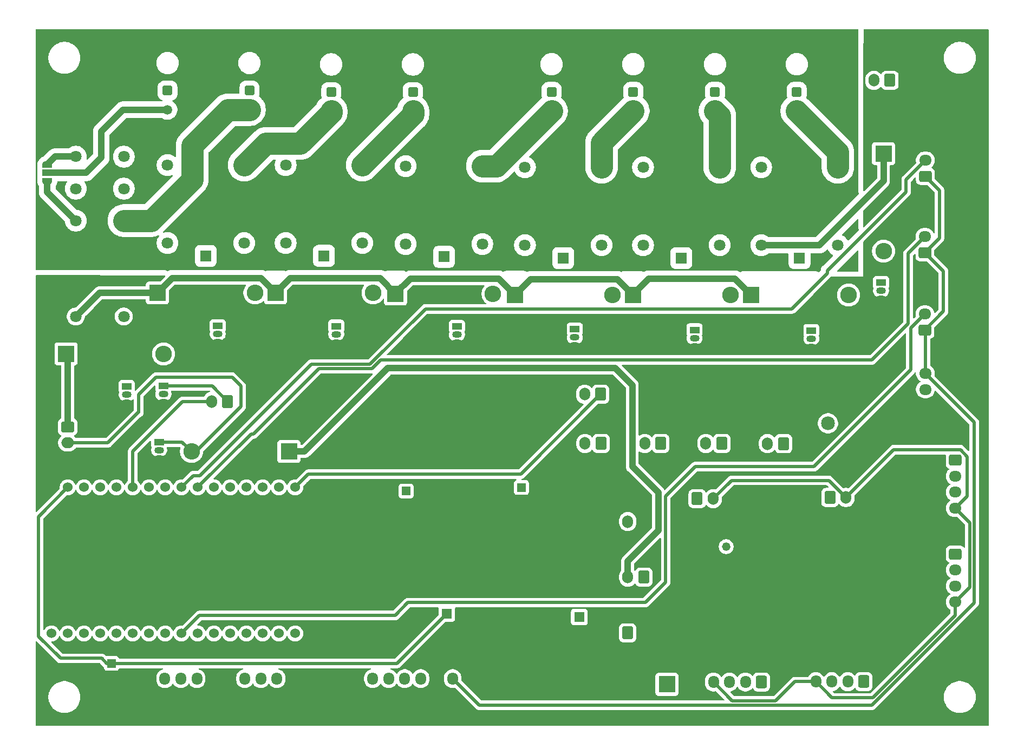
<source format=gbl>
G04 #@! TF.GenerationSoftware,KiCad,Pcbnew,9.0.0*
G04 #@! TF.CreationDate,2025-04-08T11:49:15-04:00*
G04 #@! TF.ProjectId,PCB_control,5043425f-636f-46e7-9472-6f6c2e6b6963,rev?*
G04 #@! TF.SameCoordinates,Original*
G04 #@! TF.FileFunction,Copper,L2,Bot*
G04 #@! TF.FilePolarity,Positive*
%FSLAX46Y46*%
G04 Gerber Fmt 4.6, Leading zero omitted, Abs format (unit mm)*
G04 Created by KiCad (PCBNEW 9.0.0) date 2025-04-08 11:49:15*
%MOMM*%
%LPD*%
G01*
G04 APERTURE LIST*
G04 Aperture macros list*
%AMRoundRect*
0 Rectangle with rounded corners*
0 $1 Rounding radius*
0 $2 $3 $4 $5 $6 $7 $8 $9 X,Y pos of 4 corners*
0 Add a 4 corners polygon primitive as box body*
4,1,4,$2,$3,$4,$5,$6,$7,$8,$9,$2,$3,0*
0 Add four circle primitives for the rounded corners*
1,1,$1+$1,$2,$3*
1,1,$1+$1,$4,$5*
1,1,$1+$1,$6,$7*
1,1,$1+$1,$8,$9*
0 Add four rect primitives between the rounded corners*
20,1,$1+$1,$2,$3,$4,$5,0*
20,1,$1+$1,$4,$5,$6,$7,0*
20,1,$1+$1,$6,$7,$8,$9,0*
20,1,$1+$1,$8,$9,$2,$3,0*%
%AMFreePoly0*
4,1,23,0.550000,-0.750000,0.000000,-0.750000,0.000000,-0.745722,-0.065263,-0.745722,-0.191342,-0.711940,-0.304381,-0.646677,-0.396677,-0.554381,-0.461940,-0.441342,-0.495722,-0.315263,-0.495722,-0.250000,-0.500000,-0.250000,-0.500000,0.250000,-0.495722,0.250000,-0.495722,0.315263,-0.461940,0.441342,-0.396677,0.554381,-0.304381,0.646677,-0.191342,0.711940,-0.065263,0.745722,0.000000,0.745722,
0.000000,0.750000,0.550000,0.750000,0.550000,-0.750000,0.550000,-0.750000,$1*%
%AMFreePoly1*
4,1,23,0.000000,0.745722,0.065263,0.745722,0.191342,0.711940,0.304381,0.646677,0.396677,0.554381,0.461940,0.441342,0.495722,0.315263,0.495722,0.250000,0.500000,0.250000,0.500000,-0.250000,0.495722,-0.250000,0.495722,-0.315263,0.461940,-0.441342,0.396677,-0.554381,0.304381,-0.646677,0.191342,-0.711940,0.065263,-0.745722,0.000000,-0.745722,0.000000,-0.750000,-0.550000,-0.750000,
-0.550000,0.750000,0.000000,0.750000,0.000000,0.745722,0.000000,0.745722,$1*%
G04 Aperture macros list end*
G04 #@! TA.AperFunction,ComponentPad*
%ADD10C,1.500000*%
G04 #@! TD*
G04 #@! TA.AperFunction,ComponentPad*
%ADD11RoundRect,0.250001X-0.499999X-0.499999X0.499999X-0.499999X0.499999X0.499999X-0.499999X0.499999X0*%
G04 #@! TD*
G04 #@! TA.AperFunction,SMDPad,CuDef*
%ADD12FreePoly0,270.000000*%
G04 #@! TD*
G04 #@! TA.AperFunction,SMDPad,CuDef*
%ADD13R,1.500000X1.000000*%
G04 #@! TD*
G04 #@! TA.AperFunction,SMDPad,CuDef*
%ADD14FreePoly1,270.000000*%
G04 #@! TD*
G04 #@! TA.AperFunction,ComponentPad*
%ADD15RoundRect,0.250000X0.600000X0.750000X-0.600000X0.750000X-0.600000X-0.750000X0.600000X-0.750000X0*%
G04 #@! TD*
G04 #@! TA.AperFunction,ComponentPad*
%ADD16O,1.700000X2.000000*%
G04 #@! TD*
G04 #@! TA.AperFunction,ComponentPad*
%ADD17RoundRect,0.250000X0.600000X0.725000X-0.600000X0.725000X-0.600000X-0.725000X0.600000X-0.725000X0*%
G04 #@! TD*
G04 #@! TA.AperFunction,ComponentPad*
%ADD18O,1.700000X1.950000*%
G04 #@! TD*
G04 #@! TA.AperFunction,ComponentPad*
%ADD19RoundRect,0.250000X-0.600000X-0.750000X0.600000X-0.750000X0.600000X0.750000X-0.600000X0.750000X0*%
G04 #@! TD*
G04 #@! TA.AperFunction,ComponentPad*
%ADD20R,1.500000X1.050000*%
G04 #@! TD*
G04 #@! TA.AperFunction,ComponentPad*
%ADD21O,1.500000X1.050000*%
G04 #@! TD*
G04 #@! TA.AperFunction,ComponentPad*
%ADD22R,1.803400X1.803400*%
G04 #@! TD*
G04 #@! TA.AperFunction,ComponentPad*
%ADD23C,1.803400*%
G04 #@! TD*
G04 #@! TA.AperFunction,ComponentPad*
%ADD24RoundRect,0.250000X0.725000X-0.600000X0.725000X0.600000X-0.725000X0.600000X-0.725000X-0.600000X0*%
G04 #@! TD*
G04 #@! TA.AperFunction,ComponentPad*
%ADD25O,1.950000X1.700000*%
G04 #@! TD*
G04 #@! TA.AperFunction,ComponentPad*
%ADD26R,1.320800X1.320800*%
G04 #@! TD*
G04 #@! TA.AperFunction,ComponentPad*
%ADD27C,1.320800*%
G04 #@! TD*
G04 #@! TA.AperFunction,ComponentPad*
%ADD28R,2.600000X2.600000*%
G04 #@! TD*
G04 #@! TA.AperFunction,ComponentPad*
%ADD29O,2.600000X2.600000*%
G04 #@! TD*
G04 #@! TA.AperFunction,ComponentPad*
%ADD30R,1.600000X1.600000*%
G04 #@! TD*
G04 #@! TA.AperFunction,ComponentPad*
%ADD31C,1.600000*%
G04 #@! TD*
G04 #@! TA.AperFunction,ComponentPad*
%ADD32C,2.159000*%
G04 #@! TD*
G04 #@! TA.AperFunction,ComponentPad*
%ADD33RoundRect,0.250000X-0.600000X-0.725000X0.600000X-0.725000X0.600000X0.725000X-0.600000X0.725000X0*%
G04 #@! TD*
G04 #@! TA.AperFunction,ComponentPad*
%ADD34RoundRect,0.250000X-0.725000X0.600000X-0.725000X-0.600000X0.725000X-0.600000X0.725000X0.600000X0*%
G04 #@! TD*
G04 #@! TA.AperFunction,ComponentPad*
%ADD35R,1.524000X1.524000*%
G04 #@! TD*
G04 #@! TA.AperFunction,ComponentPad*
%ADD36C,1.524000*%
G04 #@! TD*
G04 #@! TA.AperFunction,ComponentPad*
%ADD37RoundRect,0.250000X-0.750000X0.600000X-0.750000X-0.600000X0.750000X-0.600000X0.750000X0.600000X0*%
G04 #@! TD*
G04 #@! TA.AperFunction,ComponentPad*
%ADD38O,2.000000X1.700000*%
G04 #@! TD*
G04 #@! TA.AperFunction,Conductor*
%ADD39C,1.000000*%
G04 #@! TD*
G04 #@! TA.AperFunction,Conductor*
%ADD40C,0.500000*%
G04 #@! TD*
G04 #@! TA.AperFunction,Conductor*
%ADD41C,0.200000*%
G04 #@! TD*
G04 #@! TA.AperFunction,Conductor*
%ADD42C,3.500000*%
G04 #@! TD*
G04 APERTURE END LIST*
D10*
X41130000Y-33120000D03*
D11*
X41130000Y-30120000D03*
D12*
X22340000Y-41700000D03*
D13*
X22340000Y-43000000D03*
D14*
X22340000Y-44300000D03*
D15*
X115590000Y-97540000D03*
D16*
X113090000Y-97540000D03*
D17*
X133990000Y-122640000D03*
D18*
X131490000Y-122640000D03*
X128990000Y-122640000D03*
X126490000Y-122640000D03*
D19*
X113065000Y-114965000D03*
D16*
X115565000Y-114965000D03*
D11*
X101175000Y-30320000D03*
D10*
X101175000Y-33320000D03*
D20*
X67499900Y-66971100D03*
D21*
X67499900Y-68241100D03*
X67499900Y-69511100D03*
D15*
X154075000Y-28525000D03*
D16*
X151575000Y-28525000D03*
D22*
X103009500Y-56307750D03*
D23*
X109003900Y-54301150D03*
X109003900Y-42109150D03*
X97015100Y-42109150D03*
X97015100Y-54301150D03*
D24*
X159550000Y-67575000D03*
D25*
X159550000Y-65075000D03*
X159550000Y-62575000D03*
D15*
X118250000Y-85325000D03*
D16*
X115750000Y-85325000D03*
D11*
X126733214Y-30320000D03*
D10*
X126733214Y-33320000D03*
D20*
X152682750Y-60157750D03*
D21*
X152682750Y-61427750D03*
X152682750Y-62697750D03*
D26*
X96459400Y-92200000D03*
D27*
X91379400Y-92200000D03*
D28*
X25262750Y-71307750D03*
D29*
X40502750Y-71307750D03*
D30*
X105515000Y-112482621D03*
D31*
X105515000Y-114982621D03*
D11*
X79504107Y-30345000D03*
D10*
X79504107Y-33345000D03*
D20*
X123522750Y-67562750D03*
D21*
X123522750Y-68832750D03*
X123522750Y-70102750D03*
D28*
X39555000Y-61775600D03*
D29*
X54795000Y-61775600D03*
D28*
X132374000Y-62107750D03*
D29*
X147614000Y-62107750D03*
D32*
X144400000Y-82175000D03*
X152000000Y-82175000D03*
D22*
X121476750Y-56307750D03*
D23*
X127471150Y-54301150D03*
X127471150Y-42109150D03*
X115482350Y-42109150D03*
X115482350Y-54301150D03*
D33*
X38215000Y-122115000D03*
D18*
X40715000Y-122115000D03*
X43215000Y-122115000D03*
X45715000Y-122115000D03*
X48215000Y-122115000D03*
X50715000Y-122115000D03*
X53215000Y-122115000D03*
X55715000Y-122115000D03*
X58215000Y-122115000D03*
X60715000Y-122115000D03*
X63215000Y-122115000D03*
X65715000Y-122115000D03*
X68215000Y-122115000D03*
X70715000Y-122115000D03*
X73215000Y-122115000D03*
X75715000Y-122115000D03*
X78215000Y-122115000D03*
X80715000Y-122115000D03*
X83215000Y-122115000D03*
X85715000Y-122115000D03*
D34*
X164300000Y-102625000D03*
D25*
X164300000Y-105125000D03*
X164300000Y-107625000D03*
X164300000Y-110125000D03*
D22*
X65594400Y-55966100D03*
D23*
X71588800Y-53959500D03*
X71588800Y-41767500D03*
X59600000Y-41767500D03*
X59600000Y-53959500D03*
D15*
X115590000Y-106240000D03*
D16*
X113090000Y-106240000D03*
D35*
X63630000Y-92190000D03*
D36*
X61090000Y-92190000D03*
X58550000Y-92190000D03*
X56010000Y-92190000D03*
X53470000Y-92190000D03*
X50930000Y-92190000D03*
X48390000Y-92190000D03*
X45850000Y-92190000D03*
X43310000Y-92190000D03*
X40770000Y-92190000D03*
X38230000Y-92190000D03*
X35690000Y-92190000D03*
X33150000Y-92190000D03*
X30610000Y-92190000D03*
X28070000Y-92190000D03*
X25530000Y-92190000D03*
X22990000Y-92190000D03*
X63630000Y-115050000D03*
X61090000Y-115050000D03*
X58550000Y-115050000D03*
X56010000Y-115050000D03*
X53470000Y-115050000D03*
X50930000Y-115050000D03*
X48390000Y-115050000D03*
X45850000Y-115050000D03*
X43310000Y-115050000D03*
X40770000Y-115050000D03*
X38230000Y-115050000D03*
X35690000Y-115050000D03*
X33150000Y-115050000D03*
X30610000Y-115050000D03*
X28070000Y-115050000D03*
X25530000Y-115050000D03*
X22990000Y-115050000D03*
D20*
X48982750Y-66925600D03*
D21*
X48982750Y-68195600D03*
X48982750Y-69465600D03*
D19*
X144700000Y-93775000D03*
D16*
X147200000Y-93775000D03*
D26*
X123390000Y-101465000D03*
D27*
X128470000Y-101465000D03*
D15*
X127800000Y-85325000D03*
D16*
X125300000Y-85325000D03*
D28*
X58024400Y-61766100D03*
D29*
X73264400Y-61766100D03*
D20*
X104807750Y-67442750D03*
D21*
X104807750Y-68712750D03*
X104807750Y-69982750D03*
D20*
X141797750Y-67657750D03*
D21*
X141797750Y-68927750D03*
X141797750Y-70197750D03*
D22*
X47125000Y-55975600D03*
D23*
X53119400Y-53969000D03*
X53119400Y-41777000D03*
X41130600Y-41777000D03*
X41130600Y-53969000D03*
D20*
X40490000Y-76330000D03*
D21*
X40490000Y-77600000D03*
X40490000Y-78870000D03*
D11*
X53945893Y-30110000D03*
D10*
X53945893Y-33110000D03*
D19*
X123940000Y-93965000D03*
D16*
X126440000Y-93965000D03*
D26*
X32390000Y-119730600D03*
D27*
X32390000Y-124810600D03*
D28*
X119225000Y-123000000D03*
D29*
X103985000Y-123000000D03*
D22*
X84350000Y-56125600D03*
D23*
X90344400Y-54119000D03*
X90344400Y-41927000D03*
X78355600Y-41927000D03*
X78355600Y-54119000D03*
D24*
X159625000Y-79375000D03*
D25*
X159625000Y-76875000D03*
X159625000Y-74375000D03*
D22*
X139944000Y-56307750D03*
D23*
X145938400Y-54301150D03*
X145938400Y-42109150D03*
X133949600Y-42109150D03*
X133949600Y-54301150D03*
D28*
X153082750Y-39987750D03*
D29*
X153082750Y-55227750D03*
D20*
X34747750Y-76437750D03*
D21*
X34747750Y-77707750D03*
X34747750Y-78977750D03*
D24*
X159550000Y-55475000D03*
D25*
X159550000Y-52975000D03*
X159550000Y-50475000D03*
D20*
X39815000Y-85105000D03*
D21*
X39815000Y-86375000D03*
X39815000Y-87645000D03*
D11*
X139512321Y-30320000D03*
D10*
X139512321Y-33320000D03*
D28*
X95439500Y-62107750D03*
D29*
X110679500Y-62107750D03*
D15*
X137425000Y-85350000D03*
D16*
X134925000Y-85350000D03*
D30*
X84790000Y-111940000D03*
D31*
X84790000Y-115440000D03*
D34*
X164300000Y-87950000D03*
D25*
X164300000Y-90450000D03*
X164300000Y-92950000D03*
X164300000Y-95450000D03*
D28*
X113906750Y-62107750D03*
D29*
X129146750Y-62107750D03*
D15*
X108900000Y-85325000D03*
D16*
X106400000Y-85325000D03*
D23*
X26795250Y-40462948D03*
X34295250Y-65462950D03*
X34295250Y-50462948D03*
X34295250Y-45462948D03*
X34295250Y-40462948D03*
X26795250Y-45462948D03*
X26795250Y-50462948D03*
X26795250Y-65462950D03*
D37*
X25525000Y-82725000D03*
D38*
X25525000Y-85225000D03*
D15*
X50525000Y-78750000D03*
D16*
X48025000Y-78750000D03*
D20*
X86375000Y-67025600D03*
D21*
X86375000Y-68295600D03*
X86375000Y-69565600D03*
D28*
X60120000Y-86575000D03*
D29*
X44880000Y-86575000D03*
D26*
X78440000Y-92774400D03*
D27*
X78440000Y-87694400D03*
D11*
X66725000Y-30345000D03*
D10*
X66725000Y-33345000D03*
D28*
X76780000Y-61925600D03*
D29*
X92020000Y-61925600D03*
D17*
X149990000Y-122590000D03*
D18*
X147490000Y-122590000D03*
X144990000Y-122590000D03*
X142490000Y-122590000D03*
D11*
X113954107Y-30320000D03*
D10*
X113954107Y-33320000D03*
D24*
X159625000Y-43525000D03*
D25*
X159625000Y-41025000D03*
X159625000Y-38525000D03*
D15*
X108850000Y-77625000D03*
D16*
X106350000Y-77625000D03*
D39*
X26795250Y-50462948D02*
X22340000Y-46007698D01*
X22340000Y-46007698D02*
X22340000Y-44300000D01*
X22340000Y-41700000D02*
X23577052Y-40462948D01*
X30770000Y-36490000D02*
X34140000Y-33120000D01*
X22340000Y-43000000D02*
X28400000Y-43000000D01*
X28400000Y-43000000D02*
X30770000Y-40630000D01*
X30770000Y-40630000D02*
X30770000Y-36490000D01*
X34140000Y-33120000D02*
X41130000Y-33120000D01*
X23577052Y-40462948D02*
X26795250Y-40462948D01*
D40*
X164300000Y-112225000D02*
X151400000Y-125125000D01*
X166575000Y-97725000D02*
X166575000Y-107850000D01*
X166575000Y-107850000D02*
X164300000Y-110125000D01*
X25530000Y-92190000D02*
X20941000Y-96779000D01*
X20941000Y-115491000D02*
X24390000Y-118940000D01*
X20941000Y-96779000D02*
X20941000Y-115491000D01*
X166175000Y-87375000D02*
X166175000Y-93575000D01*
X145025000Y-125125000D02*
X142490000Y-122590000D01*
X144525000Y-91100000D02*
X145124000Y-91699000D01*
X145124000Y-91699000D02*
X147200000Y-93775000D01*
X151400000Y-125125000D02*
X145025000Y-125125000D01*
X154675000Y-86300000D02*
X165100000Y-86300000D01*
X165100000Y-86300000D02*
X166175000Y-87375000D01*
X136190000Y-125590000D02*
X129440000Y-125590000D01*
X164300000Y-95450000D02*
X166575000Y-97725000D01*
X129440000Y-125590000D02*
X126490000Y-122640000D01*
X166175000Y-93575000D02*
X164300000Y-95450000D01*
X31655600Y-119730600D02*
X32390000Y-119730600D01*
X129305000Y-91100000D02*
X144525000Y-91100000D01*
X30865000Y-118940000D02*
X31655600Y-119730600D01*
X32390000Y-119730600D02*
X76999400Y-119730600D01*
X139190000Y-122590000D02*
X142490000Y-122590000D01*
X136190000Y-125590000D02*
X139190000Y-122590000D01*
X164300000Y-110125000D02*
X164300000Y-112225000D01*
X126440000Y-93965000D02*
X129305000Y-91100000D01*
X24390000Y-118940000D02*
X30865000Y-118940000D01*
X76999400Y-119730600D02*
X84790000Y-111940000D01*
X147200000Y-93775000D02*
X154675000Y-86300000D01*
X167276000Y-110240364D02*
X151225364Y-126291000D01*
X162450000Y-58375000D02*
X162450000Y-64675000D01*
X161825000Y-53200000D02*
X159550000Y-55475000D01*
X159625000Y-74375000D02*
X167276000Y-82026000D01*
X159625000Y-67650000D02*
X159550000Y-67575000D01*
X48105000Y-76330000D02*
X40490000Y-76330000D01*
X50525000Y-78750000D02*
X48105000Y-76330000D01*
X63155000Y-90125000D02*
X61090000Y-92190000D01*
X159550000Y-55475000D02*
X162450000Y-58375000D01*
X159625000Y-74375000D02*
X159625000Y-67650000D01*
X151225364Y-126291000D02*
X89891000Y-126291000D01*
X162450000Y-64675000D02*
X159550000Y-67575000D01*
X159625000Y-43525000D02*
X161825000Y-45725000D01*
X167276000Y-82026000D02*
X167276000Y-110240364D01*
X161825000Y-45725000D02*
X161825000Y-53200000D01*
X96350000Y-90125000D02*
X63155000Y-90125000D01*
X89891000Y-126291000D02*
X85715000Y-122115000D01*
X108850000Y-77625000D02*
X96350000Y-90125000D01*
X157350000Y-73800000D02*
X142200000Y-88950000D01*
X115825000Y-110225000D02*
X78725000Y-110225000D01*
X46135000Y-112225000D02*
X43310000Y-115050000D01*
X78725000Y-110225000D02*
X76725000Y-112225000D01*
X119025000Y-93575000D02*
X119025000Y-107025000D01*
X142200000Y-88950000D02*
X123650000Y-88950000D01*
X157350000Y-67275000D02*
X157350000Y-73800000D01*
X159550000Y-65075000D02*
X157350000Y-67275000D01*
X119025000Y-107025000D02*
X115825000Y-110225000D01*
X123650000Y-88950000D02*
X119025000Y-93575000D01*
X76725000Y-112225000D02*
X46135000Y-112225000D01*
X39325000Y-74950000D02*
X36625000Y-77650000D01*
X36625000Y-77650000D02*
X36625000Y-80500000D01*
X51225000Y-74950000D02*
X39325000Y-74950000D01*
X36625000Y-80500000D02*
X36500000Y-80500000D01*
X52625000Y-76350000D02*
X51225000Y-74950000D01*
X43410000Y-85105000D02*
X39815000Y-85105000D01*
X31775000Y-85225000D02*
X25525000Y-85225000D01*
X44880000Y-86575000D02*
X45600000Y-86575000D01*
X44880000Y-86575000D02*
X43410000Y-85105000D01*
X52625000Y-79550000D02*
X52625000Y-76350000D01*
X45600000Y-86575000D02*
X52625000Y-79550000D01*
X36500000Y-80500000D02*
X31775000Y-85225000D01*
D39*
X113090000Y-106240000D02*
X113090000Y-103735000D01*
X55733300Y-59475000D02*
X58024400Y-61766100D01*
X113800000Y-76200000D02*
X111160000Y-73560000D01*
X117875000Y-98950000D02*
X117875000Y-92975000D01*
D41*
X113906750Y-62107750D02*
X113906750Y-61993250D01*
D39*
X30482600Y-61775600D02*
X39555000Y-61775600D01*
X60290500Y-59500000D02*
X74354400Y-59500000D01*
X26795250Y-65462950D02*
X30482600Y-61775600D01*
X111449000Y-59650000D02*
X113906750Y-62107750D01*
X129816250Y-59550000D02*
X132374000Y-62107750D01*
X74354400Y-59500000D02*
X76780000Y-61925600D01*
X113800000Y-88900000D02*
X113800000Y-76200000D01*
X25525000Y-82725000D02*
X25525000Y-71570000D01*
X113090000Y-103735000D02*
X117875000Y-98950000D01*
X58024400Y-61766100D02*
X60290500Y-59500000D01*
X76780000Y-61870000D02*
X79075000Y-59575000D01*
X75570000Y-73560000D02*
X62555000Y-86575000D01*
X117875000Y-92975000D02*
X113800000Y-88900000D01*
D41*
X76780000Y-61925600D02*
X76780000Y-61870000D01*
D39*
X95467250Y-62107750D02*
X97925000Y-59650000D01*
X97925000Y-59650000D02*
X111449000Y-59650000D01*
X116350000Y-59550000D02*
X129816250Y-59550000D01*
X62555000Y-86575000D02*
X60120000Y-86575000D01*
X111160000Y-73560000D02*
X75570000Y-73560000D01*
X113906750Y-61993250D02*
X116350000Y-59550000D01*
D40*
X25525000Y-71570000D02*
X25262750Y-71307750D01*
D39*
X143048850Y-54301150D02*
X153082750Y-44267250D01*
X41855600Y-59475000D02*
X55733300Y-59475000D01*
X133949600Y-54301150D02*
X143048850Y-54301150D01*
X39555000Y-61775600D02*
X41855600Y-59475000D01*
X79075000Y-59575000D02*
X92906750Y-59575000D01*
D41*
X95439500Y-62107750D02*
X95467250Y-62107750D01*
D39*
X92906750Y-59575000D02*
X95439500Y-62107750D01*
X153082750Y-44267250D02*
X153082750Y-39987750D01*
D40*
X48025000Y-78750000D02*
X43500000Y-78750000D01*
X35690000Y-86560000D02*
X35690000Y-92190000D01*
X43500000Y-78750000D02*
X35690000Y-86560000D01*
X156925000Y-55600000D02*
X159550000Y-52975000D01*
X151240000Y-72260000D02*
X156925000Y-66575000D01*
X54545000Y-83845000D02*
X64764000Y-73626000D01*
X73501000Y-73215364D02*
X74456364Y-72260000D01*
X45850000Y-92190000D02*
X46200000Y-92190000D01*
X64764000Y-73626000D02*
X65265364Y-73626000D01*
X54195000Y-83845000D02*
X54545000Y-83845000D01*
X65265364Y-73626000D02*
X72509636Y-73626000D01*
X74456364Y-72260000D02*
X151240000Y-72260000D01*
X73090364Y-73626000D02*
X73501000Y-73215364D01*
X156925000Y-66575000D02*
X156925000Y-55600000D01*
X72509636Y-73626000D02*
X73090364Y-73626000D01*
X45850000Y-92190000D02*
X54195000Y-83845000D01*
X138750000Y-64275000D02*
X144310646Y-58714354D01*
X43310000Y-92190000D02*
X45150000Y-90350000D01*
X156625000Y-45996292D02*
X156625000Y-44025000D01*
X156625000Y-44025000D02*
X159625000Y-41025000D01*
X43310000Y-92190000D02*
X43660000Y-92190000D01*
X144310646Y-58310646D02*
X156625000Y-45996292D01*
X144310646Y-58714354D02*
X144310646Y-58310646D01*
X46200000Y-90350000D02*
X63625000Y-72925000D01*
X45150000Y-90350000D02*
X46200000Y-90350000D01*
X63625000Y-72925000D02*
X64975000Y-72925000D01*
X72800000Y-72925000D02*
X81450000Y-64275000D01*
X64975000Y-72925000D02*
X72800000Y-72925000D01*
X81450000Y-64275000D02*
X138750000Y-64275000D01*
D42*
X90344400Y-41927000D02*
X92568000Y-41927000D01*
X92568000Y-41927000D02*
X101175000Y-33320000D01*
X145938400Y-39746079D02*
X139512321Y-33320000D01*
X145938400Y-42109150D02*
X145938400Y-39746079D01*
X127471150Y-34057936D02*
X126733214Y-33320000D01*
X127471150Y-42109150D02*
X127471150Y-34057936D01*
X109003900Y-38270207D02*
X113954107Y-33320000D01*
X109003900Y-42109150D02*
X109003900Y-38270207D01*
X66725000Y-33550000D02*
X61875000Y-38400000D01*
X66725000Y-33345000D02*
X66725000Y-33550000D01*
X61875000Y-38400000D02*
X56496400Y-38400000D01*
X56496400Y-38400000D02*
X53119400Y-41777000D01*
X71588800Y-41767500D02*
X79504107Y-33852193D01*
X79504107Y-33852193D02*
X79504107Y-33345000D01*
D41*
X53945893Y-33110000D02*
X53945893Y-33829107D01*
D42*
X45000000Y-38725000D02*
X50615000Y-33110000D01*
X38562052Y-50462948D02*
X45000000Y-44025000D01*
X34295250Y-50462948D02*
X38562052Y-50462948D01*
X45000000Y-44025000D02*
X45000000Y-38725000D01*
X50615000Y-33110000D02*
X53945893Y-33110000D01*
G04 #@! TA.AperFunction,Conductor*
G36*
X169458691Y-20519407D02*
G01*
X169494655Y-20568907D01*
X169499500Y-20599500D01*
X169499500Y-129400500D01*
X169480593Y-129458691D01*
X169431093Y-129494655D01*
X169400500Y-129499500D01*
X20599500Y-129499500D01*
X20541309Y-129480593D01*
X20505345Y-129431093D01*
X20500500Y-129400500D01*
X20500500Y-124859573D01*
X22499500Y-124859573D01*
X22499500Y-125140426D01*
X22530944Y-125419507D01*
X22593440Y-125693319D01*
X22686198Y-125958406D01*
X22686199Y-125958409D01*
X22808047Y-126211430D01*
X22808051Y-126211437D01*
X22808055Y-126211445D01*
X22957477Y-126449248D01*
X23132584Y-126668825D01*
X23331175Y-126867416D01*
X23550752Y-127042523D01*
X23788555Y-127191945D01*
X23788566Y-127191950D01*
X23788569Y-127191952D01*
X24009962Y-127298569D01*
X24041592Y-127313801D01*
X24306682Y-127406560D01*
X24580491Y-127469055D01*
X24859575Y-127500500D01*
X24859576Y-127500500D01*
X25140424Y-127500500D01*
X25140425Y-127500500D01*
X25419509Y-127469055D01*
X25693318Y-127406560D01*
X25958408Y-127313801D01*
X26211445Y-127191945D01*
X26449248Y-127042523D01*
X26668825Y-126867416D01*
X26867416Y-126668825D01*
X27042523Y-126449248D01*
X27191945Y-126211445D01*
X27313801Y-125958408D01*
X27406560Y-125693318D01*
X27469055Y-125419509D01*
X27500500Y-125140425D01*
X27500500Y-124859575D01*
X27469055Y-124580491D01*
X27406560Y-124306682D01*
X27313801Y-124041592D01*
X27249328Y-123907712D01*
X27191952Y-123788569D01*
X27191950Y-123788566D01*
X27191945Y-123788555D01*
X27042523Y-123550752D01*
X26867416Y-123331175D01*
X26668825Y-123132584D01*
X26449248Y-122957477D01*
X26211445Y-122808055D01*
X26211437Y-122808051D01*
X26211430Y-122808047D01*
X25958409Y-122686199D01*
X25958406Y-122686198D01*
X25693319Y-122593440D01*
X25419507Y-122530944D01*
X25140426Y-122499500D01*
X25140425Y-122499500D01*
X24859575Y-122499500D01*
X24859573Y-122499500D01*
X24580492Y-122530944D01*
X24306680Y-122593440D01*
X24041593Y-122686198D01*
X24041590Y-122686199D01*
X23788569Y-122808047D01*
X23788557Y-122808054D01*
X23550751Y-122957477D01*
X23331176Y-123132583D01*
X23132583Y-123331176D01*
X22957477Y-123550751D01*
X22808054Y-123788557D01*
X22808047Y-123788569D01*
X22686199Y-124041590D01*
X22686198Y-124041593D01*
X22593440Y-124306680D01*
X22530944Y-124580492D01*
X22499500Y-124859573D01*
X20500500Y-124859573D01*
X20500500Y-116350875D01*
X20519407Y-116292684D01*
X20568907Y-116256720D01*
X20630093Y-116256720D01*
X20669504Y-116280871D01*
X23807049Y-119418416D01*
X23807048Y-119418416D01*
X23911582Y-119522949D01*
X23911584Y-119522951D01*
X23993158Y-119577456D01*
X24034503Y-119605083D01*
X24034504Y-119605083D01*
X24034505Y-119605084D01*
X24091080Y-119628518D01*
X24171088Y-119661659D01*
X24287241Y-119684763D01*
X24316082Y-119690500D01*
X24316083Y-119690500D01*
X24463918Y-119690500D01*
X30513124Y-119690500D01*
X30571315Y-119709407D01*
X30583127Y-119719496D01*
X31177184Y-120313551D01*
X31185101Y-120318841D01*
X31222981Y-120366891D01*
X31229100Y-120401155D01*
X31229100Y-120438866D01*
X31229101Y-120438871D01*
X31235508Y-120498480D01*
X31235509Y-120498485D01*
X31285802Y-120633329D01*
X31364491Y-120738443D01*
X31372054Y-120748546D01*
X31372057Y-120748548D01*
X31372058Y-120748549D01*
X31487270Y-120834797D01*
X31622111Y-120885089D01*
X31622112Y-120885089D01*
X31622117Y-120885091D01*
X31681727Y-120891500D01*
X33098272Y-120891499D01*
X33157883Y-120885091D01*
X33225307Y-120859943D01*
X33292729Y-120834797D01*
X33292729Y-120834796D01*
X33292731Y-120834796D01*
X33407946Y-120748546D01*
X33494196Y-120633331D01*
X33514050Y-120580100D01*
X33526954Y-120545503D01*
X33565004Y-120497589D01*
X33619712Y-120481100D01*
X40363545Y-120481100D01*
X40421736Y-120500007D01*
X40457700Y-120549507D01*
X40457700Y-120610693D01*
X40421736Y-120660193D01*
X40394139Y-120674254D01*
X40321524Y-120697848D01*
X40196587Y-120738443D01*
X40007184Y-120834948D01*
X40007180Y-120834950D01*
X39835213Y-120959891D01*
X39684891Y-121110213D01*
X39559950Y-121282180D01*
X39559948Y-121282184D01*
X39463443Y-121471587D01*
X39397752Y-121673761D01*
X39364500Y-121883709D01*
X39364500Y-122346290D01*
X39397752Y-122556238D01*
X39463443Y-122758412D01*
X39559948Y-122947815D01*
X39559950Y-122947819D01*
X39684891Y-123119786D01*
X39684893Y-123119788D01*
X39684896Y-123119792D01*
X39835208Y-123270104D01*
X39835211Y-123270106D01*
X39835213Y-123270108D01*
X40007180Y-123395049D01*
X40007184Y-123395051D01*
X40196588Y-123491557D01*
X40398757Y-123557246D01*
X40398758Y-123557246D01*
X40398761Y-123557247D01*
X40608710Y-123590500D01*
X40608713Y-123590500D01*
X40821290Y-123590500D01*
X41031238Y-123557247D01*
X41031239Y-123557246D01*
X41031243Y-123557246D01*
X41233412Y-123491557D01*
X41422816Y-123395051D01*
X41437299Y-123384529D01*
X41496222Y-123341719D01*
X41594792Y-123270104D01*
X41745104Y-123119792D01*
X41870051Y-122947816D01*
X41876789Y-122934590D01*
X41920053Y-122891325D01*
X41980485Y-122881752D01*
X42035002Y-122909529D01*
X42053211Y-122934591D01*
X42059949Y-122947816D01*
X42059950Y-122947819D01*
X42184891Y-123119786D01*
X42184893Y-123119788D01*
X42184896Y-123119792D01*
X42335208Y-123270104D01*
X42335211Y-123270106D01*
X42335213Y-123270108D01*
X42507180Y-123395049D01*
X42507184Y-123395051D01*
X42696588Y-123491557D01*
X42898757Y-123557246D01*
X42898758Y-123557246D01*
X42898761Y-123557247D01*
X43108710Y-123590500D01*
X43108713Y-123590500D01*
X43321290Y-123590500D01*
X43531238Y-123557247D01*
X43531239Y-123557246D01*
X43531243Y-123557246D01*
X43733412Y-123491557D01*
X43922816Y-123395051D01*
X43937299Y-123384529D01*
X43996222Y-123341719D01*
X44094792Y-123270104D01*
X44245104Y-123119792D01*
X44370051Y-122947816D01*
X44376789Y-122934590D01*
X44420053Y-122891325D01*
X44480485Y-122881752D01*
X44535002Y-122909529D01*
X44553211Y-122934591D01*
X44559949Y-122947816D01*
X44559950Y-122947819D01*
X44684891Y-123119786D01*
X44684893Y-123119788D01*
X44684896Y-123119792D01*
X44835208Y-123270104D01*
X44835211Y-123270106D01*
X44835213Y-123270108D01*
X45007180Y-123395049D01*
X45007184Y-123395051D01*
X45196588Y-123491557D01*
X45398757Y-123557246D01*
X45398758Y-123557246D01*
X45398761Y-123557247D01*
X45608710Y-123590500D01*
X45608713Y-123590500D01*
X45821290Y-123590500D01*
X46031238Y-123557247D01*
X46031239Y-123557246D01*
X46031243Y-123557246D01*
X46233412Y-123491557D01*
X46422816Y-123395051D01*
X46437299Y-123384529D01*
X46496222Y-123341719D01*
X46594792Y-123270104D01*
X46745104Y-123119792D01*
X46870051Y-122947816D01*
X46966557Y-122758412D01*
X47032246Y-122556243D01*
X47036253Y-122530944D01*
X47065500Y-122346290D01*
X47065500Y-121883709D01*
X47032247Y-121673761D01*
X47029059Y-121663948D01*
X46966557Y-121471588D01*
X46870051Y-121282184D01*
X46870049Y-121282180D01*
X46745108Y-121110213D01*
X46745106Y-121110211D01*
X46745104Y-121110208D01*
X46594792Y-120959896D01*
X46594788Y-120959893D01*
X46594786Y-120959891D01*
X46422819Y-120834950D01*
X46422815Y-120834948D01*
X46233412Y-120738443D01*
X46035861Y-120674254D01*
X45986362Y-120638291D01*
X45967455Y-120580100D01*
X45986362Y-120521909D01*
X46035862Y-120485945D01*
X46066455Y-120481100D01*
X52863545Y-120481100D01*
X52921736Y-120500007D01*
X52957700Y-120549507D01*
X52957700Y-120610693D01*
X52921736Y-120660193D01*
X52894139Y-120674254D01*
X52821524Y-120697848D01*
X52696587Y-120738443D01*
X52507184Y-120834948D01*
X52507180Y-120834950D01*
X52335213Y-120959891D01*
X52184891Y-121110213D01*
X52059950Y-121282180D01*
X52059948Y-121282184D01*
X51963443Y-121471587D01*
X51897752Y-121673761D01*
X51864500Y-121883709D01*
X51864500Y-122346290D01*
X51897752Y-122556238D01*
X51963443Y-122758412D01*
X52059948Y-122947815D01*
X52059950Y-122947819D01*
X52184891Y-123119786D01*
X52184893Y-123119788D01*
X52184896Y-123119792D01*
X52335208Y-123270104D01*
X52335211Y-123270106D01*
X52335213Y-123270108D01*
X52507180Y-123395049D01*
X52507184Y-123395051D01*
X52696588Y-123491557D01*
X52898757Y-123557246D01*
X52898758Y-123557246D01*
X52898761Y-123557247D01*
X53108710Y-123590500D01*
X53108713Y-123590500D01*
X53321290Y-123590500D01*
X53531238Y-123557247D01*
X53531239Y-123557246D01*
X53531243Y-123557246D01*
X53733412Y-123491557D01*
X53922816Y-123395051D01*
X53937299Y-123384529D01*
X53996222Y-123341719D01*
X54094792Y-123270104D01*
X54245104Y-123119792D01*
X54370051Y-122947816D01*
X54376789Y-122934590D01*
X54420053Y-122891325D01*
X54480485Y-122881752D01*
X54535002Y-122909529D01*
X54553211Y-122934591D01*
X54559949Y-122947816D01*
X54559950Y-122947819D01*
X54684891Y-123119786D01*
X54684893Y-123119788D01*
X54684896Y-123119792D01*
X54835208Y-123270104D01*
X54835211Y-123270106D01*
X54835213Y-123270108D01*
X55007180Y-123395049D01*
X55007184Y-123395051D01*
X55196588Y-123491557D01*
X55398757Y-123557246D01*
X55398758Y-123557246D01*
X55398761Y-123557247D01*
X55608710Y-123590500D01*
X55608713Y-123590500D01*
X55821290Y-123590500D01*
X56031238Y-123557247D01*
X56031239Y-123557246D01*
X56031243Y-123557246D01*
X56233412Y-123491557D01*
X56422816Y-123395051D01*
X56437299Y-123384529D01*
X56496222Y-123341719D01*
X56594792Y-123270104D01*
X56745104Y-123119792D01*
X56870051Y-122947816D01*
X56876789Y-122934590D01*
X56920053Y-122891325D01*
X56980485Y-122881752D01*
X57035002Y-122909529D01*
X57053211Y-122934591D01*
X57059949Y-122947816D01*
X57059950Y-122947819D01*
X57184891Y-123119786D01*
X57184893Y-123119788D01*
X57184896Y-123119792D01*
X57335208Y-123270104D01*
X57335211Y-123270106D01*
X57335213Y-123270108D01*
X57507180Y-123395049D01*
X57507184Y-123395051D01*
X57696588Y-123491557D01*
X57898757Y-123557246D01*
X57898758Y-123557246D01*
X57898761Y-123557247D01*
X58108710Y-123590500D01*
X58108713Y-123590500D01*
X58321290Y-123590500D01*
X58531238Y-123557247D01*
X58531239Y-123557246D01*
X58531243Y-123557246D01*
X58733412Y-123491557D01*
X58922816Y-123395051D01*
X58937299Y-123384529D01*
X58996222Y-123341719D01*
X59094792Y-123270104D01*
X59245104Y-123119792D01*
X59370051Y-122947816D01*
X59466557Y-122758412D01*
X59532246Y-122556243D01*
X59536253Y-122530944D01*
X59565500Y-122346290D01*
X59565500Y-121883709D01*
X59532247Y-121673761D01*
X59529059Y-121663948D01*
X59466557Y-121471588D01*
X59370051Y-121282184D01*
X59370049Y-121282180D01*
X59245108Y-121110213D01*
X59245106Y-121110211D01*
X59245104Y-121110208D01*
X59094792Y-120959896D01*
X59094788Y-120959893D01*
X59094786Y-120959891D01*
X58922819Y-120834950D01*
X58922815Y-120834948D01*
X58733412Y-120738443D01*
X58535861Y-120674254D01*
X58486362Y-120638291D01*
X58467455Y-120580100D01*
X58486362Y-120521909D01*
X58535862Y-120485945D01*
X58566455Y-120481100D01*
X72863545Y-120481100D01*
X72921736Y-120500007D01*
X72957700Y-120549507D01*
X72957700Y-120610693D01*
X72921736Y-120660193D01*
X72894139Y-120674254D01*
X72821524Y-120697848D01*
X72696587Y-120738443D01*
X72507184Y-120834948D01*
X72507180Y-120834950D01*
X72335213Y-120959891D01*
X72184891Y-121110213D01*
X72059950Y-121282180D01*
X72059948Y-121282184D01*
X71963443Y-121471587D01*
X71897752Y-121673761D01*
X71864500Y-121883709D01*
X71864500Y-122346290D01*
X71897752Y-122556238D01*
X71963443Y-122758412D01*
X72059948Y-122947815D01*
X72059950Y-122947819D01*
X72184891Y-123119786D01*
X72184893Y-123119788D01*
X72184896Y-123119792D01*
X72335208Y-123270104D01*
X72335211Y-123270106D01*
X72335213Y-123270108D01*
X72507180Y-123395049D01*
X72507184Y-123395051D01*
X72696588Y-123491557D01*
X72898757Y-123557246D01*
X72898758Y-123557246D01*
X72898761Y-123557247D01*
X73108710Y-123590500D01*
X73108713Y-123590500D01*
X73321290Y-123590500D01*
X73531238Y-123557247D01*
X73531239Y-123557246D01*
X73531243Y-123557246D01*
X73733412Y-123491557D01*
X73922816Y-123395051D01*
X73937299Y-123384529D01*
X73996222Y-123341719D01*
X74094792Y-123270104D01*
X74245104Y-123119792D01*
X74370051Y-122947816D01*
X74376789Y-122934590D01*
X74420053Y-122891325D01*
X74480485Y-122881752D01*
X74535002Y-122909529D01*
X74553211Y-122934591D01*
X74559949Y-122947816D01*
X74559950Y-122947819D01*
X74684891Y-123119786D01*
X74684893Y-123119788D01*
X74684896Y-123119792D01*
X74835208Y-123270104D01*
X74835211Y-123270106D01*
X74835213Y-123270108D01*
X75007180Y-123395049D01*
X75007184Y-123395051D01*
X75196588Y-123491557D01*
X75398757Y-123557246D01*
X75398758Y-123557246D01*
X75398761Y-123557247D01*
X75608710Y-123590500D01*
X75608713Y-123590500D01*
X75821290Y-123590500D01*
X76031238Y-123557247D01*
X76031239Y-123557246D01*
X76031243Y-123557246D01*
X76233412Y-123491557D01*
X76422816Y-123395051D01*
X76437299Y-123384529D01*
X76496222Y-123341719D01*
X76594792Y-123270104D01*
X76745104Y-123119792D01*
X76870051Y-122947816D01*
X76876789Y-122934590D01*
X76920053Y-122891325D01*
X76980485Y-122881752D01*
X77035002Y-122909529D01*
X77053211Y-122934591D01*
X77059949Y-122947816D01*
X77059950Y-122947819D01*
X77184891Y-123119786D01*
X77184893Y-123119788D01*
X77184896Y-123119792D01*
X77335208Y-123270104D01*
X77335211Y-123270106D01*
X77335213Y-123270108D01*
X77507180Y-123395049D01*
X77507184Y-123395051D01*
X77696588Y-123491557D01*
X77898757Y-123557246D01*
X77898758Y-123557246D01*
X77898761Y-123557247D01*
X78108710Y-123590500D01*
X78108713Y-123590500D01*
X78321290Y-123590500D01*
X78531238Y-123557247D01*
X78531239Y-123557246D01*
X78531243Y-123557246D01*
X78733412Y-123491557D01*
X78922816Y-123395051D01*
X78937299Y-123384529D01*
X78996222Y-123341719D01*
X79094792Y-123270104D01*
X79245104Y-123119792D01*
X79370051Y-122947816D01*
X79376789Y-122934590D01*
X79420053Y-122891325D01*
X79480485Y-122881752D01*
X79535002Y-122909529D01*
X79553211Y-122934591D01*
X79559949Y-122947816D01*
X79559950Y-122947819D01*
X79684891Y-123119786D01*
X79684893Y-123119788D01*
X79684896Y-123119792D01*
X79835208Y-123270104D01*
X79835211Y-123270106D01*
X79835213Y-123270108D01*
X80007180Y-123395049D01*
X80007184Y-123395051D01*
X80196588Y-123491557D01*
X80398757Y-123557246D01*
X80398758Y-123557246D01*
X80398761Y-123557247D01*
X80608710Y-123590500D01*
X80608713Y-123590500D01*
X80821290Y-123590500D01*
X81031238Y-123557247D01*
X81031239Y-123557246D01*
X81031243Y-123557246D01*
X81233412Y-123491557D01*
X81422816Y-123395051D01*
X81437299Y-123384529D01*
X81496222Y-123341719D01*
X81594792Y-123270104D01*
X81745104Y-123119792D01*
X81870051Y-122947816D01*
X81966557Y-122758412D01*
X82032246Y-122556243D01*
X82036253Y-122530944D01*
X82065500Y-122346290D01*
X82065500Y-121883709D01*
X82032247Y-121673761D01*
X82029059Y-121663948D01*
X81966557Y-121471588D01*
X81870051Y-121282184D01*
X81870049Y-121282180D01*
X81745108Y-121110213D01*
X81745106Y-121110211D01*
X81745104Y-121110208D01*
X81594792Y-120959896D01*
X81594788Y-120959893D01*
X81594786Y-120959891D01*
X81422819Y-120834950D01*
X81422815Y-120834948D01*
X81233412Y-120738443D01*
X81031238Y-120672752D01*
X80821290Y-120639500D01*
X80821287Y-120639500D01*
X80608713Y-120639500D01*
X80608710Y-120639500D01*
X80398761Y-120672752D01*
X80196587Y-120738443D01*
X80007184Y-120834948D01*
X80007180Y-120834950D01*
X79835213Y-120959891D01*
X79684891Y-121110213D01*
X79559950Y-121282180D01*
X79559948Y-121282184D01*
X79553210Y-121295410D01*
X79509945Y-121338675D01*
X79449513Y-121348246D01*
X79394996Y-121320469D01*
X79376790Y-121295410D01*
X79370051Y-121282184D01*
X79370049Y-121282180D01*
X79245108Y-121110213D01*
X79245106Y-121110211D01*
X79245104Y-121110208D01*
X79094792Y-120959896D01*
X79094788Y-120959893D01*
X79094786Y-120959891D01*
X78922819Y-120834950D01*
X78922815Y-120834948D01*
X78733412Y-120738443D01*
X78531238Y-120672752D01*
X78321290Y-120639500D01*
X78321287Y-120639500D01*
X78108713Y-120639500D01*
X78108710Y-120639500D01*
X77898761Y-120672752D01*
X77696587Y-120738443D01*
X77507184Y-120834948D01*
X77507180Y-120834950D01*
X77335213Y-120959891D01*
X77184891Y-121110213D01*
X77059950Y-121282180D01*
X77059948Y-121282184D01*
X77053210Y-121295410D01*
X77009945Y-121338675D01*
X76949513Y-121348246D01*
X76894996Y-121320469D01*
X76876790Y-121295410D01*
X76870051Y-121282184D01*
X76870049Y-121282180D01*
X76745108Y-121110213D01*
X76745106Y-121110211D01*
X76745104Y-121110208D01*
X76594792Y-120959896D01*
X76594788Y-120959893D01*
X76594786Y-120959891D01*
X76422819Y-120834950D01*
X76422815Y-120834948D01*
X76233412Y-120738443D01*
X76035861Y-120674254D01*
X75986362Y-120638291D01*
X75967455Y-120580100D01*
X75986362Y-120521909D01*
X76035862Y-120485945D01*
X76066455Y-120481100D01*
X77073317Y-120481100D01*
X77073318Y-120481100D01*
X77218313Y-120452258D01*
X77354895Y-120395684D01*
X77404129Y-120362786D01*
X77477816Y-120313552D01*
X83626382Y-114164983D01*
X111714500Y-114164983D01*
X111714500Y-115765016D01*
X111724999Y-115867788D01*
X111725000Y-115867795D01*
X111725001Y-115867797D01*
X111773110Y-116012981D01*
X111780187Y-116034336D01*
X111872285Y-116183652D01*
X111872286Y-116183653D01*
X111872288Y-116183656D01*
X111996344Y-116307712D01*
X111996346Y-116307713D01*
X111996347Y-116307714D01*
X112021600Y-116323290D01*
X112145666Y-116399814D01*
X112312203Y-116454999D01*
X112414991Y-116465500D01*
X113715008Y-116465499D01*
X113715016Y-116465499D01*
X113817788Y-116455000D01*
X113817788Y-116454999D01*
X113817797Y-116454999D01*
X113984334Y-116399814D01*
X114133656Y-116307712D01*
X114257712Y-116183656D01*
X114349814Y-116034334D01*
X114404999Y-115867797D01*
X114415500Y-115765009D01*
X114415499Y-114164992D01*
X114415499Y-114164991D01*
X114415499Y-114164983D01*
X114405000Y-114062211D01*
X114404999Y-114062209D01*
X114404999Y-114062203D01*
X114349814Y-113895666D01*
X114280396Y-113783121D01*
X114257714Y-113746347D01*
X114257713Y-113746346D01*
X114257712Y-113746344D01*
X114133656Y-113622288D01*
X114133653Y-113622286D01*
X114133652Y-113622285D01*
X113984336Y-113530187D01*
X113984335Y-113530186D01*
X113984334Y-113530186D01*
X113817797Y-113475001D01*
X113817794Y-113475000D01*
X113715016Y-113464500D01*
X112414983Y-113464500D01*
X112312211Y-113474999D01*
X112312199Y-113475002D01*
X112145663Y-113530187D01*
X111996347Y-113622285D01*
X111872285Y-113746347D01*
X111780187Y-113895663D01*
X111725000Y-114062205D01*
X111714500Y-114164983D01*
X83626382Y-114164983D01*
X84521871Y-113269494D01*
X84576388Y-113241718D01*
X84591875Y-113240499D01*
X85637867Y-113240499D01*
X85637872Y-113240499D01*
X85697483Y-113234091D01*
X85764907Y-113208943D01*
X85832329Y-113183797D01*
X85832329Y-113183796D01*
X85832331Y-113183796D01*
X85947546Y-113097546D01*
X86033796Y-112982331D01*
X86084091Y-112847483D01*
X86090500Y-112787873D01*
X86090499Y-111634750D01*
X104214500Y-111634750D01*
X104214500Y-113330487D01*
X104214501Y-113330491D01*
X104220908Y-113390101D01*
X104220909Y-113390106D01*
X104271202Y-113524950D01*
X104357450Y-113640162D01*
X104357454Y-113640167D01*
X104357457Y-113640169D01*
X104357458Y-113640170D01*
X104472670Y-113726418D01*
X104607511Y-113776710D01*
X104607512Y-113776710D01*
X104607517Y-113776712D01*
X104667127Y-113783121D01*
X106362872Y-113783120D01*
X106422483Y-113776712D01*
X106503904Y-113746344D01*
X106557329Y-113726418D01*
X106557329Y-113726417D01*
X106557331Y-113726417D01*
X106672546Y-113640167D01*
X106758796Y-113524952D01*
X106777427Y-113475001D01*
X106809089Y-113390109D01*
X106809090Y-113390106D01*
X106809091Y-113390104D01*
X106815500Y-113330494D01*
X106815499Y-111634749D01*
X106809091Y-111575138D01*
X106782313Y-111503342D01*
X106758797Y-111440291D01*
X106672549Y-111325079D01*
X106672548Y-111325078D01*
X106672546Y-111325075D01*
X106668429Y-111321993D01*
X106557329Y-111238823D01*
X106422488Y-111188531D01*
X106422483Y-111188530D01*
X106422481Y-111188529D01*
X106422477Y-111188529D01*
X106391249Y-111185171D01*
X106362873Y-111182121D01*
X106362870Y-111182121D01*
X104667133Y-111182121D01*
X104667129Y-111182121D01*
X104667128Y-111182122D01*
X104659949Y-111182893D01*
X104607519Y-111188529D01*
X104607514Y-111188530D01*
X104472670Y-111238823D01*
X104357458Y-111325071D01*
X104357450Y-111325079D01*
X104271202Y-111440291D01*
X104220910Y-111575132D01*
X104220908Y-111575143D01*
X104214500Y-111634750D01*
X86090499Y-111634750D01*
X86090499Y-111092128D01*
X86089741Y-111085080D01*
X86102320Y-111025204D01*
X86147692Y-110984155D01*
X86188174Y-110975500D01*
X115898917Y-110975500D01*
X115898918Y-110975500D01*
X116043913Y-110946658D01*
X116180495Y-110890084D01*
X116245487Y-110846658D01*
X116303416Y-110807952D01*
X119607951Y-107503416D01*
X119690084Y-107380495D01*
X119746658Y-107243913D01*
X119775500Y-107098918D01*
X119775500Y-106951083D01*
X119775500Y-101373631D01*
X127309100Y-101373631D01*
X127309100Y-101556368D01*
X127337683Y-101736840D01*
X127394152Y-101910631D01*
X127477109Y-102073444D01*
X127584515Y-102221276D01*
X127713724Y-102350485D01*
X127861556Y-102457891D01*
X128024369Y-102540848D01*
X128198155Y-102597315D01*
X128198156Y-102597315D01*
X128198159Y-102597316D01*
X128378632Y-102625900D01*
X128378635Y-102625900D01*
X128561368Y-102625900D01*
X128741840Y-102597316D01*
X128741841Y-102597315D01*
X128741845Y-102597315D01*
X128915631Y-102540848D01*
X129078444Y-102457891D01*
X129226276Y-102350485D01*
X129355485Y-102221276D01*
X129462891Y-102073444D01*
X129545848Y-101910631D01*
X129602315Y-101736845D01*
X129618181Y-101636670D01*
X129630900Y-101556368D01*
X129630900Y-101373631D01*
X129602316Y-101193159D01*
X129602315Y-101193155D01*
X129545848Y-101019369D01*
X129462891Y-100856556D01*
X129355485Y-100708724D01*
X129226276Y-100579515D01*
X129078444Y-100472109D01*
X129078443Y-100472108D01*
X129078441Y-100472107D01*
X128915631Y-100389152D01*
X128741840Y-100332683D01*
X128561368Y-100304100D01*
X128561365Y-100304100D01*
X128378635Y-100304100D01*
X128378632Y-100304100D01*
X128198159Y-100332683D01*
X128024368Y-100389152D01*
X127861558Y-100472107D01*
X127713725Y-100579514D01*
X127584514Y-100708725D01*
X127477107Y-100856558D01*
X127394152Y-101019368D01*
X127337683Y-101193159D01*
X127309100Y-101373631D01*
X119775500Y-101373631D01*
X119775500Y-93926876D01*
X119794407Y-93868685D01*
X119804496Y-93856872D01*
X123931872Y-89729496D01*
X123986389Y-89701719D01*
X124001876Y-89700500D01*
X142273917Y-89700500D01*
X142273918Y-89700500D01*
X142418913Y-89671658D01*
X142555495Y-89615084D01*
X142622657Y-89570208D01*
X142678416Y-89532952D01*
X157932951Y-74278416D01*
X157968185Y-74225683D01*
X158016235Y-74187805D01*
X158077373Y-74185403D01*
X158128246Y-74219396D01*
X158149424Y-74276799D01*
X158149500Y-74280686D01*
X158149500Y-74481290D01*
X158182752Y-74691238D01*
X158248443Y-74893412D01*
X158344948Y-75082815D01*
X158344950Y-75082819D01*
X158469891Y-75254786D01*
X158469893Y-75254788D01*
X158469896Y-75254792D01*
X158620208Y-75405104D01*
X158620211Y-75405106D01*
X158620213Y-75405108D01*
X158792180Y-75530049D01*
X158792184Y-75530051D01*
X158805410Y-75536790D01*
X158848675Y-75580055D01*
X158858246Y-75640487D01*
X158830469Y-75695004D01*
X158805410Y-75713210D01*
X158792184Y-75719948D01*
X158792180Y-75719950D01*
X158620213Y-75844891D01*
X158469891Y-75995213D01*
X158344950Y-76167180D01*
X158344948Y-76167184D01*
X158248443Y-76356587D01*
X158182752Y-76558761D01*
X158149500Y-76768709D01*
X158149500Y-76981290D01*
X158182752Y-77191238D01*
X158248443Y-77393412D01*
X158344948Y-77582815D01*
X158344950Y-77582819D01*
X158469891Y-77754786D01*
X158469893Y-77754788D01*
X158469896Y-77754792D01*
X158620208Y-77905104D01*
X158620211Y-77905106D01*
X158620213Y-77905108D01*
X158792180Y-78030049D01*
X158792184Y-78030051D01*
X158981588Y-78126557D01*
X159183757Y-78192246D01*
X159183758Y-78192246D01*
X159183761Y-78192247D01*
X159393710Y-78225500D01*
X159393713Y-78225500D01*
X159856290Y-78225500D01*
X160066238Y-78192247D01*
X160066239Y-78192246D01*
X160066243Y-78192246D01*
X160268412Y-78126557D01*
X160457816Y-78030051D01*
X160489713Y-78006877D01*
X160576692Y-77943683D01*
X160629792Y-77905104D01*
X160780104Y-77754792D01*
X160887664Y-77606747D01*
X160905049Y-77582819D01*
X160905051Y-77582816D01*
X161001557Y-77393412D01*
X161067246Y-77191243D01*
X161079596Y-77113266D01*
X161107373Y-77058750D01*
X161161889Y-77030972D01*
X161222321Y-77040543D01*
X161247381Y-77058749D01*
X166496504Y-82307872D01*
X166524281Y-82362389D01*
X166525500Y-82377876D01*
X166525500Y-86425124D01*
X166506593Y-86483315D01*
X166457093Y-86519279D01*
X166395907Y-86519279D01*
X166356496Y-86495128D01*
X165986377Y-86125009D01*
X165578416Y-85717048D01*
X165497674Y-85663099D01*
X165455495Y-85634916D01*
X165455494Y-85634915D01*
X165455492Y-85634914D01*
X165318914Y-85578342D01*
X165173918Y-85549500D01*
X154748917Y-85549500D01*
X154601082Y-85549500D01*
X154601081Y-85549500D01*
X154456085Y-85578342D01*
X154319506Y-85634915D01*
X154196585Y-85717048D01*
X147626793Y-92286837D01*
X147572276Y-92314614D01*
X147526197Y-92310988D01*
X147516240Y-92307753D01*
X147306290Y-92274500D01*
X147306287Y-92274500D01*
X147093713Y-92274500D01*
X147093710Y-92274500D01*
X146883757Y-92307753D01*
X146873794Y-92310990D01*
X146812608Y-92310985D01*
X146773204Y-92286837D01*
X146201854Y-91715487D01*
X145602416Y-91116048D01*
X145003416Y-90517048D01*
X144929729Y-90467813D01*
X144880495Y-90434916D01*
X144880494Y-90434915D01*
X144880492Y-90434914D01*
X144743914Y-90378342D01*
X144598918Y-90349500D01*
X129231082Y-90349500D01*
X129231081Y-90349500D01*
X129086085Y-90378342D01*
X128949506Y-90434914D01*
X128900270Y-90467813D01*
X128826587Y-90517045D01*
X126866793Y-92476837D01*
X126812276Y-92504614D01*
X126766197Y-92500988D01*
X126756240Y-92497753D01*
X126546290Y-92464500D01*
X126546287Y-92464500D01*
X126333713Y-92464500D01*
X126333710Y-92464500D01*
X126123761Y-92497752D01*
X125921587Y-92563443D01*
X125732184Y-92659948D01*
X125732180Y-92659950D01*
X125560213Y-92784891D01*
X125409891Y-92935213D01*
X125405172Y-92941709D01*
X125355671Y-92977672D01*
X125294485Y-92977670D01*
X125244986Y-92941704D01*
X125231106Y-92914655D01*
X125228991Y-92908273D01*
X125224814Y-92895666D01*
X125192769Y-92843713D01*
X125132714Y-92746347D01*
X125132713Y-92746346D01*
X125132712Y-92746344D01*
X125008656Y-92622288D01*
X125008653Y-92622286D01*
X125008652Y-92622285D01*
X124859336Y-92530187D01*
X124859335Y-92530186D01*
X124859334Y-92530186D01*
X124692797Y-92475001D01*
X124692794Y-92475000D01*
X124590016Y-92464500D01*
X123289983Y-92464500D01*
X123187211Y-92474999D01*
X123187199Y-92475002D01*
X123020663Y-92530187D01*
X122871347Y-92622285D01*
X122747285Y-92746347D01*
X122655187Y-92895663D01*
X122600000Y-93062205D01*
X122589500Y-93164983D01*
X122589500Y-94765016D01*
X122599999Y-94867788D01*
X122600000Y-94867795D01*
X122600001Y-94867797D01*
X122641705Y-94993652D01*
X122655187Y-95034336D01*
X122747285Y-95183652D01*
X122747286Y-95183653D01*
X122747288Y-95183656D01*
X122871344Y-95307712D01*
X123020666Y-95399814D01*
X123187203Y-95454999D01*
X123289991Y-95465500D01*
X124590008Y-95465499D01*
X124590016Y-95465499D01*
X124692788Y-95455000D01*
X124692788Y-95454999D01*
X124692797Y-95454999D01*
X124859334Y-95399814D01*
X125008656Y-95307712D01*
X125132712Y-95183656D01*
X125224814Y-95034334D01*
X125231107Y-95015341D01*
X125267356Y-94966054D01*
X125325655Y-94947485D01*
X125383735Y-94966729D01*
X125405174Y-94988293D01*
X125409896Y-94994792D01*
X125560208Y-95145104D01*
X125560211Y-95145106D01*
X125560213Y-95145108D01*
X125732180Y-95270049D01*
X125732184Y-95270051D01*
X125921588Y-95366557D01*
X126123757Y-95432246D01*
X126123758Y-95432246D01*
X126123761Y-95432247D01*
X126333710Y-95465500D01*
X126333713Y-95465500D01*
X126546290Y-95465500D01*
X126756238Y-95432247D01*
X126756239Y-95432246D01*
X126756243Y-95432246D01*
X126958412Y-95366557D01*
X127147816Y-95270051D01*
X127154773Y-95264997D01*
X127276500Y-95176557D01*
X127319792Y-95145104D01*
X127470104Y-94994792D01*
X127562377Y-94867788D01*
X127595049Y-94822819D01*
X127595051Y-94822816D01*
X127691557Y-94633412D01*
X127757246Y-94431243D01*
X127757247Y-94431238D01*
X127790500Y-94221290D01*
X127790500Y-93716875D01*
X127809407Y-93658684D01*
X127819496Y-93646871D01*
X129586872Y-91879496D01*
X129641389Y-91851719D01*
X129656876Y-91850500D01*
X144173124Y-91850500D01*
X144231315Y-91869407D01*
X144243128Y-91879496D01*
X144469128Y-92105496D01*
X144496905Y-92160013D01*
X144487334Y-92220445D01*
X144444069Y-92263710D01*
X144399124Y-92274500D01*
X144049983Y-92274500D01*
X143947211Y-92284999D01*
X143947199Y-92285002D01*
X143780663Y-92340187D01*
X143631347Y-92432285D01*
X143507285Y-92556347D01*
X143415187Y-92705663D01*
X143360000Y-92872205D01*
X143349500Y-92974983D01*
X143349500Y-94575016D01*
X143359999Y-94677788D01*
X143360000Y-94677795D01*
X143360001Y-94677797D01*
X143408055Y-94822815D01*
X143415187Y-94844336D01*
X143507285Y-94993652D01*
X143507286Y-94993653D01*
X143507288Y-94993656D01*
X143631344Y-95117712D01*
X143780666Y-95209814D01*
X143947203Y-95264999D01*
X144049991Y-95275500D01*
X145350008Y-95275499D01*
X145350016Y-95275499D01*
X145452788Y-95265000D01*
X145452788Y-95264999D01*
X145452797Y-95264999D01*
X145619334Y-95209814D01*
X145768656Y-95117712D01*
X145892712Y-94993656D01*
X145984814Y-94844334D01*
X145991107Y-94825341D01*
X146027356Y-94776054D01*
X146085655Y-94757485D01*
X146143735Y-94776729D01*
X146165174Y-94798293D01*
X146169896Y-94804792D01*
X146320208Y-94955104D01*
X146320211Y-94955106D01*
X146320213Y-94955108D01*
X146492180Y-95080049D01*
X146492184Y-95080051D01*
X146681588Y-95176557D01*
X146883757Y-95242246D01*
X146883758Y-95242246D01*
X146883761Y-95242247D01*
X147093710Y-95275500D01*
X147093713Y-95275500D01*
X147306290Y-95275500D01*
X147516238Y-95242247D01*
X147516239Y-95242246D01*
X147516243Y-95242246D01*
X147718412Y-95176557D01*
X147907816Y-95080051D01*
X148079792Y-94955104D01*
X148230104Y-94804792D01*
X148355051Y-94632816D01*
X148451557Y-94443412D01*
X148517246Y-94241243D01*
X148517247Y-94241238D01*
X148550500Y-94031290D01*
X148550500Y-93526875D01*
X148569407Y-93468684D01*
X148579496Y-93456871D01*
X154956871Y-87079496D01*
X155011388Y-87051719D01*
X155026875Y-87050500D01*
X162746514Y-87050500D01*
X162804705Y-87069407D01*
X162840669Y-87118907D01*
X162840669Y-87180093D01*
X162840489Y-87180639D01*
X162835003Y-87197195D01*
X162834999Y-87197209D01*
X162824500Y-87299983D01*
X162824500Y-88600016D01*
X162834999Y-88702788D01*
X162835002Y-88702800D01*
X162890187Y-88869336D01*
X162982285Y-89018652D01*
X162982286Y-89018653D01*
X162982288Y-89018656D01*
X163106344Y-89142712D01*
X163106346Y-89142713D01*
X163106347Y-89142714D01*
X163185985Y-89191835D01*
X163255666Y-89234814D01*
X163274655Y-89241106D01*
X163323946Y-89277357D01*
X163342514Y-89335656D01*
X163323269Y-89393736D01*
X163301709Y-89415172D01*
X163295213Y-89419891D01*
X163144891Y-89570213D01*
X163019950Y-89742180D01*
X163019948Y-89742184D01*
X162923443Y-89931587D01*
X162857752Y-90133761D01*
X162824500Y-90343709D01*
X162824500Y-90556290D01*
X162857752Y-90766238D01*
X162923443Y-90968412D01*
X163019948Y-91157815D01*
X163019950Y-91157819D01*
X163144891Y-91329786D01*
X163144893Y-91329788D01*
X163144896Y-91329792D01*
X163295208Y-91480104D01*
X163295211Y-91480106D01*
X163295213Y-91480108D01*
X163467180Y-91605049D01*
X163467184Y-91605051D01*
X163480410Y-91611790D01*
X163523675Y-91655055D01*
X163533246Y-91715487D01*
X163505469Y-91770004D01*
X163480410Y-91788210D01*
X163467184Y-91794948D01*
X163467180Y-91794950D01*
X163295213Y-91919891D01*
X163144891Y-92070213D01*
X163019950Y-92242180D01*
X163019948Y-92242184D01*
X162923443Y-92431587D01*
X162857752Y-92633761D01*
X162824500Y-92843709D01*
X162824500Y-93056290D01*
X162857752Y-93266238D01*
X162923443Y-93468412D01*
X163019948Y-93657815D01*
X163019950Y-93657819D01*
X163144891Y-93829786D01*
X163144893Y-93829788D01*
X163144896Y-93829792D01*
X163295208Y-93980104D01*
X163295211Y-93980106D01*
X163295213Y-93980108D01*
X163467180Y-94105049D01*
X163467184Y-94105051D01*
X163480410Y-94111790D01*
X163523675Y-94155055D01*
X163533246Y-94215487D01*
X163505469Y-94270004D01*
X163480410Y-94288210D01*
X163467184Y-94294948D01*
X163467180Y-94294950D01*
X163295213Y-94419891D01*
X163144891Y-94570213D01*
X163019950Y-94742180D01*
X163019948Y-94742184D01*
X162923443Y-94931587D01*
X162857752Y-95133761D01*
X162824500Y-95343709D01*
X162824500Y-95556290D01*
X162857752Y-95766238D01*
X162923443Y-95968412D01*
X163019948Y-96157815D01*
X163019950Y-96157819D01*
X163144891Y-96329786D01*
X163144893Y-96329788D01*
X163144896Y-96329792D01*
X163295208Y-96480104D01*
X163295211Y-96480106D01*
X163295213Y-96480108D01*
X163467180Y-96605049D01*
X163467184Y-96605051D01*
X163656588Y-96701557D01*
X163858757Y-96767246D01*
X163858758Y-96767246D01*
X163858761Y-96767247D01*
X164068710Y-96800500D01*
X164068713Y-96800500D01*
X164531278Y-96800500D01*
X164531287Y-96800500D01*
X164531377Y-96800485D01*
X164531408Y-96800490D01*
X164535160Y-96800195D01*
X164535230Y-96801095D01*
X164591808Y-96810041D01*
X164616890Y-96828258D01*
X165795504Y-98006872D01*
X165823281Y-98061389D01*
X165824500Y-98076876D01*
X165824500Y-101542515D01*
X165805593Y-101600706D01*
X165756093Y-101636670D01*
X165694907Y-101636670D01*
X165645407Y-101600706D01*
X165641239Y-101594487D01*
X165617714Y-101556347D01*
X165617713Y-101556346D01*
X165617712Y-101556344D01*
X165493656Y-101432288D01*
X165493653Y-101432286D01*
X165493652Y-101432285D01*
X165344336Y-101340187D01*
X165344335Y-101340186D01*
X165344334Y-101340186D01*
X165177797Y-101285001D01*
X165177794Y-101285000D01*
X165075016Y-101274500D01*
X163524983Y-101274500D01*
X163422211Y-101284999D01*
X163422199Y-101285002D01*
X163255663Y-101340187D01*
X163106347Y-101432285D01*
X162982285Y-101556347D01*
X162890187Y-101705663D01*
X162835000Y-101872205D01*
X162824500Y-101974983D01*
X162824500Y-103275016D01*
X162834999Y-103377788D01*
X162835002Y-103377800D01*
X162890187Y-103544336D01*
X162982285Y-103693652D01*
X162982286Y-103693653D01*
X162982288Y-103693656D01*
X163106344Y-103817712D01*
X163255666Y-103909814D01*
X163274655Y-103916106D01*
X163323946Y-103952357D01*
X163342514Y-104010656D01*
X163323269Y-104068736D01*
X163301709Y-104090172D01*
X163295213Y-104094891D01*
X163144891Y-104245213D01*
X163019950Y-104417180D01*
X163019948Y-104417184D01*
X162923443Y-104606587D01*
X162857752Y-104808761D01*
X162824500Y-105018709D01*
X162824500Y-105231290D01*
X162857752Y-105441238D01*
X162923443Y-105643412D01*
X163019948Y-105832815D01*
X163019950Y-105832819D01*
X163144891Y-106004786D01*
X163144893Y-106004788D01*
X163144896Y-106004792D01*
X163295208Y-106155104D01*
X163295211Y-106155106D01*
X163295213Y-106155108D01*
X163467180Y-106280049D01*
X163467184Y-106280051D01*
X163480410Y-106286790D01*
X163523675Y-106330055D01*
X163533246Y-106390487D01*
X163505469Y-106445004D01*
X163480410Y-106463210D01*
X163467184Y-106469948D01*
X163467180Y-106469950D01*
X163295213Y-106594891D01*
X163144891Y-106745213D01*
X163019950Y-106917180D01*
X163019948Y-106917184D01*
X162923443Y-107106587D01*
X162857752Y-107308761D01*
X162824500Y-107518709D01*
X162824500Y-107731290D01*
X162857752Y-107941238D01*
X162923443Y-108143412D01*
X163019948Y-108332815D01*
X163019950Y-108332819D01*
X163144891Y-108504786D01*
X163144893Y-108504788D01*
X163144896Y-108504792D01*
X163295208Y-108655104D01*
X163295211Y-108655106D01*
X163295213Y-108655108D01*
X163467180Y-108780049D01*
X163467184Y-108780051D01*
X163480410Y-108786790D01*
X163523675Y-108830055D01*
X163533246Y-108890487D01*
X163505469Y-108945004D01*
X163480410Y-108963210D01*
X163467184Y-108969948D01*
X163467180Y-108969950D01*
X163295213Y-109094891D01*
X163144891Y-109245213D01*
X163019950Y-109417180D01*
X163019948Y-109417184D01*
X162923443Y-109606587D01*
X162857752Y-109808761D01*
X162824500Y-110018709D01*
X162824500Y-110231290D01*
X162857752Y-110441238D01*
X162923443Y-110643412D01*
X163019948Y-110832815D01*
X163019950Y-110832819D01*
X163144891Y-111004786D01*
X163144893Y-111004788D01*
X163144896Y-111004792D01*
X163295208Y-111155104D01*
X163295211Y-111155106D01*
X163295213Y-111155108D01*
X163467180Y-111280049D01*
X163467193Y-111280056D01*
X163495443Y-111294450D01*
X163538709Y-111337713D01*
X163549500Y-111382660D01*
X163549500Y-111873124D01*
X163530593Y-111931315D01*
X163520504Y-111943128D01*
X151118128Y-124345504D01*
X151063611Y-124373281D01*
X151048124Y-124374500D01*
X145376875Y-124374500D01*
X145369277Y-124372031D01*
X145361388Y-124373281D01*
X145340732Y-124362756D01*
X145318684Y-124355593D01*
X145306871Y-124345504D01*
X145173748Y-124212381D01*
X145145971Y-124157864D01*
X145155542Y-124097432D01*
X145198807Y-124054167D01*
X145228263Y-124044596D01*
X145280864Y-124036265D01*
X145306238Y-124032247D01*
X145306239Y-124032246D01*
X145306243Y-124032246D01*
X145508412Y-123966557D01*
X145697816Y-123870051D01*
X145869792Y-123745104D01*
X146020104Y-123594792D01*
X146145051Y-123422816D01*
X146151789Y-123409590D01*
X146195053Y-123366325D01*
X146255485Y-123356752D01*
X146310002Y-123384529D01*
X146328211Y-123409591D01*
X146334949Y-123422816D01*
X146334950Y-123422819D01*
X146459891Y-123594786D01*
X146459893Y-123594788D01*
X146459896Y-123594792D01*
X146610208Y-123745104D01*
X146610211Y-123745106D01*
X146610213Y-123745108D01*
X146782180Y-123870049D01*
X146782184Y-123870051D01*
X146971588Y-123966557D01*
X147173757Y-124032246D01*
X147173758Y-124032246D01*
X147173761Y-124032247D01*
X147383710Y-124065500D01*
X147383713Y-124065500D01*
X147596290Y-124065500D01*
X147806238Y-124032247D01*
X147806239Y-124032246D01*
X147806243Y-124032246D01*
X148008412Y-123966557D01*
X148197816Y-123870051D01*
X148369792Y-123745104D01*
X148520104Y-123594792D01*
X148524822Y-123588296D01*
X148574317Y-123552331D01*
X148635503Y-123552326D01*
X148685006Y-123588286D01*
X148698892Y-123615341D01*
X148705186Y-123634335D01*
X148797285Y-123783652D01*
X148797286Y-123783653D01*
X148797288Y-123783656D01*
X148921344Y-123907712D01*
X148921346Y-123907713D01*
X148921347Y-123907714D01*
X148941349Y-123920051D01*
X149070666Y-123999814D01*
X149237203Y-124054999D01*
X149339991Y-124065500D01*
X150640008Y-124065499D01*
X150640016Y-124065499D01*
X150742788Y-124055000D01*
X150742788Y-124054999D01*
X150742797Y-124054999D01*
X150909334Y-123999814D01*
X151058656Y-123907712D01*
X151182712Y-123783656D01*
X151274814Y-123634334D01*
X151329999Y-123467797D01*
X151340500Y-123365009D01*
X151340499Y-121814992D01*
X151340499Y-121814983D01*
X151330000Y-121712211D01*
X151329999Y-121712209D01*
X151329999Y-121712203D01*
X151274814Y-121545666D01*
X151182712Y-121396344D01*
X151058656Y-121272288D01*
X151058653Y-121272286D01*
X151058652Y-121272285D01*
X150909336Y-121180187D01*
X150909335Y-121180186D01*
X150909334Y-121180186D01*
X150742797Y-121125001D01*
X150742794Y-121125000D01*
X150640016Y-121114500D01*
X149339983Y-121114500D01*
X149237211Y-121124999D01*
X149237199Y-121125002D01*
X149070663Y-121180187D01*
X148921347Y-121272285D01*
X148797285Y-121396347D01*
X148705186Y-121545663D01*
X148698892Y-121564659D01*
X148662639Y-121613948D01*
X148604339Y-121632514D01*
X148546260Y-121613267D01*
X148524825Y-121591706D01*
X148520104Y-121585208D01*
X148369792Y-121434896D01*
X148369788Y-121434893D01*
X148369786Y-121434891D01*
X148197819Y-121309950D01*
X148197815Y-121309948D01*
X148008412Y-121213443D01*
X147806238Y-121147752D01*
X147596290Y-121114500D01*
X147596287Y-121114500D01*
X147383713Y-121114500D01*
X147383710Y-121114500D01*
X147173761Y-121147752D01*
X146971587Y-121213443D01*
X146782184Y-121309948D01*
X146782180Y-121309950D01*
X146610213Y-121434891D01*
X146459891Y-121585213D01*
X146334950Y-121757180D01*
X146334948Y-121757184D01*
X146328210Y-121770410D01*
X146284945Y-121813675D01*
X146224513Y-121823246D01*
X146169996Y-121795469D01*
X146151790Y-121770410D01*
X146145051Y-121757184D01*
X146145049Y-121757180D01*
X146020108Y-121585213D01*
X146020105Y-121585210D01*
X146020104Y-121585208D01*
X145869792Y-121434896D01*
X145869788Y-121434893D01*
X145869786Y-121434891D01*
X145697819Y-121309950D01*
X145697815Y-121309948D01*
X145508412Y-121213443D01*
X145306238Y-121147752D01*
X145096290Y-121114500D01*
X145096287Y-121114500D01*
X144883713Y-121114500D01*
X144883710Y-121114500D01*
X144673761Y-121147752D01*
X144471587Y-121213443D01*
X144282184Y-121309948D01*
X144282180Y-121309950D01*
X144110213Y-121434891D01*
X143959891Y-121585213D01*
X143834950Y-121757180D01*
X143834948Y-121757184D01*
X143828210Y-121770410D01*
X143784945Y-121813675D01*
X143724513Y-121823246D01*
X143669996Y-121795469D01*
X143651790Y-121770410D01*
X143645051Y-121757184D01*
X143645049Y-121757180D01*
X143520108Y-121585213D01*
X143520105Y-121585210D01*
X143520104Y-121585208D01*
X143369792Y-121434896D01*
X143369788Y-121434893D01*
X143369786Y-121434891D01*
X143197819Y-121309950D01*
X143197815Y-121309948D01*
X143008412Y-121213443D01*
X142806238Y-121147752D01*
X142596290Y-121114500D01*
X142596287Y-121114500D01*
X142383713Y-121114500D01*
X142383710Y-121114500D01*
X142173761Y-121147752D01*
X141971587Y-121213443D01*
X141782184Y-121309948D01*
X141782180Y-121309950D01*
X141610213Y-121434891D01*
X141459891Y-121585213D01*
X141334950Y-121757180D01*
X141334945Y-121757189D01*
X141320548Y-121785446D01*
X141277283Y-121828710D01*
X141232339Y-121839500D01*
X139116075Y-121839500D01*
X139087241Y-121845235D01*
X139087241Y-121845236D01*
X139067970Y-121849069D01*
X138971088Y-121868340D01*
X138908660Y-121894199D01*
X138908651Y-121894203D01*
X138904102Y-121896088D01*
X138834505Y-121924916D01*
X138769793Y-121968155D01*
X138765816Y-121970811D01*
X138765809Y-121970816D01*
X138711588Y-122007045D01*
X135908128Y-124810504D01*
X135853611Y-124838281D01*
X135838124Y-124839500D01*
X129791876Y-124839500D01*
X129733685Y-124820593D01*
X129721872Y-124810504D01*
X129173749Y-124262381D01*
X129145972Y-124207864D01*
X129155543Y-124147432D01*
X129198808Y-124104167D01*
X129228265Y-124094596D01*
X129306243Y-124082246D01*
X129508412Y-124016557D01*
X129697816Y-123920051D01*
X129869792Y-123795104D01*
X130020104Y-123644792D01*
X130112373Y-123517794D01*
X130145049Y-123472819D01*
X130145049Y-123472818D01*
X130145051Y-123472816D01*
X130151789Y-123459590D01*
X130195053Y-123416325D01*
X130255485Y-123406752D01*
X130310002Y-123434529D01*
X130328211Y-123459591D01*
X130334949Y-123472816D01*
X130334950Y-123472819D01*
X130459891Y-123644786D01*
X130459893Y-123644788D01*
X130459896Y-123644792D01*
X130610208Y-123795104D01*
X130610211Y-123795106D01*
X130610213Y-123795108D01*
X130782180Y-123920049D01*
X130782184Y-123920051D01*
X130971588Y-124016557D01*
X131173757Y-124082246D01*
X131173758Y-124082246D01*
X131173761Y-124082247D01*
X131383710Y-124115500D01*
X131383713Y-124115500D01*
X131596290Y-124115500D01*
X131806238Y-124082247D01*
X131806239Y-124082246D01*
X131806243Y-124082246D01*
X132008412Y-124016557D01*
X132197816Y-123920051D01*
X132369792Y-123795104D01*
X132520104Y-123644792D01*
X132524822Y-123638296D01*
X132574317Y-123602331D01*
X132635503Y-123602326D01*
X132685006Y-123638286D01*
X132698892Y-123665341D01*
X132705186Y-123684335D01*
X132797285Y-123833652D01*
X132797286Y-123833653D01*
X132797288Y-123833656D01*
X132921344Y-123957712D01*
X133070666Y-124049814D01*
X133237203Y-124104999D01*
X133339991Y-124115500D01*
X134640008Y-124115499D01*
X134640016Y-124115499D01*
X134742788Y-124105000D01*
X134742788Y-124104999D01*
X134742797Y-124104999D01*
X134909334Y-124049814D01*
X135058656Y-123957712D01*
X135182712Y-123833656D01*
X135274814Y-123684334D01*
X135329999Y-123517797D01*
X135340500Y-123415009D01*
X135340499Y-121864992D01*
X135340499Y-121864983D01*
X135330000Y-121762211D01*
X135329999Y-121762209D01*
X135329999Y-121762203D01*
X135274814Y-121595666D01*
X135182712Y-121446344D01*
X135058656Y-121322288D01*
X135058653Y-121322286D01*
X135058652Y-121322285D01*
X134909336Y-121230187D01*
X134909335Y-121230186D01*
X134909334Y-121230186D01*
X134742797Y-121175001D01*
X134742794Y-121175000D01*
X134640016Y-121164500D01*
X133339983Y-121164500D01*
X133237211Y-121174999D01*
X133237199Y-121175002D01*
X133070663Y-121230187D01*
X132921347Y-121322285D01*
X132797285Y-121446347D01*
X132705186Y-121595663D01*
X132698892Y-121614659D01*
X132662639Y-121663948D01*
X132604339Y-121682514D01*
X132546260Y-121663267D01*
X132524825Y-121641706D01*
X132520104Y-121635208D01*
X132369792Y-121484896D01*
X132369788Y-121484893D01*
X132369786Y-121484891D01*
X132197819Y-121359950D01*
X132197815Y-121359948D01*
X132008412Y-121263443D01*
X131806238Y-121197752D01*
X131596290Y-121164500D01*
X131596287Y-121164500D01*
X131383713Y-121164500D01*
X131383710Y-121164500D01*
X131173761Y-121197752D01*
X130971587Y-121263443D01*
X130782184Y-121359948D01*
X130782180Y-121359950D01*
X130610213Y-121484891D01*
X130459891Y-121635213D01*
X130334950Y-121807180D01*
X130334948Y-121807184D01*
X130328210Y-121820410D01*
X130284945Y-121863675D01*
X130224513Y-121873246D01*
X130169996Y-121845469D01*
X130151790Y-121820410D01*
X130145051Y-121807184D01*
X130145049Y-121807180D01*
X130020108Y-121635213D01*
X130020105Y-121635210D01*
X130020104Y-121635208D01*
X129869792Y-121484896D01*
X129869788Y-121484893D01*
X129869786Y-121484891D01*
X129697819Y-121359950D01*
X129697815Y-121359948D01*
X129508412Y-121263443D01*
X129306238Y-121197752D01*
X129096290Y-121164500D01*
X129096287Y-121164500D01*
X128883713Y-121164500D01*
X128883710Y-121164500D01*
X128673761Y-121197752D01*
X128471587Y-121263443D01*
X128282184Y-121359948D01*
X128282180Y-121359950D01*
X128110213Y-121484891D01*
X127959891Y-121635213D01*
X127834950Y-121807180D01*
X127834948Y-121807184D01*
X127828210Y-121820410D01*
X127784945Y-121863675D01*
X127724513Y-121873246D01*
X127669996Y-121845469D01*
X127651790Y-121820410D01*
X127645051Y-121807184D01*
X127645049Y-121807180D01*
X127520108Y-121635213D01*
X127520105Y-121635210D01*
X127520104Y-121635208D01*
X127369792Y-121484896D01*
X127369788Y-121484893D01*
X127369786Y-121484891D01*
X127197819Y-121359950D01*
X127197815Y-121359948D01*
X127008412Y-121263443D01*
X126806238Y-121197752D01*
X126596290Y-121164500D01*
X126596287Y-121164500D01*
X126383713Y-121164500D01*
X126383710Y-121164500D01*
X126173761Y-121197752D01*
X125971587Y-121263443D01*
X125782184Y-121359948D01*
X125782180Y-121359950D01*
X125610213Y-121484891D01*
X125459891Y-121635213D01*
X125334950Y-121807180D01*
X125334948Y-121807184D01*
X125238443Y-121996587D01*
X125172752Y-122198761D01*
X125139500Y-122408709D01*
X125139500Y-122871290D01*
X125172752Y-123081238D01*
X125238443Y-123283412D01*
X125334948Y-123472815D01*
X125334950Y-123472819D01*
X125459891Y-123644786D01*
X125459893Y-123644788D01*
X125459896Y-123644792D01*
X125610208Y-123795104D01*
X125610211Y-123795106D01*
X125610213Y-123795108D01*
X125782180Y-123920049D01*
X125782184Y-123920051D01*
X125971588Y-124016557D01*
X126173757Y-124082246D01*
X126173758Y-124082246D01*
X126173761Y-124082247D01*
X126383710Y-124115500D01*
X126383713Y-124115500D01*
X126596290Y-124115500D01*
X126810085Y-124081638D01*
X126810323Y-124083146D01*
X126865417Y-124087462D01*
X126897568Y-124108936D01*
X128160128Y-125371496D01*
X128187905Y-125426013D01*
X128178334Y-125486445D01*
X128135069Y-125529710D01*
X128090124Y-125540500D01*
X90242876Y-125540500D01*
X90184685Y-125521593D01*
X90172872Y-125511504D01*
X87093258Y-122431890D01*
X87065481Y-122377373D01*
X87065484Y-122350182D01*
X87065195Y-122350160D01*
X87065484Y-122346478D01*
X87065484Y-122346382D01*
X87065500Y-122346287D01*
X87065500Y-121883713D01*
X87065500Y-121883709D01*
X87032247Y-121673761D01*
X87029059Y-121663948D01*
X87025219Y-121652129D01*
X117424500Y-121652129D01*
X117424500Y-124347866D01*
X117424501Y-124347870D01*
X117430908Y-124407480D01*
X117430909Y-124407485D01*
X117481202Y-124542329D01*
X117509771Y-124580492D01*
X117567454Y-124657546D01*
X117567457Y-124657548D01*
X117567458Y-124657549D01*
X117682670Y-124743797D01*
X117817511Y-124794089D01*
X117817512Y-124794089D01*
X117817517Y-124794091D01*
X117877127Y-124800500D01*
X120572872Y-124800499D01*
X120632483Y-124794091D01*
X120699907Y-124768943D01*
X120767329Y-124743797D01*
X120767329Y-124743796D01*
X120767331Y-124743796D01*
X120882546Y-124657546D01*
X120968796Y-124542331D01*
X121019091Y-124407483D01*
X121025500Y-124347873D01*
X121025499Y-121652128D01*
X121019091Y-121592517D01*
X121001616Y-121545663D01*
X120968797Y-121457670D01*
X120882549Y-121342458D01*
X120882548Y-121342457D01*
X120882546Y-121342454D01*
X120853178Y-121320469D01*
X120767329Y-121256202D01*
X120632488Y-121205910D01*
X120632483Y-121205909D01*
X120632481Y-121205908D01*
X120632477Y-121205908D01*
X120601249Y-121202550D01*
X120572873Y-121199500D01*
X120572870Y-121199500D01*
X117877133Y-121199500D01*
X117877129Y-121199500D01*
X117877128Y-121199501D01*
X117869949Y-121200272D01*
X117817519Y-121205908D01*
X117817514Y-121205909D01*
X117682670Y-121256202D01*
X117567458Y-121342450D01*
X117567450Y-121342458D01*
X117481202Y-121457670D01*
X117430910Y-121592511D01*
X117430908Y-121592522D01*
X117424500Y-121652129D01*
X87025219Y-121652129D01*
X86966557Y-121471588D01*
X86870051Y-121282184D01*
X86870049Y-121282180D01*
X86745108Y-121110213D01*
X86745106Y-121110211D01*
X86745104Y-121110208D01*
X86594792Y-120959896D01*
X86594788Y-120959893D01*
X86594786Y-120959891D01*
X86422819Y-120834950D01*
X86422815Y-120834948D01*
X86233412Y-120738443D01*
X86031238Y-120672752D01*
X85821290Y-120639500D01*
X85821287Y-120639500D01*
X85608713Y-120639500D01*
X85608710Y-120639500D01*
X85398761Y-120672752D01*
X85196587Y-120738443D01*
X85007184Y-120834948D01*
X85007180Y-120834950D01*
X84835213Y-120959891D01*
X84684891Y-121110213D01*
X84559950Y-121282180D01*
X84559948Y-121282184D01*
X84463443Y-121471587D01*
X84397752Y-121673761D01*
X84364500Y-121883709D01*
X84364500Y-122346290D01*
X84397752Y-122556238D01*
X84463443Y-122758412D01*
X84559948Y-122947815D01*
X84559950Y-122947819D01*
X84684891Y-123119786D01*
X84684893Y-123119788D01*
X84684896Y-123119792D01*
X84835208Y-123270104D01*
X84835211Y-123270106D01*
X84835213Y-123270108D01*
X85007180Y-123395049D01*
X85007184Y-123395051D01*
X85196588Y-123491557D01*
X85398757Y-123557246D01*
X85398758Y-123557246D01*
X85398761Y-123557247D01*
X85608710Y-123590500D01*
X85608713Y-123590500D01*
X85821290Y-123590500D01*
X86035085Y-123556638D01*
X86035323Y-123558146D01*
X86090417Y-123562462D01*
X86122568Y-123583936D01*
X89412584Y-126873952D01*
X89486268Y-126923184D01*
X89486269Y-126923186D01*
X89486270Y-126923186D01*
X89535505Y-126956084D01*
X89672087Y-127012658D01*
X89817082Y-127041500D01*
X89817083Y-127041500D01*
X151299281Y-127041500D01*
X151299282Y-127041500D01*
X151444277Y-127012658D01*
X151580859Y-126956084D01*
X151630093Y-126923186D01*
X151630098Y-126923183D01*
X151644750Y-126913392D01*
X151703780Y-126873952D01*
X153718159Y-124859573D01*
X162499500Y-124859573D01*
X162499500Y-125140426D01*
X162530944Y-125419507D01*
X162593440Y-125693319D01*
X162686198Y-125958406D01*
X162686199Y-125958409D01*
X162808047Y-126211430D01*
X162808051Y-126211437D01*
X162808055Y-126211445D01*
X162957477Y-126449248D01*
X163132584Y-126668825D01*
X163331175Y-126867416D01*
X163550752Y-127042523D01*
X163788555Y-127191945D01*
X163788566Y-127191950D01*
X163788569Y-127191952D01*
X164009962Y-127298569D01*
X164041592Y-127313801D01*
X164306682Y-127406560D01*
X164580491Y-127469055D01*
X164859575Y-127500500D01*
X164859576Y-127500500D01*
X165140424Y-127500500D01*
X165140425Y-127500500D01*
X165419509Y-127469055D01*
X165693318Y-127406560D01*
X165958408Y-127313801D01*
X166211445Y-127191945D01*
X166449248Y-127042523D01*
X166668825Y-126867416D01*
X166867416Y-126668825D01*
X167042523Y-126449248D01*
X167191945Y-126211445D01*
X167313801Y-125958408D01*
X167406560Y-125693318D01*
X167469055Y-125419509D01*
X167500500Y-125140425D01*
X167500500Y-124859575D01*
X167469055Y-124580491D01*
X167406560Y-124306682D01*
X167313801Y-124041592D01*
X167249328Y-123907712D01*
X167191952Y-123788569D01*
X167191950Y-123788566D01*
X167191945Y-123788555D01*
X167042523Y-123550752D01*
X166867416Y-123331175D01*
X166668825Y-123132584D01*
X166449248Y-122957477D01*
X166211445Y-122808055D01*
X166211437Y-122808051D01*
X166211430Y-122808047D01*
X165958409Y-122686199D01*
X165958406Y-122686198D01*
X165693319Y-122593440D01*
X165419507Y-122530944D01*
X165140426Y-122499500D01*
X165140425Y-122499500D01*
X164859575Y-122499500D01*
X164859573Y-122499500D01*
X164580492Y-122530944D01*
X164306680Y-122593440D01*
X164041593Y-122686198D01*
X164041590Y-122686199D01*
X163788569Y-122808047D01*
X163788557Y-122808054D01*
X163550751Y-122957477D01*
X163331176Y-123132583D01*
X163132583Y-123331176D01*
X162957477Y-123550751D01*
X162808054Y-123788557D01*
X162808047Y-123788569D01*
X162686199Y-124041590D01*
X162686198Y-124041593D01*
X162593440Y-124306680D01*
X162530944Y-124580492D01*
X162499500Y-124859573D01*
X153718159Y-124859573D01*
X167858951Y-110718780D01*
X167874036Y-110696204D01*
X167941084Y-110595859D01*
X167997658Y-110459277D01*
X168026500Y-110314282D01*
X168026500Y-81952082D01*
X167997658Y-81807087D01*
X167941085Y-81670507D01*
X167941085Y-81670506D01*
X167908186Y-81621270D01*
X167908185Y-81621268D01*
X167858956Y-81547589D01*
X167858954Y-81547587D01*
X167858952Y-81547584D01*
X161093936Y-74782568D01*
X161066159Y-74728051D01*
X161067455Y-74695214D01*
X161066638Y-74695085D01*
X161100500Y-74481290D01*
X161100500Y-74268709D01*
X161067247Y-74058761D01*
X161067246Y-74058757D01*
X161001557Y-73856588D01*
X160905051Y-73667184D01*
X160905049Y-73667180D01*
X160780108Y-73495213D01*
X160780106Y-73495211D01*
X160780104Y-73495208D01*
X160629792Y-73344896D01*
X160629788Y-73344893D01*
X160629786Y-73344891D01*
X160457819Y-73219950D01*
X160429552Y-73205547D01*
X160386289Y-73162281D01*
X160375500Y-73117339D01*
X160375500Y-69003816D01*
X160394407Y-68945625D01*
X160443357Y-68909842D01*
X160594334Y-68859814D01*
X160743656Y-68767712D01*
X160867712Y-68643656D01*
X160959814Y-68494334D01*
X161014999Y-68327797D01*
X161025500Y-68225009D01*
X161025499Y-67201874D01*
X161044406Y-67143684D01*
X161054489Y-67131877D01*
X163032951Y-65153416D01*
X163115084Y-65030495D01*
X163171658Y-64893913D01*
X163200500Y-64748918D01*
X163200500Y-64601083D01*
X163200500Y-58301082D01*
X163171658Y-58156087D01*
X163115084Y-58019505D01*
X163032951Y-57896584D01*
X163032949Y-57896582D01*
X162928416Y-57792048D01*
X162928416Y-57792049D01*
X161054495Y-55918128D01*
X161026718Y-55863611D01*
X161025499Y-55848124D01*
X161025499Y-55101876D01*
X161044406Y-55043685D01*
X161054495Y-55031872D01*
X161674861Y-54411506D01*
X162407952Y-53678416D01*
X162462455Y-53596845D01*
X162490084Y-53555495D01*
X162546658Y-53418913D01*
X162575500Y-53273918D01*
X162575500Y-45651082D01*
X162546658Y-45506087D01*
X162490085Y-45369507D01*
X162490085Y-45369506D01*
X162457186Y-45320270D01*
X162457185Y-45320268D01*
X162407956Y-45246589D01*
X162407954Y-45246587D01*
X162407952Y-45246584D01*
X161129495Y-43968127D01*
X161101718Y-43913610D01*
X161100499Y-43898123D01*
X161100499Y-42874983D01*
X161090000Y-42772211D01*
X161089999Y-42772209D01*
X161089999Y-42772203D01*
X161034814Y-42605666D01*
X160971127Y-42502413D01*
X160942714Y-42456347D01*
X160942713Y-42456346D01*
X160942712Y-42456344D01*
X160818656Y-42332288D01*
X160818653Y-42332286D01*
X160818652Y-42332285D01*
X160669335Y-42240186D01*
X160650341Y-42233892D01*
X160601052Y-42197640D01*
X160582485Y-42139340D01*
X160601731Y-42081261D01*
X160623293Y-42059825D01*
X160629792Y-42055104D01*
X160780104Y-41904792D01*
X160905051Y-41732816D01*
X161001557Y-41543412D01*
X161067246Y-41341243D01*
X161068136Y-41335623D01*
X161100500Y-41131290D01*
X161100500Y-40918709D01*
X161067247Y-40708761D01*
X161063738Y-40697962D01*
X161001557Y-40506588D01*
X160905051Y-40317184D01*
X160905049Y-40317180D01*
X160780108Y-40145213D01*
X160780106Y-40145211D01*
X160780104Y-40145208D01*
X160629792Y-39994896D01*
X160629788Y-39994893D01*
X160629786Y-39994891D01*
X160457819Y-39869950D01*
X160457815Y-39869948D01*
X160268412Y-39773443D01*
X160066238Y-39707752D01*
X159856290Y-39674500D01*
X159856287Y-39674500D01*
X159393713Y-39674500D01*
X159393710Y-39674500D01*
X159183761Y-39707752D01*
X158981587Y-39773443D01*
X158792184Y-39869948D01*
X158792180Y-39869950D01*
X158620213Y-39994891D01*
X158469891Y-40145213D01*
X158344950Y-40317180D01*
X158344948Y-40317184D01*
X158248443Y-40506587D01*
X158182752Y-40708761D01*
X158149500Y-40918709D01*
X158149500Y-41131290D01*
X158183362Y-41345085D01*
X158181864Y-41345322D01*
X158177519Y-41400460D01*
X158156063Y-41432568D01*
X156042043Y-43546589D01*
X156008902Y-43596191D01*
X156008902Y-43596192D01*
X155959914Y-43669507D01*
X155903342Y-43806085D01*
X155874500Y-43951081D01*
X155874500Y-45644415D01*
X155855593Y-45702606D01*
X155845504Y-45714419D01*
X150092938Y-51466984D01*
X150038421Y-51494761D01*
X149977989Y-51485190D01*
X149934724Y-51441925D01*
X149923934Y-51396930D01*
X149925198Y-48880675D01*
X149944134Y-48822498D01*
X149954178Y-48810742D01*
X153859889Y-44905032D01*
X153890141Y-44859757D01*
X153969382Y-44741164D01*
X154024560Y-44607952D01*
X154044801Y-44559086D01*
X154083250Y-44365791D01*
X154083250Y-44168710D01*
X154083250Y-41887249D01*
X154102157Y-41829058D01*
X154151657Y-41793094D01*
X154182250Y-41788249D01*
X154430617Y-41788249D01*
X154430622Y-41788249D01*
X154490233Y-41781841D01*
X154557657Y-41756693D01*
X154625079Y-41731547D01*
X154625079Y-41731546D01*
X154625081Y-41731546D01*
X154740296Y-41645296D01*
X154826546Y-41530081D01*
X154836521Y-41503338D01*
X154876839Y-41395238D01*
X154876840Y-41395235D01*
X154876841Y-41395233D01*
X154883250Y-41335623D01*
X154883249Y-38639878D01*
X154876841Y-38580267D01*
X154863116Y-38543467D01*
X154826547Y-38445420D01*
X154740299Y-38330208D01*
X154740298Y-38330207D01*
X154740296Y-38330204D01*
X154679921Y-38285007D01*
X154625079Y-38243952D01*
X154490238Y-38193660D01*
X154490233Y-38193659D01*
X154490231Y-38193658D01*
X154490227Y-38193658D01*
X154458999Y-38190300D01*
X154430623Y-38187250D01*
X154430620Y-38187250D01*
X151734883Y-38187250D01*
X151734879Y-38187250D01*
X151734878Y-38187251D01*
X151727699Y-38188022D01*
X151675269Y-38193658D01*
X151675264Y-38193659D01*
X151540420Y-38243952D01*
X151425208Y-38330200D01*
X151425200Y-38330208D01*
X151338952Y-38445420D01*
X151288660Y-38580261D01*
X151288658Y-38580272D01*
X151282250Y-38639879D01*
X151282250Y-41335616D01*
X151282251Y-41335620D01*
X151288658Y-41395230D01*
X151288659Y-41395235D01*
X151338952Y-41530079D01*
X151413375Y-41629495D01*
X151425204Y-41645296D01*
X151425207Y-41645298D01*
X151425208Y-41645299D01*
X151540420Y-41731547D01*
X151675261Y-41781839D01*
X151675262Y-41781839D01*
X151675267Y-41781841D01*
X151734877Y-41788250D01*
X151983250Y-41788249D01*
X152041440Y-41807156D01*
X152077404Y-41856656D01*
X152082250Y-41887249D01*
X152082250Y-43811820D01*
X152063343Y-43870011D01*
X152053254Y-43881824D01*
X150095764Y-45839313D01*
X150041247Y-45867090D01*
X149980815Y-45857519D01*
X149937550Y-45814254D01*
X149926760Y-45769262D01*
X149934685Y-29992247D01*
X149935551Y-28268709D01*
X150224500Y-28268709D01*
X150224500Y-28781290D01*
X150257752Y-28991238D01*
X150323443Y-29193412D01*
X150419948Y-29382815D01*
X150419950Y-29382819D01*
X150544891Y-29554786D01*
X150544893Y-29554788D01*
X150544896Y-29554792D01*
X150695208Y-29705104D01*
X150695211Y-29705106D01*
X150695213Y-29705108D01*
X150867180Y-29830049D01*
X150867184Y-29830051D01*
X151056588Y-29926557D01*
X151258757Y-29992246D01*
X151258758Y-29992246D01*
X151258761Y-29992247D01*
X151468710Y-30025500D01*
X151468713Y-30025500D01*
X151681290Y-30025500D01*
X151891238Y-29992247D01*
X151891239Y-29992246D01*
X151891243Y-29992246D01*
X152093412Y-29926557D01*
X152282816Y-29830051D01*
X152454792Y-29705104D01*
X152605104Y-29554792D01*
X152609822Y-29548296D01*
X152659317Y-29512331D01*
X152720503Y-29512326D01*
X152770006Y-29548286D01*
X152783892Y-29575341D01*
X152790186Y-29594335D01*
X152882285Y-29743652D01*
X152882286Y-29743653D01*
X152882288Y-29743656D01*
X153006344Y-29867712D01*
X153155666Y-29959814D01*
X153322203Y-30014999D01*
X153424991Y-30025500D01*
X154725008Y-30025499D01*
X154725016Y-30025499D01*
X154827788Y-30015000D01*
X154827788Y-30014999D01*
X154827797Y-30014999D01*
X154994334Y-29959814D01*
X155143656Y-29867712D01*
X155267712Y-29743656D01*
X155359814Y-29594334D01*
X155414999Y-29427797D01*
X155425500Y-29325009D01*
X155425499Y-27724992D01*
X155425499Y-27724983D01*
X155415000Y-27622211D01*
X155414999Y-27622209D01*
X155414999Y-27622203D01*
X155359814Y-27455666D01*
X155275468Y-27318919D01*
X155267714Y-27306347D01*
X155267713Y-27306346D01*
X155267712Y-27306344D01*
X155143656Y-27182288D01*
X155143653Y-27182286D01*
X155143652Y-27182285D01*
X154994336Y-27090187D01*
X154994335Y-27090186D01*
X154994334Y-27090186D01*
X154827797Y-27035001D01*
X154827794Y-27035000D01*
X154725016Y-27024500D01*
X153424983Y-27024500D01*
X153322211Y-27034999D01*
X153322199Y-27035002D01*
X153155663Y-27090187D01*
X153006347Y-27182285D01*
X152882285Y-27306347D01*
X152790186Y-27455663D01*
X152783892Y-27474659D01*
X152747639Y-27523948D01*
X152689339Y-27542514D01*
X152631260Y-27523267D01*
X152609825Y-27501706D01*
X152605104Y-27495208D01*
X152454792Y-27344896D01*
X152454788Y-27344893D01*
X152454786Y-27344891D01*
X152282819Y-27219950D01*
X152282815Y-27219948D01*
X152093412Y-27123443D01*
X151891238Y-27057752D01*
X151681290Y-27024500D01*
X151681287Y-27024500D01*
X151468713Y-27024500D01*
X151468710Y-27024500D01*
X151258761Y-27057752D01*
X151056587Y-27123443D01*
X150867184Y-27219948D01*
X150867180Y-27219950D01*
X150695213Y-27344891D01*
X150544891Y-27495213D01*
X150419950Y-27667180D01*
X150419948Y-27667184D01*
X150323443Y-27856587D01*
X150257752Y-28058761D01*
X150224500Y-28268709D01*
X149935551Y-28268709D01*
X149935553Y-28264773D01*
X149937264Y-24859573D01*
X162499500Y-24859573D01*
X162499500Y-25140426D01*
X162530944Y-25419507D01*
X162593440Y-25693319D01*
X162686198Y-25958406D01*
X162686199Y-25958409D01*
X162808047Y-26211430D01*
X162808051Y-26211437D01*
X162808055Y-26211445D01*
X162957477Y-26449248D01*
X163132584Y-26668825D01*
X163331175Y-26867416D01*
X163550752Y-27042523D01*
X163788555Y-27191945D01*
X163788566Y-27191950D01*
X163788569Y-27191952D01*
X164009962Y-27298569D01*
X164041592Y-27313801D01*
X164306682Y-27406560D01*
X164580491Y-27469055D01*
X164859575Y-27500500D01*
X164859576Y-27500500D01*
X165140424Y-27500500D01*
X165140425Y-27500500D01*
X165419509Y-27469055D01*
X165693318Y-27406560D01*
X165958408Y-27313801D01*
X166211445Y-27191945D01*
X166449248Y-27042523D01*
X166668825Y-26867416D01*
X166867416Y-26668825D01*
X167042523Y-26449248D01*
X167191945Y-26211445D01*
X167313801Y-25958408D01*
X167406560Y-25693318D01*
X167469055Y-25419509D01*
X167500500Y-25140425D01*
X167500500Y-24859575D01*
X167469055Y-24580491D01*
X167406560Y-24306682D01*
X167313801Y-24041592D01*
X167191945Y-23788555D01*
X167042523Y-23550752D01*
X166867416Y-23331175D01*
X166668825Y-23132584D01*
X166449248Y-22957477D01*
X166211445Y-22808055D01*
X166211437Y-22808051D01*
X166211430Y-22808047D01*
X165958409Y-22686199D01*
X165958406Y-22686198D01*
X165693319Y-22593440D01*
X165419507Y-22530944D01*
X165140426Y-22499500D01*
X165140425Y-22499500D01*
X164859575Y-22499500D01*
X164859573Y-22499500D01*
X164580492Y-22530944D01*
X164306680Y-22593440D01*
X164041593Y-22686198D01*
X164041590Y-22686199D01*
X163788569Y-22808047D01*
X163788557Y-22808054D01*
X163550751Y-22957477D01*
X163331176Y-23132583D01*
X163132583Y-23331176D01*
X162957477Y-23550751D01*
X162808054Y-23788557D01*
X162808047Y-23788569D01*
X162686199Y-24041590D01*
X162686198Y-24041593D01*
X162593440Y-24306680D01*
X162530944Y-24580492D01*
X162499500Y-24859573D01*
X149937264Y-24859573D01*
X149937265Y-24856747D01*
X149939403Y-20599450D01*
X149958340Y-20541269D01*
X150007858Y-20505330D01*
X150038403Y-20500500D01*
X169400500Y-20500500D01*
X169458691Y-20519407D01*
G37*
G04 #@! TD.AperFunction*
G04 #@! TA.AperFunction,Conductor*
G36*
X83411617Y-110981930D02*
G01*
X83432310Y-110984156D01*
X83440067Y-110991174D01*
X83450016Y-110994407D01*
X83462249Y-111011244D01*
X83477681Y-111025207D01*
X83479830Y-111035443D01*
X83485980Y-111043907D01*
X83490257Y-111085086D01*
X83489500Y-111092121D01*
X83489500Y-112138124D01*
X83470593Y-112196315D01*
X83460504Y-112208128D01*
X76717528Y-118951104D01*
X76663011Y-118978881D01*
X76647524Y-118980100D01*
X33619712Y-118980100D01*
X33561521Y-118961193D01*
X33526954Y-118915697D01*
X33494196Y-118827869D01*
X33407949Y-118712658D01*
X33407948Y-118712657D01*
X33407946Y-118712654D01*
X33407941Y-118712650D01*
X33292729Y-118626402D01*
X33157888Y-118576110D01*
X33157883Y-118576109D01*
X33157881Y-118576108D01*
X33157877Y-118576108D01*
X33126649Y-118572750D01*
X33098273Y-118569700D01*
X33098270Y-118569700D01*
X31681733Y-118569700D01*
X31681729Y-118569700D01*
X31681728Y-118569701D01*
X31622117Y-118576109D01*
X31615959Y-118576771D01*
X31615646Y-118573863D01*
X31566446Y-118569716D01*
X31534837Y-118548468D01*
X31343415Y-118357047D01*
X31269729Y-118307813D01*
X31220492Y-118274914D01*
X31083914Y-118218342D01*
X30938918Y-118189500D01*
X24741875Y-118189500D01*
X24683684Y-118170593D01*
X24671871Y-118160504D01*
X22992871Y-116481504D01*
X22965094Y-116426987D01*
X22974665Y-116366555D01*
X23017930Y-116323290D01*
X23062875Y-116312500D01*
X23089364Y-116312500D01*
X23187498Y-116296956D01*
X23285636Y-116281413D01*
X23474632Y-116220005D01*
X23651694Y-116129787D01*
X23812464Y-116012981D01*
X23952981Y-115872464D01*
X24069787Y-115711694D01*
X24160005Y-115534632D01*
X24165845Y-115516659D01*
X24201808Y-115467158D01*
X24259999Y-115448250D01*
X24318190Y-115467157D01*
X24354154Y-115516656D01*
X24354155Y-115516659D01*
X24359993Y-115534629D01*
X24359994Y-115534630D01*
X24359995Y-115534632D01*
X24450213Y-115711694D01*
X24567019Y-115872464D01*
X24707536Y-116012981D01*
X24868306Y-116129787D01*
X25045368Y-116220005D01*
X25234364Y-116281413D01*
X25305526Y-116292684D01*
X25430636Y-116312500D01*
X25430639Y-116312500D01*
X25629364Y-116312500D01*
X25727498Y-116296956D01*
X25825636Y-116281413D01*
X26014632Y-116220005D01*
X26191694Y-116129787D01*
X26352464Y-116012981D01*
X26492981Y-115872464D01*
X26609787Y-115711694D01*
X26700005Y-115534632D01*
X26705845Y-115516659D01*
X26741808Y-115467158D01*
X26799999Y-115448250D01*
X26858190Y-115467157D01*
X26894154Y-115516656D01*
X26894155Y-115516659D01*
X26899993Y-115534629D01*
X26899994Y-115534630D01*
X26899995Y-115534632D01*
X26990213Y-115711694D01*
X27107019Y-115872464D01*
X27247536Y-116012981D01*
X27408306Y-116129787D01*
X27585368Y-116220005D01*
X27774364Y-116281413D01*
X27845526Y-116292684D01*
X27970636Y-116312500D01*
X27970639Y-116312500D01*
X28169364Y-116312500D01*
X28267498Y-116296956D01*
X28365636Y-116281413D01*
X28554632Y-116220005D01*
X28731694Y-116129787D01*
X28892464Y-116012981D01*
X29032981Y-115872464D01*
X29149787Y-115711694D01*
X29240005Y-115534632D01*
X29245845Y-115516659D01*
X29281808Y-115467158D01*
X29339999Y-115448250D01*
X29398190Y-115467157D01*
X29434154Y-115516656D01*
X29434155Y-115516659D01*
X29439993Y-115534629D01*
X29439994Y-115534630D01*
X29439995Y-115534632D01*
X29530213Y-115711694D01*
X29647019Y-115872464D01*
X29787536Y-116012981D01*
X29948306Y-116129787D01*
X30125368Y-116220005D01*
X30314364Y-116281413D01*
X30385526Y-116292684D01*
X30510636Y-116312500D01*
X30510639Y-116312500D01*
X30709364Y-116312500D01*
X30807498Y-116296956D01*
X30905636Y-116281413D01*
X31094632Y-116220005D01*
X31271694Y-116129787D01*
X31432464Y-116012981D01*
X31572981Y-115872464D01*
X31689787Y-115711694D01*
X31780005Y-115534632D01*
X31785845Y-115516659D01*
X31821808Y-115467158D01*
X31879999Y-115448250D01*
X31938190Y-115467157D01*
X31974154Y-115516656D01*
X31974155Y-115516659D01*
X31979993Y-115534629D01*
X31979994Y-115534630D01*
X31979995Y-115534632D01*
X32070213Y-115711694D01*
X32187019Y-115872464D01*
X32327536Y-116012981D01*
X32488306Y-116129787D01*
X32665368Y-116220005D01*
X32854364Y-116281413D01*
X32925526Y-116292684D01*
X33050636Y-116312500D01*
X33050639Y-116312500D01*
X33249364Y-116312500D01*
X33347498Y-116296956D01*
X33445636Y-116281413D01*
X33634632Y-116220005D01*
X33811694Y-116129787D01*
X33972464Y-116012981D01*
X34112981Y-115872464D01*
X34229787Y-115711694D01*
X34320005Y-115534632D01*
X34325845Y-115516659D01*
X34361808Y-115467158D01*
X34419999Y-115448250D01*
X34478190Y-115467157D01*
X34514154Y-115516656D01*
X34514155Y-115516659D01*
X34519993Y-115534629D01*
X34519994Y-115534630D01*
X34519995Y-115534632D01*
X34610213Y-115711694D01*
X34727019Y-115872464D01*
X34867536Y-116012981D01*
X35028306Y-116129787D01*
X35205368Y-116220005D01*
X35394364Y-116281413D01*
X35465526Y-116292684D01*
X35590636Y-116312500D01*
X35590639Y-116312500D01*
X35789364Y-116312500D01*
X35887498Y-116296956D01*
X35985636Y-116281413D01*
X36174632Y-116220005D01*
X36351694Y-116129787D01*
X36512464Y-116012981D01*
X36652981Y-115872464D01*
X36769787Y-115711694D01*
X36860005Y-115534632D01*
X36865845Y-115516659D01*
X36901808Y-115467158D01*
X36959999Y-115448250D01*
X37018190Y-115467157D01*
X37054154Y-115516656D01*
X37054155Y-115516659D01*
X37059993Y-115534629D01*
X37059994Y-115534630D01*
X37059995Y-115534632D01*
X37150213Y-115711694D01*
X37267019Y-115872464D01*
X37407536Y-116012981D01*
X37568306Y-116129787D01*
X37745368Y-116220005D01*
X37934364Y-116281413D01*
X38005526Y-116292684D01*
X38130636Y-116312500D01*
X38130639Y-116312500D01*
X38329364Y-116312500D01*
X38427498Y-116296956D01*
X38525636Y-116281413D01*
X38714632Y-116220005D01*
X38891694Y-116129787D01*
X39052464Y-116012981D01*
X39192981Y-115872464D01*
X39309787Y-115711694D01*
X39400005Y-115534632D01*
X39405845Y-115516659D01*
X39441808Y-115467158D01*
X39499999Y-115448250D01*
X39558190Y-115467157D01*
X39594154Y-115516656D01*
X39594155Y-115516659D01*
X39599993Y-115534629D01*
X39599994Y-115534630D01*
X39599995Y-115534632D01*
X39690213Y-115711694D01*
X39807019Y-115872464D01*
X39947536Y-116012981D01*
X40108306Y-116129787D01*
X40285368Y-116220005D01*
X40474364Y-116281413D01*
X40545526Y-116292684D01*
X40670636Y-116312500D01*
X40670639Y-116312500D01*
X40869364Y-116312500D01*
X40967498Y-116296956D01*
X41065636Y-116281413D01*
X41254632Y-116220005D01*
X41431694Y-116129787D01*
X41592464Y-116012981D01*
X41732981Y-115872464D01*
X41849787Y-115711694D01*
X41940005Y-115534632D01*
X41945845Y-115516659D01*
X41981808Y-115467158D01*
X42039999Y-115448250D01*
X42098190Y-115467157D01*
X42134154Y-115516656D01*
X42134155Y-115516659D01*
X42139993Y-115534629D01*
X42139994Y-115534630D01*
X42139995Y-115534632D01*
X42230213Y-115711694D01*
X42347019Y-115872464D01*
X42487536Y-116012981D01*
X42648306Y-116129787D01*
X42825368Y-116220005D01*
X43014364Y-116281413D01*
X43085526Y-116292684D01*
X43210636Y-116312500D01*
X43210639Y-116312500D01*
X43409364Y-116312500D01*
X43507498Y-116296956D01*
X43605636Y-116281413D01*
X43794632Y-116220005D01*
X43971694Y-116129787D01*
X44132464Y-116012981D01*
X44272981Y-115872464D01*
X44389787Y-115711694D01*
X44480005Y-115534632D01*
X44485845Y-115516659D01*
X44521808Y-115467158D01*
X44579999Y-115448250D01*
X44638190Y-115467157D01*
X44674154Y-115516656D01*
X44674155Y-115516659D01*
X44679993Y-115534629D01*
X44679994Y-115534630D01*
X44679995Y-115534632D01*
X44770213Y-115711694D01*
X44887019Y-115872464D01*
X45027536Y-116012981D01*
X45188306Y-116129787D01*
X45365368Y-116220005D01*
X45554364Y-116281413D01*
X45625526Y-116292684D01*
X45750636Y-116312500D01*
X45750639Y-116312500D01*
X45949364Y-116312500D01*
X46047498Y-116296956D01*
X46145636Y-116281413D01*
X46334632Y-116220005D01*
X46511694Y-116129787D01*
X46672464Y-116012981D01*
X46812981Y-115872464D01*
X46929787Y-115711694D01*
X47020005Y-115534632D01*
X47025845Y-115516659D01*
X47061808Y-115467158D01*
X47119999Y-115448250D01*
X47178190Y-115467157D01*
X47214154Y-115516656D01*
X47214155Y-115516659D01*
X47219993Y-115534629D01*
X47219994Y-115534630D01*
X47219995Y-115534632D01*
X47310213Y-115711694D01*
X47427019Y-115872464D01*
X47567536Y-116012981D01*
X47728306Y-116129787D01*
X47905368Y-116220005D01*
X48094364Y-116281413D01*
X48165526Y-116292684D01*
X48290636Y-116312500D01*
X48290639Y-116312500D01*
X48489364Y-116312500D01*
X48587498Y-116296956D01*
X48685636Y-116281413D01*
X48874632Y-116220005D01*
X49051694Y-116129787D01*
X49212464Y-116012981D01*
X49352981Y-115872464D01*
X49469787Y-115711694D01*
X49560005Y-115534632D01*
X49565845Y-115516659D01*
X49601808Y-115467158D01*
X49659999Y-115448250D01*
X49718190Y-115467157D01*
X49754154Y-115516656D01*
X49754155Y-115516659D01*
X49759993Y-115534629D01*
X49759994Y-115534630D01*
X49759995Y-115534632D01*
X49850213Y-115711694D01*
X49967019Y-115872464D01*
X50107536Y-116012981D01*
X50268306Y-116129787D01*
X50445368Y-116220005D01*
X50634364Y-116281413D01*
X50705526Y-116292684D01*
X50830636Y-116312500D01*
X50830639Y-116312500D01*
X51029364Y-116312500D01*
X51127498Y-116296956D01*
X51225636Y-116281413D01*
X51414632Y-116220005D01*
X51591694Y-116129787D01*
X51752464Y-116012981D01*
X51892981Y-115872464D01*
X52009787Y-115711694D01*
X52100005Y-115534632D01*
X52105845Y-115516659D01*
X52141808Y-115467158D01*
X52199999Y-115448250D01*
X52258190Y-115467157D01*
X52294154Y-115516656D01*
X52294155Y-115516659D01*
X52299993Y-115534629D01*
X52299994Y-115534630D01*
X52299995Y-115534632D01*
X52390213Y-115711694D01*
X52507019Y-115872464D01*
X52647536Y-116012981D01*
X52808306Y-116129787D01*
X52985368Y-116220005D01*
X53174364Y-116281413D01*
X53245526Y-116292684D01*
X53370636Y-116312500D01*
X53370639Y-116312500D01*
X53569364Y-116312500D01*
X53667498Y-116296956D01*
X53765636Y-116281413D01*
X53954632Y-116220005D01*
X54131694Y-116129787D01*
X54292464Y-116012981D01*
X54432981Y-115872464D01*
X54549787Y-115711694D01*
X54640005Y-115534632D01*
X54645845Y-115516659D01*
X54681808Y-115467158D01*
X54739999Y-115448250D01*
X54798190Y-115467157D01*
X54834154Y-115516656D01*
X54834155Y-115516659D01*
X54839993Y-115534629D01*
X54839994Y-115534630D01*
X54839995Y-115534632D01*
X54930213Y-115711694D01*
X55047019Y-115872464D01*
X55187536Y-116012981D01*
X55348306Y-116129787D01*
X55525368Y-116220005D01*
X55714364Y-116281413D01*
X55785526Y-116292684D01*
X55910636Y-116312500D01*
X55910639Y-116312500D01*
X56109364Y-116312500D01*
X56207498Y-116296956D01*
X56305636Y-116281413D01*
X56494632Y-116220005D01*
X56671694Y-116129787D01*
X56832464Y-116012981D01*
X56972981Y-115872464D01*
X57089787Y-115711694D01*
X57180005Y-115534632D01*
X57185845Y-115516659D01*
X57221808Y-115467158D01*
X57279999Y-115448250D01*
X57338190Y-115467157D01*
X57374154Y-115516656D01*
X57374155Y-115516659D01*
X57379993Y-115534629D01*
X57379994Y-115534630D01*
X57379995Y-115534632D01*
X57470213Y-115711694D01*
X57587019Y-115872464D01*
X57727536Y-116012981D01*
X57888306Y-116129787D01*
X58065368Y-116220005D01*
X58254364Y-116281413D01*
X58325526Y-116292684D01*
X58450636Y-116312500D01*
X58450639Y-116312500D01*
X58649364Y-116312500D01*
X58747498Y-116296956D01*
X58845636Y-116281413D01*
X59034632Y-116220005D01*
X59211694Y-116129787D01*
X59372464Y-116012981D01*
X59512981Y-115872464D01*
X59629787Y-115711694D01*
X59720005Y-115534632D01*
X59725845Y-115516659D01*
X59761808Y-115467158D01*
X59819999Y-115448250D01*
X59878190Y-115467157D01*
X59914154Y-115516656D01*
X59914155Y-115516659D01*
X59919993Y-115534629D01*
X59919994Y-115534630D01*
X59919995Y-115534632D01*
X60010213Y-115711694D01*
X60127019Y-115872464D01*
X60267536Y-116012981D01*
X60428306Y-116129787D01*
X60605368Y-116220005D01*
X60794364Y-116281413D01*
X60865526Y-116292684D01*
X60990636Y-116312500D01*
X60990639Y-116312500D01*
X61189364Y-116312500D01*
X61287498Y-116296956D01*
X61385636Y-116281413D01*
X61574632Y-116220005D01*
X61751694Y-116129787D01*
X61912464Y-116012981D01*
X62052981Y-115872464D01*
X62169787Y-115711694D01*
X62260005Y-115534632D01*
X62321413Y-115345636D01*
X62339934Y-115228697D01*
X62352500Y-115149364D01*
X62352500Y-114950635D01*
X62321413Y-114754366D01*
X62321413Y-114754364D01*
X62260005Y-114565368D01*
X62169787Y-114388306D01*
X62052981Y-114227536D01*
X61912464Y-114087019D01*
X61751694Y-113970213D01*
X61751693Y-113970212D01*
X61751691Y-113970211D01*
X61574630Y-113879994D01*
X61385633Y-113818586D01*
X61189364Y-113787500D01*
X61189361Y-113787500D01*
X60990639Y-113787500D01*
X60990636Y-113787500D01*
X60794366Y-113818586D01*
X60605369Y-113879994D01*
X60428308Y-113970211D01*
X60267537Y-114087018D01*
X60127018Y-114227537D01*
X60010211Y-114388308D01*
X59919995Y-114565367D01*
X59914155Y-114583342D01*
X59878191Y-114632842D01*
X59820000Y-114651749D01*
X59761809Y-114632842D01*
X59725845Y-114583342D01*
X59720005Y-114565369D01*
X59720005Y-114565368D01*
X59629787Y-114388306D01*
X59512981Y-114227536D01*
X59372464Y-114087019D01*
X59211694Y-113970213D01*
X59211693Y-113970212D01*
X59211691Y-113970211D01*
X59034630Y-113879994D01*
X58845633Y-113818586D01*
X58649364Y-113787500D01*
X58649361Y-113787500D01*
X58450639Y-113787500D01*
X58450636Y-113787500D01*
X58254366Y-113818586D01*
X58065369Y-113879994D01*
X57888308Y-113970211D01*
X57727537Y-114087018D01*
X57587018Y-114227537D01*
X57470211Y-114388308D01*
X57379995Y-114565367D01*
X57374155Y-114583342D01*
X57338191Y-114632842D01*
X57280000Y-114651749D01*
X57221809Y-114632842D01*
X57185845Y-114583342D01*
X57180005Y-114565369D01*
X57180005Y-114565368D01*
X57089787Y-114388306D01*
X56972981Y-114227536D01*
X56832464Y-114087019D01*
X56671694Y-113970213D01*
X56671693Y-113970212D01*
X56671691Y-113970211D01*
X56494630Y-113879994D01*
X56305633Y-113818586D01*
X56109364Y-113787500D01*
X56109361Y-113787500D01*
X55910639Y-113787500D01*
X55910636Y-113787500D01*
X55714366Y-113818586D01*
X55525369Y-113879994D01*
X55348308Y-113970211D01*
X55187537Y-114087018D01*
X55047018Y-114227537D01*
X54930211Y-114388308D01*
X54839995Y-114565367D01*
X54834155Y-114583342D01*
X54798191Y-114632842D01*
X54740000Y-114651749D01*
X54681809Y-114632842D01*
X54645845Y-114583342D01*
X54640005Y-114565369D01*
X54640005Y-114565368D01*
X54549787Y-114388306D01*
X54432981Y-114227536D01*
X54292464Y-114087019D01*
X54131694Y-113970213D01*
X54131693Y-113970212D01*
X54131691Y-113970211D01*
X53954630Y-113879994D01*
X53765633Y-113818586D01*
X53569364Y-113787500D01*
X53569361Y-113787500D01*
X53370639Y-113787500D01*
X53370636Y-113787500D01*
X53174366Y-113818586D01*
X52985369Y-113879994D01*
X52808308Y-113970211D01*
X52647537Y-114087018D01*
X52507018Y-114227537D01*
X52390211Y-114388308D01*
X52299995Y-114565367D01*
X52294155Y-114583342D01*
X52258191Y-114632842D01*
X52200000Y-114651749D01*
X52141809Y-114632842D01*
X52105845Y-114583342D01*
X52100005Y-114565369D01*
X52100005Y-114565368D01*
X52009787Y-114388306D01*
X51892981Y-114227536D01*
X51752464Y-114087019D01*
X51591694Y-113970213D01*
X51591693Y-113970212D01*
X51591691Y-113970211D01*
X51414630Y-113879994D01*
X51225633Y-113818586D01*
X51029364Y-113787500D01*
X51029361Y-113787500D01*
X50830639Y-113787500D01*
X50830636Y-113787500D01*
X50634366Y-113818586D01*
X50445369Y-113879994D01*
X50268308Y-113970211D01*
X50107537Y-114087018D01*
X49967018Y-114227537D01*
X49850211Y-114388308D01*
X49759995Y-114565367D01*
X49754155Y-114583342D01*
X49718191Y-114632842D01*
X49660000Y-114651749D01*
X49601809Y-114632842D01*
X49565845Y-114583342D01*
X49560005Y-114565369D01*
X49560005Y-114565368D01*
X49469787Y-114388306D01*
X49352981Y-114227536D01*
X49212464Y-114087019D01*
X49051694Y-113970213D01*
X49051693Y-113970212D01*
X49051691Y-113970211D01*
X48874630Y-113879994D01*
X48685633Y-113818586D01*
X48489364Y-113787500D01*
X48489361Y-113787500D01*
X48290639Y-113787500D01*
X48290636Y-113787500D01*
X48094366Y-113818586D01*
X47905369Y-113879994D01*
X47728308Y-113970211D01*
X47567537Y-114087018D01*
X47427018Y-114227537D01*
X47310211Y-114388308D01*
X47219995Y-114565367D01*
X47214155Y-114583342D01*
X47178191Y-114632842D01*
X47120000Y-114651749D01*
X47061809Y-114632842D01*
X47025845Y-114583342D01*
X47020005Y-114565369D01*
X47020005Y-114565368D01*
X46929787Y-114388306D01*
X46812981Y-114227536D01*
X46672464Y-114087019D01*
X46511694Y-113970213D01*
X46511693Y-113970212D01*
X46511691Y-113970211D01*
X46334630Y-113879994D01*
X46145633Y-113818586D01*
X45949364Y-113787500D01*
X45949361Y-113787500D01*
X45872874Y-113787500D01*
X45814683Y-113768593D01*
X45778719Y-113719093D01*
X45778719Y-113657907D01*
X45802870Y-113618496D01*
X46031258Y-113390109D01*
X46416871Y-113004496D01*
X46471388Y-112976719D01*
X46486875Y-112975500D01*
X76798917Y-112975500D01*
X76798918Y-112975500D01*
X76943913Y-112946658D01*
X77080495Y-112890084D01*
X77154703Y-112840500D01*
X77203416Y-112807952D01*
X79006871Y-111004495D01*
X79061388Y-110976719D01*
X79076875Y-110975500D01*
X83391825Y-110975500D01*
X83411617Y-110981930D01*
G37*
G04 #@! TD.AperFunction*
G04 #@! TA.AperFunction,Conductor*
G36*
X73157762Y-74395407D02*
G01*
X73193726Y-74444907D01*
X73193726Y-74506093D01*
X73169575Y-74545504D01*
X62169576Y-85545504D01*
X62115059Y-85573281D01*
X62099572Y-85574500D01*
X62019499Y-85574500D01*
X61961308Y-85555593D01*
X61925344Y-85506093D01*
X61920499Y-85475500D01*
X61920499Y-85227133D01*
X61920499Y-85227128D01*
X61914091Y-85167517D01*
X61904818Y-85142655D01*
X61863797Y-85032670D01*
X61777549Y-84917458D01*
X61777548Y-84917457D01*
X61777546Y-84917454D01*
X61765934Y-84908761D01*
X61662329Y-84831202D01*
X61527488Y-84780910D01*
X61527483Y-84780909D01*
X61527481Y-84780908D01*
X61527477Y-84780908D01*
X61496249Y-84777550D01*
X61467873Y-84774500D01*
X61467870Y-84774500D01*
X58772133Y-84774500D01*
X58772129Y-84774500D01*
X58772128Y-84774501D01*
X58764949Y-84775272D01*
X58712519Y-84780908D01*
X58712514Y-84780909D01*
X58577670Y-84831202D01*
X58462458Y-84917450D01*
X58462450Y-84917458D01*
X58376202Y-85032670D01*
X58325910Y-85167511D01*
X58325908Y-85167522D01*
X58319500Y-85227129D01*
X58319500Y-87922866D01*
X58319501Y-87922870D01*
X58325908Y-87982480D01*
X58325909Y-87982485D01*
X58376202Y-88117329D01*
X58459306Y-88228341D01*
X58462454Y-88232546D01*
X58462457Y-88232548D01*
X58462458Y-88232549D01*
X58577670Y-88318797D01*
X58712511Y-88369089D01*
X58712512Y-88369089D01*
X58712517Y-88369091D01*
X58772127Y-88375500D01*
X61467872Y-88375499D01*
X61527483Y-88369091D01*
X61594907Y-88343943D01*
X61662329Y-88318797D01*
X61662329Y-88318796D01*
X61662331Y-88318796D01*
X61777546Y-88232546D01*
X61863796Y-88117331D01*
X61914091Y-87982483D01*
X61920500Y-87922873D01*
X61920500Y-87674500D01*
X61939407Y-87616309D01*
X61988907Y-87580345D01*
X62019500Y-87575500D01*
X62653540Y-87575500D01*
X62653541Y-87575500D01*
X62750188Y-87556275D01*
X62846836Y-87537051D01*
X62900165Y-87514961D01*
X63028914Y-87461632D01*
X63192782Y-87352139D01*
X63332139Y-87212782D01*
X63332139Y-87212780D01*
X63340285Y-87204635D01*
X63340287Y-87204631D01*
X75955425Y-74589496D01*
X76009942Y-74561719D01*
X76025429Y-74560500D01*
X110704572Y-74560500D01*
X110762763Y-74579407D01*
X110774576Y-74589496D01*
X112770504Y-76585424D01*
X112798281Y-76639941D01*
X112799500Y-76655428D01*
X112799500Y-88998541D01*
X112836662Y-89185367D01*
X112837949Y-89191834D01*
X112837949Y-89191836D01*
X112913367Y-89373913D01*
X112933031Y-89403342D01*
X113022861Y-89537782D01*
X113022864Y-89537785D01*
X113022868Y-89537790D01*
X113162219Y-89677140D01*
X113162220Y-89677140D01*
X116845504Y-93360424D01*
X116873281Y-93414941D01*
X116874500Y-93430428D01*
X116874500Y-98494571D01*
X116855593Y-98552762D01*
X116845504Y-98564575D01*
X112312864Y-103097214D01*
X112312861Y-103097218D01*
X112203367Y-103261086D01*
X112127949Y-103443163D01*
X112127949Y-103443165D01*
X112089500Y-103636456D01*
X112089500Y-105139596D01*
X112070593Y-105197787D01*
X112060514Y-105209589D01*
X112059902Y-105210200D01*
X112059892Y-105210212D01*
X111934950Y-105382180D01*
X111934948Y-105382184D01*
X111838443Y-105571587D01*
X111772752Y-105773761D01*
X111739500Y-105983709D01*
X111739500Y-106496290D01*
X111772752Y-106706238D01*
X111838443Y-106908412D01*
X111934948Y-107097815D01*
X111934950Y-107097819D01*
X112059891Y-107269786D01*
X112059893Y-107269788D01*
X112059896Y-107269792D01*
X112210208Y-107420104D01*
X112210211Y-107420106D01*
X112210213Y-107420108D01*
X112382180Y-107545049D01*
X112382184Y-107545051D01*
X112571588Y-107641557D01*
X112773757Y-107707246D01*
X112773758Y-107707246D01*
X112773761Y-107707247D01*
X112983710Y-107740500D01*
X112983713Y-107740500D01*
X113196290Y-107740500D01*
X113406238Y-107707247D01*
X113406239Y-107707246D01*
X113406243Y-107707246D01*
X113608412Y-107641557D01*
X113797816Y-107545051D01*
X113969792Y-107420104D01*
X114120104Y-107269792D01*
X114124822Y-107263296D01*
X114174317Y-107227331D01*
X114235503Y-107227326D01*
X114285006Y-107263286D01*
X114298892Y-107290341D01*
X114305186Y-107309335D01*
X114397285Y-107458652D01*
X114397286Y-107458653D01*
X114397288Y-107458656D01*
X114521344Y-107582712D01*
X114670666Y-107674814D01*
X114837203Y-107729999D01*
X114939991Y-107740500D01*
X116240008Y-107740499D01*
X116240016Y-107740499D01*
X116342788Y-107730000D01*
X116342788Y-107729999D01*
X116342797Y-107729999D01*
X116509334Y-107674814D01*
X116658656Y-107582712D01*
X116782712Y-107458656D01*
X116874814Y-107309334D01*
X116929999Y-107142797D01*
X116940500Y-107040009D01*
X116940499Y-105439992D01*
X116940499Y-105439983D01*
X116930000Y-105337211D01*
X116929999Y-105337209D01*
X116929999Y-105337203D01*
X116874814Y-105170666D01*
X116782712Y-105021344D01*
X116658656Y-104897288D01*
X116658653Y-104897286D01*
X116658652Y-104897285D01*
X116509336Y-104805187D01*
X116509335Y-104805186D01*
X116509334Y-104805186D01*
X116342797Y-104750001D01*
X116342794Y-104750000D01*
X116240016Y-104739500D01*
X114939983Y-104739500D01*
X114837211Y-104749999D01*
X114837199Y-104750002D01*
X114670663Y-104805187D01*
X114521347Y-104897285D01*
X114397285Y-105021347D01*
X114305186Y-105170663D01*
X114298892Y-105189659D01*
X114291362Y-105199895D01*
X114288112Y-105212179D01*
X114273674Y-105223944D01*
X114262639Y-105238948D01*
X114250531Y-105242803D01*
X114240681Y-105250831D01*
X114222084Y-105251862D01*
X114204339Y-105257514D01*
X114192277Y-105253516D01*
X114179590Y-105254221D01*
X114165709Y-105244712D01*
X114146260Y-105238267D01*
X114128173Y-105221056D01*
X114126443Y-105218933D01*
X114120104Y-105210208D01*
X114115938Y-105206042D01*
X114112755Y-105202136D01*
X114103429Y-105178063D01*
X114091717Y-105155068D01*
X114091002Y-105145987D01*
X114090652Y-105145082D01*
X114090867Y-105144267D01*
X114090500Y-105139596D01*
X114090500Y-104190428D01*
X114109407Y-104132237D01*
X114119496Y-104120424D01*
X118105496Y-100134424D01*
X118160013Y-100106647D01*
X118220445Y-100116218D01*
X118263710Y-100159483D01*
X118274500Y-100204428D01*
X118274500Y-106673124D01*
X118255593Y-106731315D01*
X118245504Y-106743128D01*
X115543128Y-109445504D01*
X115488611Y-109473281D01*
X115473124Y-109474500D01*
X78651081Y-109474500D01*
X78506085Y-109503342D01*
X78369506Y-109559915D01*
X78246585Y-109642048D01*
X76443128Y-111445504D01*
X76388611Y-111473281D01*
X76373124Y-111474500D01*
X46061081Y-111474500D01*
X45916085Y-111503342D01*
X45779506Y-111559915D01*
X45656585Y-111642048D01*
X43532885Y-113765746D01*
X43478368Y-113793523D01*
X43447395Y-113793523D01*
X43409365Y-113787500D01*
X43409361Y-113787500D01*
X43210639Y-113787500D01*
X43210636Y-113787500D01*
X43014366Y-113818586D01*
X42825369Y-113879994D01*
X42648308Y-113970211D01*
X42487537Y-114087018D01*
X42347018Y-114227537D01*
X42230211Y-114388308D01*
X42139995Y-114565367D01*
X42134155Y-114583342D01*
X42098191Y-114632842D01*
X42040000Y-114651749D01*
X41981809Y-114632842D01*
X41945845Y-114583342D01*
X41940005Y-114565369D01*
X41940005Y-114565368D01*
X41849787Y-114388306D01*
X41732981Y-114227536D01*
X41592464Y-114087019D01*
X41431694Y-113970213D01*
X41431693Y-113970212D01*
X41431691Y-113970211D01*
X41254630Y-113879994D01*
X41065633Y-113818586D01*
X40869364Y-113787500D01*
X40869361Y-113787500D01*
X40670639Y-113787500D01*
X40670636Y-113787500D01*
X40474366Y-113818586D01*
X40285369Y-113879994D01*
X40108308Y-113970211D01*
X39947537Y-114087018D01*
X39807018Y-114227537D01*
X39690211Y-114388308D01*
X39599995Y-114565367D01*
X39594155Y-114583342D01*
X39558191Y-114632842D01*
X39500000Y-114651749D01*
X39441809Y-114632842D01*
X39405845Y-114583342D01*
X39400005Y-114565369D01*
X39400005Y-114565368D01*
X39309787Y-114388306D01*
X39192981Y-114227536D01*
X39052464Y-114087019D01*
X38891694Y-113970213D01*
X38891693Y-113970212D01*
X38891691Y-113970211D01*
X38714630Y-113879994D01*
X38525633Y-113818586D01*
X38329364Y-113787500D01*
X38329361Y-113787500D01*
X38130639Y-113787500D01*
X38130636Y-113787500D01*
X37934366Y-113818586D01*
X37745369Y-113879994D01*
X37568308Y-113970211D01*
X37407537Y-114087018D01*
X37267018Y-114227537D01*
X37150211Y-114388308D01*
X37059995Y-114565367D01*
X37054155Y-114583342D01*
X37018191Y-114632842D01*
X36960000Y-114651749D01*
X36901809Y-114632842D01*
X36865845Y-114583342D01*
X36860005Y-114565369D01*
X36860005Y-114565368D01*
X36769787Y-114388306D01*
X36652981Y-114227536D01*
X36512464Y-114087019D01*
X36351694Y-113970213D01*
X36351693Y-113970212D01*
X36351691Y-113970211D01*
X36174630Y-113879994D01*
X35985633Y-113818586D01*
X35789364Y-113787500D01*
X35789361Y-113787500D01*
X35590639Y-113787500D01*
X35590636Y-113787500D01*
X35394366Y-113818586D01*
X35205369Y-113879994D01*
X35028308Y-113970211D01*
X34867537Y-114087018D01*
X34727018Y-114227537D01*
X34610211Y-114388308D01*
X34519995Y-114565367D01*
X34514155Y-114583342D01*
X34478191Y-114632842D01*
X34420000Y-114651749D01*
X34361809Y-114632842D01*
X34325845Y-114583342D01*
X34320005Y-114565369D01*
X34320005Y-114565368D01*
X34229787Y-114388306D01*
X34112981Y-114227536D01*
X33972464Y-114087019D01*
X33811694Y-113970213D01*
X33811693Y-113970212D01*
X33811691Y-113970211D01*
X33634630Y-113879994D01*
X33445633Y-113818586D01*
X33249364Y-113787500D01*
X33249361Y-113787500D01*
X33050639Y-113787500D01*
X33050636Y-113787500D01*
X32854366Y-113818586D01*
X32665369Y-113879994D01*
X32488308Y-113970211D01*
X32327537Y-114087018D01*
X32187018Y-114227537D01*
X32070211Y-114388308D01*
X31979995Y-114565367D01*
X31974155Y-114583342D01*
X31938191Y-114632842D01*
X31880000Y-114651749D01*
X31821809Y-114632842D01*
X31785845Y-114583342D01*
X31780005Y-114565369D01*
X31780005Y-114565368D01*
X31689787Y-114388306D01*
X31572981Y-114227536D01*
X31432464Y-114087019D01*
X31271694Y-113970213D01*
X31271693Y-113970212D01*
X31271691Y-113970211D01*
X31094630Y-113879994D01*
X30905633Y-113818586D01*
X30709364Y-113787500D01*
X30709361Y-113787500D01*
X30510639Y-113787500D01*
X30510636Y-113787500D01*
X30314366Y-113818586D01*
X30125369Y-113879994D01*
X29948308Y-113970211D01*
X29787537Y-114087018D01*
X29647018Y-114227537D01*
X29530211Y-114388308D01*
X29439995Y-114565367D01*
X29434155Y-114583342D01*
X29398191Y-114632842D01*
X29340000Y-114651749D01*
X29281809Y-114632842D01*
X29245845Y-114583342D01*
X29240005Y-114565369D01*
X29240005Y-114565368D01*
X29149787Y-114388306D01*
X29032981Y-114227536D01*
X28892464Y-114087019D01*
X28731694Y-113970213D01*
X28731693Y-113970212D01*
X28731691Y-113970211D01*
X28554630Y-113879994D01*
X28365633Y-113818586D01*
X28169364Y-113787500D01*
X28169361Y-113787500D01*
X27970639Y-113787500D01*
X27970636Y-113787500D01*
X27774366Y-113818586D01*
X27585369Y-113879994D01*
X27408308Y-113970211D01*
X27247537Y-114087018D01*
X27107018Y-114227537D01*
X26990211Y-114388308D01*
X26899995Y-114565367D01*
X26894155Y-114583342D01*
X26858191Y-114632842D01*
X26800000Y-114651749D01*
X26741809Y-114632842D01*
X26705845Y-114583342D01*
X26700005Y-114565369D01*
X26700005Y-114565368D01*
X26609787Y-114388306D01*
X26492981Y-114227536D01*
X26352464Y-114087019D01*
X26191694Y-113970213D01*
X26191693Y-113970212D01*
X26191691Y-113970211D01*
X26014630Y-113879994D01*
X25825633Y-113818586D01*
X25629364Y-113787500D01*
X25629361Y-113787500D01*
X25430639Y-113787500D01*
X25430636Y-113787500D01*
X25234366Y-113818586D01*
X25045369Y-113879994D01*
X24868308Y-113970211D01*
X24707537Y-114087018D01*
X24567018Y-114227537D01*
X24450211Y-114388308D01*
X24359995Y-114565367D01*
X24354155Y-114583342D01*
X24318191Y-114632842D01*
X24260000Y-114651749D01*
X24201809Y-114632842D01*
X24165845Y-114583342D01*
X24160005Y-114565369D01*
X24160005Y-114565368D01*
X24069787Y-114388306D01*
X23952981Y-114227536D01*
X23812464Y-114087019D01*
X23651694Y-113970213D01*
X23651693Y-113970212D01*
X23651691Y-113970211D01*
X23474630Y-113879994D01*
X23285633Y-113818586D01*
X23089364Y-113787500D01*
X23089361Y-113787500D01*
X22890639Y-113787500D01*
X22890636Y-113787500D01*
X22694366Y-113818586D01*
X22505369Y-113879994D01*
X22328308Y-113970211D01*
X22167537Y-114087018D01*
X22027018Y-114227537D01*
X21910210Y-114388309D01*
X21910209Y-114388311D01*
X21878709Y-114450134D01*
X21835444Y-114493398D01*
X21775012Y-114502969D01*
X21720496Y-114475191D01*
X21692719Y-114420674D01*
X21691500Y-114405188D01*
X21691500Y-97283709D01*
X111739500Y-97283709D01*
X111739500Y-97796290D01*
X111772752Y-98006238D01*
X111838443Y-98208412D01*
X111934948Y-98397815D01*
X111934950Y-98397819D01*
X112059891Y-98569786D01*
X112059893Y-98569788D01*
X112059896Y-98569792D01*
X112210208Y-98720104D01*
X112210211Y-98720106D01*
X112210213Y-98720108D01*
X112382180Y-98845049D01*
X112382184Y-98845051D01*
X112571588Y-98941557D01*
X112773757Y-99007246D01*
X112773758Y-99007246D01*
X112773761Y-99007247D01*
X112983710Y-99040500D01*
X112983713Y-99040500D01*
X113196290Y-99040500D01*
X113406238Y-99007247D01*
X113406239Y-99007246D01*
X113406243Y-99007246D01*
X113608412Y-98941557D01*
X113797816Y-98845051D01*
X113969792Y-98720104D01*
X114120104Y-98569792D01*
X114245051Y-98397816D01*
X114341557Y-98208412D01*
X114407246Y-98006243D01*
X114440500Y-97796287D01*
X114440500Y-97283713D01*
X114440500Y-97283709D01*
X114407247Y-97073761D01*
X114403059Y-97060871D01*
X114341557Y-96871588D01*
X114245051Y-96682184D01*
X114245049Y-96682180D01*
X114120108Y-96510213D01*
X114120106Y-96510211D01*
X114120104Y-96510208D01*
X113969792Y-96359896D01*
X113969788Y-96359893D01*
X113969786Y-96359891D01*
X113797819Y-96234950D01*
X113797815Y-96234948D01*
X113608412Y-96138443D01*
X113406238Y-96072752D01*
X113196290Y-96039500D01*
X113196287Y-96039500D01*
X112983713Y-96039500D01*
X112983710Y-96039500D01*
X112773761Y-96072752D01*
X112571587Y-96138443D01*
X112382184Y-96234948D01*
X112382180Y-96234950D01*
X112210213Y-96359891D01*
X112059891Y-96510213D01*
X111934950Y-96682180D01*
X111934948Y-96682184D01*
X111838443Y-96871587D01*
X111772752Y-97073761D01*
X111739500Y-97283709D01*
X21691500Y-97283709D01*
X21691500Y-97130875D01*
X21710407Y-97072684D01*
X21720490Y-97060877D01*
X25307116Y-93474250D01*
X25361631Y-93446475D01*
X25392601Y-93446475D01*
X25430639Y-93452500D01*
X25430640Y-93452500D01*
X25629364Y-93452500D01*
X25727498Y-93436956D01*
X25825636Y-93421413D01*
X26014632Y-93360005D01*
X26191694Y-93269787D01*
X26352464Y-93152981D01*
X26492981Y-93012464D01*
X26609787Y-92851694D01*
X26700005Y-92674632D01*
X26700006Y-92674629D01*
X26705845Y-92656659D01*
X26741808Y-92607158D01*
X26799999Y-92588250D01*
X26858190Y-92607157D01*
X26894154Y-92656656D01*
X26894155Y-92656659D01*
X26899993Y-92674629D01*
X26956178Y-92784896D01*
X26990213Y-92851694D01*
X27107019Y-93012464D01*
X27247536Y-93152981D01*
X27408306Y-93269787D01*
X27585368Y-93360005D01*
X27774364Y-93421413D01*
X27852874Y-93433847D01*
X27970636Y-93452500D01*
X27970639Y-93452500D01*
X28169364Y-93452500D01*
X28267498Y-93436956D01*
X28365636Y-93421413D01*
X28554632Y-93360005D01*
X28731694Y-93269787D01*
X28892464Y-93152981D01*
X29032981Y-93012464D01*
X29149787Y-92851694D01*
X29240005Y-92674632D01*
X29240006Y-92674629D01*
X29245845Y-92656659D01*
X29281808Y-92607158D01*
X29339999Y-92588250D01*
X29398190Y-92607157D01*
X29434154Y-92656656D01*
X29434155Y-92656659D01*
X29439993Y-92674629D01*
X29496178Y-92784896D01*
X29530213Y-92851694D01*
X29647019Y-93012464D01*
X29787536Y-93152981D01*
X29948306Y-93269787D01*
X30125368Y-93360005D01*
X30314364Y-93421413D01*
X30392874Y-93433847D01*
X30510636Y-93452500D01*
X30510639Y-93452500D01*
X30709364Y-93452500D01*
X30807498Y-93436956D01*
X30905636Y-93421413D01*
X31094632Y-93360005D01*
X31271694Y-93269787D01*
X31432464Y-93152981D01*
X31572981Y-93012464D01*
X31689787Y-92851694D01*
X31780005Y-92674632D01*
X31780006Y-92674629D01*
X31785845Y-92656659D01*
X31821808Y-92607158D01*
X31879999Y-92588250D01*
X31938190Y-92607157D01*
X31974154Y-92656656D01*
X31974155Y-92656659D01*
X31979993Y-92674629D01*
X32036178Y-92784896D01*
X32070213Y-92851694D01*
X32187019Y-93012464D01*
X32327536Y-93152981D01*
X32488306Y-93269787D01*
X32665368Y-93360005D01*
X32854364Y-93421413D01*
X32932874Y-93433847D01*
X33050636Y-93452500D01*
X33050639Y-93452500D01*
X33249364Y-93452500D01*
X33347498Y-93436956D01*
X33445636Y-93421413D01*
X33634632Y-93360005D01*
X33811694Y-93269787D01*
X33972464Y-93152981D01*
X34112981Y-93012464D01*
X34229787Y-92851694D01*
X34320005Y-92674632D01*
X34320006Y-92674629D01*
X34325845Y-92656659D01*
X34361808Y-92607158D01*
X34419999Y-92588250D01*
X34478190Y-92607157D01*
X34514154Y-92656656D01*
X34514155Y-92656659D01*
X34519993Y-92674629D01*
X34576178Y-92784896D01*
X34610213Y-92851694D01*
X34727019Y-93012464D01*
X34867536Y-93152981D01*
X35028306Y-93269787D01*
X35205368Y-93360005D01*
X35394364Y-93421413D01*
X35472874Y-93433847D01*
X35590636Y-93452500D01*
X35590639Y-93452500D01*
X35789364Y-93452500D01*
X35887498Y-93436956D01*
X35985636Y-93421413D01*
X36174632Y-93360005D01*
X36351694Y-93269787D01*
X36512464Y-93152981D01*
X36652981Y-93012464D01*
X36769787Y-92851694D01*
X36860005Y-92674632D01*
X36860006Y-92674629D01*
X36865845Y-92656659D01*
X36901808Y-92607158D01*
X36959999Y-92588250D01*
X37018190Y-92607157D01*
X37054154Y-92656656D01*
X37054155Y-92656659D01*
X37059993Y-92674629D01*
X37116178Y-92784896D01*
X37150213Y-92851694D01*
X37267019Y-93012464D01*
X37407536Y-93152981D01*
X37568306Y-93269787D01*
X37745368Y-93360005D01*
X37934364Y-93421413D01*
X38012874Y-93433847D01*
X38130636Y-93452500D01*
X38130639Y-93452500D01*
X38329364Y-93452500D01*
X38427498Y-93436956D01*
X38525636Y-93421413D01*
X38714632Y-93360005D01*
X38891694Y-93269787D01*
X39052464Y-93152981D01*
X39192981Y-93012464D01*
X39309787Y-92851694D01*
X39400005Y-92674632D01*
X39400006Y-92674629D01*
X39405845Y-92656659D01*
X39441808Y-92607158D01*
X39499999Y-92588250D01*
X39558190Y-92607157D01*
X39594154Y-92656656D01*
X39594155Y-92656659D01*
X39599993Y-92674629D01*
X39656178Y-92784896D01*
X39690213Y-92851694D01*
X39807019Y-93012464D01*
X39947536Y-93152981D01*
X40108306Y-93269787D01*
X40285368Y-93360005D01*
X40474364Y-93421413D01*
X40552874Y-93433847D01*
X40670636Y-93452500D01*
X40670639Y-93452500D01*
X40869364Y-93452500D01*
X40967498Y-93436956D01*
X41065636Y-93421413D01*
X41254632Y-93360005D01*
X41431694Y-93269787D01*
X41592464Y-93152981D01*
X41732981Y-93012464D01*
X41849787Y-92851694D01*
X41940005Y-92674632D01*
X41940006Y-92674629D01*
X41945845Y-92656659D01*
X41981808Y-92607158D01*
X42039999Y-92588250D01*
X42098190Y-92607157D01*
X42134154Y-92656656D01*
X42134155Y-92656659D01*
X42139993Y-92674629D01*
X42196178Y-92784896D01*
X42230213Y-92851694D01*
X42347019Y-93012464D01*
X42487536Y-93152981D01*
X42648306Y-93269787D01*
X42825368Y-93360005D01*
X43014364Y-93421413D01*
X43092874Y-93433847D01*
X43210636Y-93452500D01*
X43210639Y-93452500D01*
X43409364Y-93452500D01*
X43507498Y-93436956D01*
X43605636Y-93421413D01*
X43794632Y-93360005D01*
X43971694Y-93269787D01*
X44132464Y-93152981D01*
X44272981Y-93012464D01*
X44389787Y-92851694D01*
X44480005Y-92674632D01*
X44480006Y-92674629D01*
X44485845Y-92656659D01*
X44521808Y-92607158D01*
X44579999Y-92588250D01*
X44638190Y-92607157D01*
X44674154Y-92656656D01*
X44674155Y-92656659D01*
X44679993Y-92674629D01*
X44736178Y-92784896D01*
X44770213Y-92851694D01*
X44887019Y-93012464D01*
X45027536Y-93152981D01*
X45188306Y-93269787D01*
X45365368Y-93360005D01*
X45554364Y-93421413D01*
X45632874Y-93433847D01*
X45750636Y-93452500D01*
X45750639Y-93452500D01*
X45949364Y-93452500D01*
X46047498Y-93436956D01*
X46145636Y-93421413D01*
X46334632Y-93360005D01*
X46511694Y-93269787D01*
X46672464Y-93152981D01*
X46812981Y-93012464D01*
X46929787Y-92851694D01*
X47020005Y-92674632D01*
X47020006Y-92674629D01*
X47025845Y-92656659D01*
X47061808Y-92607158D01*
X47119999Y-92588250D01*
X47178190Y-92607157D01*
X47214154Y-92656656D01*
X47214155Y-92656659D01*
X47219993Y-92674629D01*
X47276178Y-92784896D01*
X47310213Y-92851694D01*
X47427019Y-93012464D01*
X47567536Y-93152981D01*
X47728306Y-93269787D01*
X47905368Y-93360005D01*
X48094364Y-93421413D01*
X48172874Y-93433847D01*
X48290636Y-93452500D01*
X48290639Y-93452500D01*
X48489364Y-93452500D01*
X48587498Y-93436956D01*
X48685636Y-93421413D01*
X48874632Y-93360005D01*
X49051694Y-93269787D01*
X49212464Y-93152981D01*
X49352981Y-93012464D01*
X49469787Y-92851694D01*
X49560005Y-92674632D01*
X49560006Y-92674629D01*
X49565845Y-92656659D01*
X49601808Y-92607158D01*
X49659999Y-92588250D01*
X49718190Y-92607157D01*
X49754154Y-92656656D01*
X49754155Y-92656659D01*
X49759993Y-92674629D01*
X49816178Y-92784896D01*
X49850213Y-92851694D01*
X49967019Y-93012464D01*
X50107536Y-93152981D01*
X50268306Y-93269787D01*
X50445368Y-93360005D01*
X50634364Y-93421413D01*
X50712874Y-93433847D01*
X50830636Y-93452500D01*
X50830639Y-93452500D01*
X51029364Y-93452500D01*
X51127498Y-93436956D01*
X51225636Y-93421413D01*
X51414632Y-93360005D01*
X51591694Y-93269787D01*
X51752464Y-93152981D01*
X51892981Y-93012464D01*
X52009787Y-92851694D01*
X52100005Y-92674632D01*
X52100006Y-92674629D01*
X52105845Y-92656659D01*
X52141808Y-92607158D01*
X52199999Y-92588250D01*
X52258190Y-92607157D01*
X52294154Y-92656656D01*
X52294155Y-92656659D01*
X52299993Y-92674629D01*
X52356178Y-92784896D01*
X52390213Y-92851694D01*
X52507019Y-93012464D01*
X52647536Y-93152981D01*
X52808306Y-93269787D01*
X52985368Y-93360005D01*
X53174364Y-93421413D01*
X53252874Y-93433847D01*
X53370636Y-93452500D01*
X53370639Y-93452500D01*
X53569364Y-93452500D01*
X53667498Y-93436956D01*
X53765636Y-93421413D01*
X53954632Y-93360005D01*
X54131694Y-93269787D01*
X54292464Y-93152981D01*
X54432981Y-93012464D01*
X54549787Y-92851694D01*
X54640005Y-92674632D01*
X54640006Y-92674629D01*
X54645845Y-92656659D01*
X54681808Y-92607158D01*
X54739999Y-92588250D01*
X54798190Y-92607157D01*
X54834154Y-92656656D01*
X54834155Y-92656659D01*
X54839993Y-92674629D01*
X54896178Y-92784896D01*
X54930213Y-92851694D01*
X55047019Y-93012464D01*
X55187536Y-93152981D01*
X55348306Y-93269787D01*
X55525368Y-93360005D01*
X55714364Y-93421413D01*
X55792874Y-93433847D01*
X55910636Y-93452500D01*
X55910639Y-93452500D01*
X56109364Y-93452500D01*
X56207498Y-93436956D01*
X56305636Y-93421413D01*
X56494632Y-93360005D01*
X56671694Y-93269787D01*
X56832464Y-93152981D01*
X56972981Y-93012464D01*
X57089787Y-92851694D01*
X57180005Y-92674632D01*
X57180006Y-92674629D01*
X57185845Y-92656659D01*
X57221808Y-92607158D01*
X57279999Y-92588250D01*
X57338190Y-92607157D01*
X57374154Y-92656656D01*
X57374155Y-92656659D01*
X57379993Y-92674629D01*
X57436178Y-92784896D01*
X57470213Y-92851694D01*
X57587019Y-93012464D01*
X57727536Y-93152981D01*
X57888306Y-93269787D01*
X58065368Y-93360005D01*
X58254364Y-93421413D01*
X58332874Y-93433847D01*
X58450636Y-93452500D01*
X58450639Y-93452500D01*
X58649364Y-93452500D01*
X58747498Y-93436956D01*
X58845636Y-93421413D01*
X59034632Y-93360005D01*
X59211694Y-93269787D01*
X59372464Y-93152981D01*
X59512981Y-93012464D01*
X59629787Y-92851694D01*
X59720005Y-92674632D01*
X59720006Y-92674629D01*
X59725845Y-92656659D01*
X59761808Y-92607158D01*
X59819999Y-92588250D01*
X59878190Y-92607157D01*
X59914154Y-92656656D01*
X59914155Y-92656659D01*
X59919993Y-92674629D01*
X59976178Y-92784896D01*
X60010213Y-92851694D01*
X60127019Y-93012464D01*
X60267536Y-93152981D01*
X60428306Y-93269787D01*
X60605368Y-93360005D01*
X60794364Y-93421413D01*
X60872874Y-93433847D01*
X60990636Y-93452500D01*
X60990639Y-93452500D01*
X61189364Y-93452500D01*
X61287498Y-93436956D01*
X61385636Y-93421413D01*
X61574632Y-93360005D01*
X61751694Y-93269787D01*
X61912464Y-93152981D01*
X62052981Y-93012464D01*
X62169787Y-92851694D01*
X62260005Y-92674632D01*
X62321413Y-92485636D01*
X62346105Y-92329736D01*
X62352500Y-92289364D01*
X62352500Y-92090637D01*
X62350651Y-92078965D01*
X62350651Y-92078964D01*
X62348618Y-92066129D01*
X77279100Y-92066129D01*
X77279100Y-93482666D01*
X77279101Y-93482670D01*
X77285508Y-93542280D01*
X77285509Y-93542285D01*
X77335802Y-93677129D01*
X77359446Y-93708713D01*
X77422054Y-93792346D01*
X77422057Y-93792348D01*
X77422058Y-93792349D01*
X77537270Y-93878597D01*
X77672111Y-93928889D01*
X77672112Y-93928889D01*
X77672117Y-93928891D01*
X77731727Y-93935300D01*
X79148272Y-93935299D01*
X79207883Y-93928891D01*
X79323234Y-93885868D01*
X79342729Y-93878597D01*
X79342729Y-93878596D01*
X79342731Y-93878596D01*
X79457946Y-93792346D01*
X79544196Y-93677131D01*
X79551401Y-93657815D01*
X79594489Y-93542288D01*
X79594490Y-93542285D01*
X79594491Y-93542283D01*
X79600900Y-93482673D01*
X79600899Y-92066128D01*
X79594491Y-92006517D01*
X79579795Y-91967114D01*
X79544197Y-91871670D01*
X79457949Y-91756458D01*
X79457948Y-91756457D01*
X79457946Y-91756454D01*
X79442575Y-91744947D01*
X79342729Y-91670202D01*
X79207888Y-91619910D01*
X79207883Y-91619909D01*
X79207881Y-91619908D01*
X79207877Y-91619908D01*
X79176649Y-91616550D01*
X79148273Y-91613500D01*
X79148270Y-91613500D01*
X77731733Y-91613500D01*
X77731729Y-91613500D01*
X77731728Y-91613501D01*
X77724549Y-91614272D01*
X77672119Y-91619908D01*
X77672114Y-91619909D01*
X77537270Y-91670202D01*
X77422058Y-91756450D01*
X77422050Y-91756458D01*
X77335802Y-91871670D01*
X77285510Y-92006511D01*
X77285508Y-92006522D01*
X77279100Y-92066129D01*
X62348618Y-92066129D01*
X62346476Y-92052610D01*
X62356044Y-91992177D01*
X62374249Y-91967117D01*
X63436872Y-90904496D01*
X63491389Y-90876719D01*
X63506876Y-90875500D01*
X95598608Y-90875500D01*
X95656799Y-90894407D01*
X95692763Y-90943907D01*
X95692763Y-91005093D01*
X95656799Y-91054593D01*
X95633204Y-91067258D01*
X95556670Y-91095802D01*
X95441458Y-91182050D01*
X95441450Y-91182058D01*
X95355202Y-91297270D01*
X95304910Y-91432111D01*
X95304908Y-91432122D01*
X95298500Y-91491729D01*
X95298500Y-92908266D01*
X95298501Y-92908270D01*
X95304908Y-92967880D01*
X95304909Y-92967885D01*
X95355202Y-93102729D01*
X95441450Y-93217941D01*
X95441454Y-93217946D01*
X95441457Y-93217948D01*
X95441458Y-93217949D01*
X95556670Y-93304197D01*
X95691511Y-93354489D01*
X95691512Y-93354489D01*
X95691517Y-93354491D01*
X95751127Y-93360900D01*
X97167672Y-93360899D01*
X97227283Y-93354491D01*
X97294707Y-93329343D01*
X97362129Y-93304197D01*
X97362129Y-93304196D01*
X97362131Y-93304196D01*
X97477346Y-93217946D01*
X97563596Y-93102731D01*
X97580919Y-93056287D01*
X97613889Y-92967888D01*
X97613890Y-92967885D01*
X97613891Y-92967883D01*
X97620300Y-92908273D01*
X97620299Y-91491728D01*
X97613891Y-91432117D01*
X97613889Y-91432111D01*
X97563597Y-91297270D01*
X97477349Y-91182058D01*
X97477348Y-91182057D01*
X97477346Y-91182054D01*
X97467568Y-91174734D01*
X97362129Y-91095802D01*
X97227288Y-91045510D01*
X97227283Y-91045509D01*
X97227281Y-91045508D01*
X97227277Y-91045508D01*
X97196049Y-91042150D01*
X97167673Y-91039100D01*
X97167670Y-91039100D01*
X96601918Y-91039100D01*
X96543727Y-91020193D01*
X96507763Y-90970693D01*
X96507763Y-90909507D01*
X96543727Y-90860007D01*
X96564836Y-90849523D01*
X96564420Y-90848519D01*
X96568913Y-90846658D01*
X96705495Y-90790084D01*
X96754729Y-90757186D01*
X96828416Y-90707952D01*
X102467658Y-85068709D01*
X105049500Y-85068709D01*
X105049500Y-85581290D01*
X105082752Y-85791238D01*
X105148443Y-85993412D01*
X105244948Y-86182815D01*
X105244950Y-86182819D01*
X105369891Y-86354786D01*
X105369893Y-86354788D01*
X105369896Y-86354792D01*
X105520208Y-86505104D01*
X105520211Y-86505106D01*
X105520213Y-86505108D01*
X105692180Y-86630049D01*
X105692184Y-86630051D01*
X105881588Y-86726557D01*
X106083757Y-86792246D01*
X106083758Y-86792246D01*
X106083761Y-86792247D01*
X106293710Y-86825500D01*
X106293713Y-86825500D01*
X106506290Y-86825500D01*
X106716238Y-86792247D01*
X106716239Y-86792246D01*
X106716243Y-86792246D01*
X106918412Y-86726557D01*
X107107816Y-86630051D01*
X107279792Y-86505104D01*
X107430104Y-86354792D01*
X107434822Y-86348296D01*
X107484317Y-86312331D01*
X107545503Y-86312326D01*
X107595006Y-86348286D01*
X107608892Y-86375341D01*
X107615186Y-86394335D01*
X107707285Y-86543652D01*
X107707286Y-86543653D01*
X107707288Y-86543656D01*
X107831344Y-86667712D01*
X107831346Y-86667713D01*
X107831347Y-86667714D01*
X107841744Y-86674127D01*
X107980666Y-86759814D01*
X108147203Y-86814999D01*
X108249991Y-86825500D01*
X109550008Y-86825499D01*
X109550016Y-86825499D01*
X109652788Y-86815000D01*
X109652788Y-86814999D01*
X109652797Y-86814999D01*
X109819334Y-86759814D01*
X109968656Y-86667712D01*
X110092712Y-86543656D01*
X110184814Y-86394334D01*
X110239999Y-86227797D01*
X110250500Y-86125009D01*
X110250499Y-84524992D01*
X110250499Y-84524983D01*
X110240000Y-84422211D01*
X110239999Y-84422209D01*
X110239999Y-84422203D01*
X110184814Y-84255666D01*
X110111130Y-84136204D01*
X110092714Y-84106347D01*
X110092713Y-84106346D01*
X110092712Y-84106344D01*
X109968656Y-83982288D01*
X109968653Y-83982286D01*
X109968652Y-83982285D01*
X109819336Y-83890187D01*
X109819335Y-83890186D01*
X109819334Y-83890186D01*
X109652797Y-83835001D01*
X109652794Y-83835000D01*
X109550016Y-83824500D01*
X108249983Y-83824500D01*
X108147211Y-83834999D01*
X108147199Y-83835002D01*
X107980663Y-83890187D01*
X107831347Y-83982285D01*
X107707285Y-84106347D01*
X107615186Y-84255663D01*
X107608892Y-84274659D01*
X107572639Y-84323948D01*
X107514339Y-84342514D01*
X107456260Y-84323267D01*
X107434825Y-84301706D01*
X107430104Y-84295208D01*
X107279792Y-84144896D01*
X107279788Y-84144893D01*
X107279786Y-84144891D01*
X107107819Y-84019950D01*
X107107815Y-84019948D01*
X106918412Y-83923443D01*
X106716238Y-83857752D01*
X106506290Y-83824500D01*
X106506287Y-83824500D01*
X106293713Y-83824500D01*
X106293710Y-83824500D01*
X106083761Y-83857752D01*
X105881587Y-83923443D01*
X105692184Y-84019948D01*
X105692180Y-84019950D01*
X105520213Y-84144891D01*
X105369891Y-84295213D01*
X105244950Y-84467180D01*
X105244948Y-84467184D01*
X105148443Y-84656587D01*
X105082752Y-84858761D01*
X105049500Y-85068709D01*
X102467658Y-85068709D01*
X108381871Y-79154494D01*
X108436388Y-79126718D01*
X108451875Y-79125499D01*
X109500016Y-79125499D01*
X109602788Y-79115000D01*
X109602788Y-79114999D01*
X109602797Y-79114999D01*
X109769334Y-79059814D01*
X109918656Y-78967712D01*
X110042712Y-78843656D01*
X110134814Y-78694334D01*
X110189999Y-78527797D01*
X110200500Y-78425009D01*
X110200499Y-76824992D01*
X110200499Y-76824983D01*
X110190000Y-76722211D01*
X110189999Y-76722209D01*
X110189999Y-76722203D01*
X110134814Y-76555666D01*
X110042712Y-76406344D01*
X109918656Y-76282288D01*
X109918653Y-76282286D01*
X109918652Y-76282285D01*
X109769336Y-76190187D01*
X109769335Y-76190186D01*
X109769334Y-76190186D01*
X109602797Y-76135001D01*
X109602794Y-76135000D01*
X109500016Y-76124500D01*
X108199983Y-76124500D01*
X108097211Y-76134999D01*
X108097199Y-76135002D01*
X107930663Y-76190187D01*
X107781347Y-76282285D01*
X107657285Y-76406347D01*
X107565186Y-76555663D01*
X107558892Y-76574659D01*
X107522639Y-76623948D01*
X107464339Y-76642514D01*
X107406260Y-76623267D01*
X107384825Y-76601706D01*
X107380104Y-76595208D01*
X107229792Y-76444896D01*
X107229788Y-76444893D01*
X107229786Y-76444891D01*
X107057819Y-76319950D01*
X107057815Y-76319948D01*
X106868412Y-76223443D01*
X106666238Y-76157752D01*
X106456290Y-76124500D01*
X106456287Y-76124500D01*
X106243713Y-76124500D01*
X106243710Y-76124500D01*
X106033761Y-76157752D01*
X105831587Y-76223443D01*
X105642184Y-76319948D01*
X105642180Y-76319950D01*
X105470213Y-76444891D01*
X105319891Y-76595213D01*
X105194950Y-76767180D01*
X105194948Y-76767184D01*
X105098443Y-76956587D01*
X105032752Y-77158761D01*
X104999500Y-77368709D01*
X104999500Y-77881290D01*
X105032752Y-78091238D01*
X105098443Y-78293412D01*
X105194948Y-78482815D01*
X105194950Y-78482819D01*
X105319891Y-78654786D01*
X105319893Y-78654788D01*
X105319896Y-78654792D01*
X105470208Y-78805104D01*
X105470211Y-78805106D01*
X105470213Y-78805108D01*
X105642180Y-78930049D01*
X105642184Y-78930051D01*
X105831588Y-79026557D01*
X106033757Y-79092246D01*
X106033760Y-79092246D01*
X106033762Y-79092247D01*
X106090151Y-79101178D01*
X106144668Y-79128955D01*
X106172446Y-79183471D01*
X106162875Y-79243903D01*
X106144669Y-79268963D01*
X96068128Y-89345504D01*
X96013611Y-89373281D01*
X95998124Y-89374500D01*
X63081081Y-89374500D01*
X62936085Y-89403342D01*
X62799506Y-89459914D01*
X62750270Y-89492813D01*
X62676584Y-89542047D01*
X61312883Y-90905746D01*
X61258367Y-90933523D01*
X61227393Y-90933523D01*
X61189364Y-90927500D01*
X61189361Y-90927500D01*
X60990639Y-90927500D01*
X60990636Y-90927500D01*
X60794366Y-90958586D01*
X60605369Y-91019994D01*
X60428308Y-91110211D01*
X60267537Y-91227018D01*
X60127018Y-91367537D01*
X60010211Y-91528308D01*
X59919995Y-91705367D01*
X59914155Y-91723342D01*
X59878191Y-91772842D01*
X59820000Y-91791749D01*
X59761809Y-91772842D01*
X59725845Y-91723342D01*
X59723293Y-91715487D01*
X59720005Y-91705368D01*
X59629787Y-91528306D01*
X59512981Y-91367536D01*
X59372464Y-91227019D01*
X59211694Y-91110213D01*
X59211693Y-91110212D01*
X59211691Y-91110211D01*
X59034630Y-91019994D01*
X58845633Y-90958586D01*
X58649364Y-90927500D01*
X58649361Y-90927500D01*
X58450639Y-90927500D01*
X58450636Y-90927500D01*
X58254366Y-90958586D01*
X58065369Y-91019994D01*
X57888308Y-91110211D01*
X57727537Y-91227018D01*
X57587018Y-91367537D01*
X57470211Y-91528308D01*
X57379995Y-91705367D01*
X57374155Y-91723342D01*
X57338191Y-91772842D01*
X57280000Y-91791749D01*
X57221809Y-91772842D01*
X57185845Y-91723342D01*
X57183293Y-91715487D01*
X57180005Y-91705368D01*
X57089787Y-91528306D01*
X56972981Y-91367536D01*
X56832464Y-91227019D01*
X56671694Y-91110213D01*
X56671693Y-91110212D01*
X56671691Y-91110211D01*
X56494630Y-91019994D01*
X56305633Y-90958586D01*
X56109364Y-90927500D01*
X56109361Y-90927500D01*
X55910639Y-90927500D01*
X55910636Y-90927500D01*
X55714366Y-90958586D01*
X55525369Y-91019994D01*
X55348308Y-91110211D01*
X55187537Y-91227018D01*
X55047018Y-91367537D01*
X54930211Y-91528308D01*
X54839995Y-91705367D01*
X54834155Y-91723342D01*
X54798191Y-91772842D01*
X54740000Y-91791749D01*
X54681809Y-91772842D01*
X54645845Y-91723342D01*
X54643293Y-91715487D01*
X54640005Y-91705368D01*
X54549787Y-91528306D01*
X54432981Y-91367536D01*
X54292464Y-91227019D01*
X54131694Y-91110213D01*
X54131693Y-91110212D01*
X54131691Y-91110211D01*
X53954630Y-91019994D01*
X53765633Y-90958586D01*
X53569364Y-90927500D01*
X53569361Y-90927500D01*
X53370639Y-90927500D01*
X53370636Y-90927500D01*
X53174366Y-90958586D01*
X52985369Y-91019994D01*
X52808308Y-91110211D01*
X52647537Y-91227018D01*
X52507018Y-91367537D01*
X52390211Y-91528308D01*
X52299995Y-91705367D01*
X52294155Y-91723342D01*
X52258191Y-91772842D01*
X52200000Y-91791749D01*
X52141809Y-91772842D01*
X52105845Y-91723342D01*
X52103293Y-91715487D01*
X52100005Y-91705368D01*
X52009787Y-91528306D01*
X51892981Y-91367536D01*
X51752464Y-91227019D01*
X51591694Y-91110213D01*
X51591693Y-91110212D01*
X51591691Y-91110211D01*
X51414630Y-91019994D01*
X51225633Y-90958586D01*
X51029364Y-90927500D01*
X51029361Y-90927500D01*
X50830639Y-90927500D01*
X50830636Y-90927500D01*
X50634366Y-90958586D01*
X50445369Y-91019994D01*
X50268308Y-91110211D01*
X50107537Y-91227018D01*
X49967018Y-91367537D01*
X49850211Y-91528308D01*
X49759995Y-91705367D01*
X49754155Y-91723342D01*
X49718191Y-91772842D01*
X49660000Y-91791749D01*
X49601809Y-91772842D01*
X49565845Y-91723342D01*
X49563293Y-91715487D01*
X49560005Y-91705368D01*
X49469787Y-91528306D01*
X49352981Y-91367536D01*
X49212464Y-91227019D01*
X49051694Y-91110213D01*
X49051693Y-91110212D01*
X49051691Y-91110211D01*
X48874630Y-91019994D01*
X48685633Y-90958586D01*
X48489364Y-90927500D01*
X48489361Y-90927500D01*
X48412875Y-90927500D01*
X48354684Y-90908593D01*
X48318720Y-90859093D01*
X48318720Y-90797907D01*
X48342871Y-90758496D01*
X54476871Y-84624496D01*
X54531388Y-84596719D01*
X54546875Y-84595500D01*
X54618917Y-84595500D01*
X54618918Y-84595500D01*
X54763913Y-84566658D01*
X54900495Y-84510084D01*
X54993619Y-84447861D01*
X55023416Y-84427952D01*
X65045871Y-74405495D01*
X65100388Y-74377719D01*
X65115875Y-74376500D01*
X73099571Y-74376500D01*
X73157762Y-74395407D01*
G37*
G04 #@! TD.AperFunction*
G04 #@! TA.AperFunction,Conductor*
G36*
X40656052Y-59020809D02*
G01*
X40714204Y-59039828D01*
X40750073Y-59089397D01*
X40749956Y-59150582D01*
X40725864Y-59189813D01*
X39969574Y-59946104D01*
X39915057Y-59973881D01*
X39899570Y-59975100D01*
X38207133Y-59975100D01*
X38207129Y-59975100D01*
X38207128Y-59975101D01*
X38199949Y-59975872D01*
X38147519Y-59981508D01*
X38147514Y-59981509D01*
X38012670Y-60031802D01*
X37897458Y-60118050D01*
X37897450Y-60118058D01*
X37811202Y-60233270D01*
X37760910Y-60368111D01*
X37760908Y-60368122D01*
X37754500Y-60427729D01*
X37754500Y-60676100D01*
X37735593Y-60734291D01*
X37686093Y-60770255D01*
X37655500Y-60775100D01*
X30384056Y-60775100D01*
X30190764Y-60813549D01*
X30190762Y-60813549D01*
X30115344Y-60844787D01*
X30115345Y-60844788D01*
X30008686Y-60888968D01*
X29957535Y-60923146D01*
X29929911Y-60941604D01*
X29844821Y-60998458D01*
X26811526Y-64031754D01*
X26757009Y-64059531D01*
X26741522Y-64060750D01*
X26684891Y-64060750D01*
X26466903Y-64095276D01*
X26256993Y-64163479D01*
X26060339Y-64263679D01*
X25881779Y-64393411D01*
X25725711Y-64549479D01*
X25595979Y-64728039D01*
X25495779Y-64924693D01*
X25427576Y-65134603D01*
X25393050Y-65352590D01*
X25393050Y-65573309D01*
X25427576Y-65791296D01*
X25495779Y-66001206D01*
X25575806Y-66158269D01*
X25595981Y-66197863D01*
X25725712Y-66376422D01*
X25881778Y-66532488D01*
X26060337Y-66662219D01*
X26256992Y-66762420D01*
X26466901Y-66830623D01*
X26554098Y-66844433D01*
X26684891Y-66865150D01*
X26684894Y-66865150D01*
X26905609Y-66865150D01*
X27014602Y-66847886D01*
X27123599Y-66830623D01*
X27333508Y-66762420D01*
X27530163Y-66662219D01*
X27708722Y-66532488D01*
X27864788Y-66376422D01*
X27994519Y-66197863D01*
X28094720Y-66001208D01*
X28162923Y-65791299D01*
X28197450Y-65573306D01*
X28197450Y-65516678D01*
X28216357Y-65458487D01*
X28226446Y-65446674D01*
X28320530Y-65352590D01*
X32893050Y-65352590D01*
X32893050Y-65573309D01*
X32927576Y-65791296D01*
X32995779Y-66001206D01*
X33075806Y-66158269D01*
X33095981Y-66197863D01*
X33225712Y-66376422D01*
X33381778Y-66532488D01*
X33560337Y-66662219D01*
X33756992Y-66762420D01*
X33966901Y-66830623D01*
X34054098Y-66844433D01*
X34184891Y-66865150D01*
X34184894Y-66865150D01*
X34405609Y-66865150D01*
X34514602Y-66847886D01*
X34623599Y-66830623D01*
X34833508Y-66762420D01*
X35030163Y-66662219D01*
X35208722Y-66532488D01*
X35364788Y-66376422D01*
X35382002Y-66352729D01*
X47732250Y-66352729D01*
X47732250Y-67498466D01*
X47732251Y-67498470D01*
X47738658Y-67558080D01*
X47738659Y-67558085D01*
X47788952Y-67692929D01*
X47798312Y-67705432D01*
X47818049Y-67763347D01*
X47810523Y-67802646D01*
X47771659Y-67896471D01*
X47771659Y-67896473D01*
X47732250Y-68094594D01*
X47732250Y-68296605D01*
X47771658Y-68494724D01*
X47771660Y-68494730D01*
X47848963Y-68681355D01*
X47946111Y-68826748D01*
X47961192Y-68849318D01*
X48104032Y-68992158D01*
X48271994Y-69104386D01*
X48458623Y-69181691D01*
X48656747Y-69221100D01*
X48656748Y-69221100D01*
X49308752Y-69221100D01*
X49308753Y-69221100D01*
X49506877Y-69181691D01*
X49693506Y-69104386D01*
X49861468Y-68992158D01*
X50004308Y-68849318D01*
X50116536Y-68681356D01*
X50193841Y-68494727D01*
X50233250Y-68296603D01*
X50233250Y-68094597D01*
X50193841Y-67896473D01*
X50154975Y-67802646D01*
X50150175Y-67741651D01*
X50167186Y-67705433D01*
X50176546Y-67692931D01*
X50176546Y-67692928D01*
X50176548Y-67692927D01*
X50226839Y-67558088D01*
X50226840Y-67558085D01*
X50226841Y-67558083D01*
X50233250Y-67498473D01*
X50233249Y-66398229D01*
X66249400Y-66398229D01*
X66249400Y-67543966D01*
X66249401Y-67543970D01*
X66255808Y-67603580D01*
X66255809Y-67603585D01*
X66306102Y-67738429D01*
X66315462Y-67750932D01*
X66335199Y-67808847D01*
X66327673Y-67848146D01*
X66288809Y-67941971D01*
X66288809Y-67941973D01*
X66249400Y-68140094D01*
X66249400Y-68342105D01*
X66288808Y-68540224D01*
X66288810Y-68540230D01*
X66366113Y-68726855D01*
X66432859Y-68826748D01*
X66478342Y-68894818D01*
X66621182Y-69037658D01*
X66789144Y-69149886D01*
X66975773Y-69227191D01*
X67173897Y-69266600D01*
X67173898Y-69266600D01*
X67825902Y-69266600D01*
X67825903Y-69266600D01*
X68024027Y-69227191D01*
X68210656Y-69149886D01*
X68378618Y-69037658D01*
X68521458Y-68894818D01*
X68633686Y-68726856D01*
X68710991Y-68540227D01*
X68750400Y-68342103D01*
X68750400Y-68140097D01*
X68710991Y-67941973D01*
X68672125Y-67848146D01*
X68667325Y-67787151D01*
X68684336Y-67750933D01*
X68693696Y-67738431D01*
X68693696Y-67738428D01*
X68693698Y-67738427D01*
X68743989Y-67603588D01*
X68743990Y-67603585D01*
X68743991Y-67603583D01*
X68750400Y-67543973D01*
X68750399Y-66398228D01*
X68743991Y-66338617D01*
X68727025Y-66293128D01*
X68693697Y-66203770D01*
X68607449Y-66088558D01*
X68607448Y-66088557D01*
X68607446Y-66088554D01*
X68565031Y-66056802D01*
X68492229Y-66002302D01*
X68357388Y-65952010D01*
X68357383Y-65952009D01*
X68357381Y-65952008D01*
X68357377Y-65952008D01*
X68326149Y-65948650D01*
X68297773Y-65945600D01*
X68297770Y-65945600D01*
X66702033Y-65945600D01*
X66702029Y-65945600D01*
X66702028Y-65945601D01*
X66694849Y-65946372D01*
X66642419Y-65952008D01*
X66642414Y-65952009D01*
X66507570Y-66002302D01*
X66392358Y-66088550D01*
X66392350Y-66088558D01*
X66306102Y-66203770D01*
X66255810Y-66338611D01*
X66255808Y-66338622D01*
X66254291Y-66352733D01*
X66249950Y-66393117D01*
X66249400Y-66398229D01*
X50233249Y-66398229D01*
X50233249Y-66352728D01*
X50226841Y-66293117D01*
X50226839Y-66293111D01*
X50176547Y-66158270D01*
X50090299Y-66043058D01*
X50090298Y-66043057D01*
X50090296Y-66043054D01*
X50041480Y-66006510D01*
X49975079Y-65956802D01*
X49840238Y-65906510D01*
X49840233Y-65906509D01*
X49840231Y-65906508D01*
X49840227Y-65906508D01*
X49808999Y-65903150D01*
X49780623Y-65900100D01*
X49780620Y-65900100D01*
X48184883Y-65900100D01*
X48184879Y-65900100D01*
X48184878Y-65900101D01*
X48177699Y-65900872D01*
X48125269Y-65906508D01*
X48125264Y-65906509D01*
X47990420Y-65956802D01*
X47875208Y-66043050D01*
X47875200Y-66043058D01*
X47788952Y-66158270D01*
X47738660Y-66293111D01*
X47738658Y-66293122D01*
X47732250Y-66352729D01*
X35382002Y-66352729D01*
X35494519Y-66197863D01*
X35594720Y-66001208D01*
X35662923Y-65791299D01*
X35697450Y-65573306D01*
X35697450Y-65352594D01*
X35697450Y-65352590D01*
X35665903Y-65153416D01*
X35662923Y-65134601D01*
X35594720Y-64924692D01*
X35494519Y-64728037D01*
X35364788Y-64549478D01*
X35208722Y-64393412D01*
X35030163Y-64263681D01*
X35030162Y-64263680D01*
X35030160Y-64263679D01*
X34833506Y-64163479D01*
X34623596Y-64095276D01*
X34405609Y-64060750D01*
X34405606Y-64060750D01*
X34184894Y-64060750D01*
X34184891Y-64060750D01*
X33966903Y-64095276D01*
X33756993Y-64163479D01*
X33560339Y-64263679D01*
X33381779Y-64393411D01*
X33225711Y-64549479D01*
X33095979Y-64728039D01*
X32995779Y-64924693D01*
X32927576Y-65134603D01*
X32893050Y-65352590D01*
X28320530Y-65352590D01*
X28394420Y-65278700D01*
X29577844Y-64095277D01*
X30868025Y-62805096D01*
X30922542Y-62777319D01*
X30938029Y-62776100D01*
X37655501Y-62776100D01*
X37713692Y-62795007D01*
X37749656Y-62844507D01*
X37754501Y-62875100D01*
X37754501Y-63123470D01*
X37760908Y-63183080D01*
X37760909Y-63183085D01*
X37811202Y-63317929D01*
X37891730Y-63425500D01*
X37897454Y-63433146D01*
X37897457Y-63433148D01*
X37897458Y-63433149D01*
X38012670Y-63519397D01*
X38147511Y-63569689D01*
X38147512Y-63569689D01*
X38147517Y-63569691D01*
X38207127Y-63576100D01*
X40902872Y-63576099D01*
X40962483Y-63569691D01*
X41029907Y-63544543D01*
X41097329Y-63519397D01*
X41097329Y-63519396D01*
X41097331Y-63519396D01*
X41212546Y-63433146D01*
X41298796Y-63317931D01*
X41349091Y-63183083D01*
X41355500Y-63123473D01*
X41355499Y-61431028D01*
X41374406Y-61372838D01*
X41384495Y-61361025D01*
X42241025Y-60504496D01*
X42295542Y-60476719D01*
X42311029Y-60475500D01*
X53322369Y-60475500D01*
X53380560Y-60494407D01*
X53416524Y-60543907D01*
X53416524Y-60605093D01*
X53400911Y-60634767D01*
X53294729Y-60773146D01*
X53176713Y-60977555D01*
X53086393Y-61195607D01*
X53025306Y-61423588D01*
X53025306Y-61423593D01*
X52994500Y-61657587D01*
X52994500Y-61893612D01*
X53025306Y-62127606D01*
X53025306Y-62127611D01*
X53086393Y-62355592D01*
X53176713Y-62573644D01*
X53294729Y-62778053D01*
X53438402Y-62965292D01*
X53438404Y-62965294D01*
X53438408Y-62965299D01*
X53605301Y-63132192D01*
X53605304Y-63132194D01*
X53605307Y-63132197D01*
X53671626Y-63183085D01*
X53792550Y-63275873D01*
X53996951Y-63393884D01*
X53996952Y-63393884D01*
X53996955Y-63393886D01*
X54147136Y-63456093D01*
X54215007Y-63484206D01*
X54442986Y-63545293D01*
X54676989Y-63576100D01*
X54676990Y-63576100D01*
X54913010Y-63576100D01*
X54913011Y-63576100D01*
X55147014Y-63545293D01*
X55374993Y-63484206D01*
X55593049Y-63393884D01*
X55797450Y-63275873D01*
X55984699Y-63132192D01*
X56056133Y-63060757D01*
X56110647Y-63032981D01*
X56171079Y-63042552D01*
X56214344Y-63085816D01*
X56224568Y-63120180D01*
X56230308Y-63173581D01*
X56230309Y-63173585D01*
X56280602Y-63308429D01*
X56356648Y-63410013D01*
X56366854Y-63423646D01*
X56366857Y-63423648D01*
X56366858Y-63423649D01*
X56482070Y-63509897D01*
X56616911Y-63560189D01*
X56616912Y-63560189D01*
X56616917Y-63560191D01*
X56676527Y-63566600D01*
X59372272Y-63566599D01*
X59431883Y-63560191D01*
X59540566Y-63519655D01*
X59566729Y-63509897D01*
X59566729Y-63509896D01*
X59566731Y-63509896D01*
X59681946Y-63423646D01*
X59768196Y-63308431D01*
X59780341Y-63275870D01*
X59818489Y-63173588D01*
X59818490Y-63173585D01*
X59818491Y-63173583D01*
X59824900Y-63113973D01*
X59824899Y-61421528D01*
X59843806Y-61363338D01*
X59853895Y-61351525D01*
X60675925Y-60529496D01*
X60730442Y-60501719D01*
X60745929Y-60500500D01*
X71765297Y-60500500D01*
X71823488Y-60519407D01*
X71859452Y-60568907D01*
X71859452Y-60630093D01*
X71843839Y-60659767D01*
X71764129Y-60763646D01*
X71646113Y-60968055D01*
X71555793Y-61186107D01*
X71494706Y-61414088D01*
X71494706Y-61414093D01*
X71463900Y-61648087D01*
X71463900Y-61884112D01*
X71494706Y-62118106D01*
X71494706Y-62118111D01*
X71555793Y-62346092D01*
X71646113Y-62564144D01*
X71646116Y-62564149D01*
X71738203Y-62723649D01*
X71764129Y-62768553D01*
X71907802Y-62955792D01*
X71907804Y-62955794D01*
X71907808Y-62955799D01*
X72074701Y-63122692D01*
X72074705Y-63122695D01*
X72074707Y-63122697D01*
X72183290Y-63206015D01*
X72261950Y-63266373D01*
X72466351Y-63384384D01*
X72466352Y-63384384D01*
X72466355Y-63384386D01*
X72638334Y-63455622D01*
X72684407Y-63474706D01*
X72912386Y-63535793D01*
X73146389Y-63566600D01*
X73146390Y-63566600D01*
X73382410Y-63566600D01*
X73382411Y-63566600D01*
X73616414Y-63535793D01*
X73844393Y-63474706D01*
X74062449Y-63384384D01*
X74266850Y-63266373D01*
X74454099Y-63122692D01*
X74620992Y-62955799D01*
X74764673Y-62768550D01*
X74794763Y-62716431D01*
X74840232Y-62675490D01*
X74901083Y-62669094D01*
X74954071Y-62699687D01*
X74978958Y-62755582D01*
X74979500Y-62765931D01*
X74979500Y-63273466D01*
X74979501Y-63273470D01*
X74985908Y-63333080D01*
X74985909Y-63333085D01*
X75036202Y-63467929D01*
X75117179Y-63576100D01*
X75122454Y-63583146D01*
X75122457Y-63583148D01*
X75122458Y-63583149D01*
X75237670Y-63669397D01*
X75372511Y-63719689D01*
X75372512Y-63719689D01*
X75372517Y-63719691D01*
X75432127Y-63726100D01*
X78127872Y-63726099D01*
X78187483Y-63719691D01*
X78261598Y-63692048D01*
X78322329Y-63669397D01*
X78322329Y-63669396D01*
X78322331Y-63669396D01*
X78437546Y-63583146D01*
X78523796Y-63467931D01*
X78528212Y-63456093D01*
X78556627Y-63379905D01*
X78574091Y-63333083D01*
X78580500Y-63273473D01*
X78580499Y-61525427D01*
X78599406Y-61467237D01*
X78609495Y-61455424D01*
X79460424Y-60604496D01*
X79514941Y-60576719D01*
X79530428Y-60575500D01*
X90585736Y-60575500D01*
X90643927Y-60594407D01*
X90679891Y-60643907D01*
X90679891Y-60705093D01*
X90664278Y-60734767D01*
X90519729Y-60923146D01*
X90401713Y-61127555D01*
X90311393Y-61345607D01*
X90250306Y-61573588D01*
X90250306Y-61573593D01*
X90219500Y-61807587D01*
X90219500Y-62043612D01*
X90250306Y-62277606D01*
X90250306Y-62277611D01*
X90311393Y-62505592D01*
X90401713Y-62723644D01*
X90427640Y-62768550D01*
X90506880Y-62905799D01*
X90519729Y-62928053D01*
X90663402Y-63115292D01*
X90663404Y-63115294D01*
X90663408Y-63115299D01*
X90830301Y-63282192D01*
X90830305Y-63282195D01*
X90830307Y-63282197D01*
X90914705Y-63346958D01*
X90949361Y-63397382D01*
X90947760Y-63458547D01*
X90910512Y-63507088D01*
X90854438Y-63524500D01*
X81376081Y-63524500D01*
X81231085Y-63553342D01*
X81094506Y-63609915D01*
X80971585Y-63692048D01*
X72518128Y-72145504D01*
X72463611Y-72173281D01*
X72448124Y-72174500D01*
X63551081Y-72174500D01*
X63406085Y-72203342D01*
X63269506Y-72259915D01*
X63146585Y-72342048D01*
X45918128Y-89570504D01*
X45863611Y-89598281D01*
X45848124Y-89599500D01*
X45076081Y-89599500D01*
X44931085Y-89628342D01*
X44794508Y-89684914D01*
X44771182Y-89700500D01*
X44671584Y-89767047D01*
X43532883Y-90905746D01*
X43478367Y-90933523D01*
X43447393Y-90933523D01*
X43409364Y-90927500D01*
X43409361Y-90927500D01*
X43210639Y-90927500D01*
X43210636Y-90927500D01*
X43014366Y-90958586D01*
X42825369Y-91019994D01*
X42648308Y-91110211D01*
X42487537Y-91227018D01*
X42347018Y-91367537D01*
X42230211Y-91528308D01*
X42139995Y-91705367D01*
X42134155Y-91723342D01*
X42098191Y-91772842D01*
X42040000Y-91791749D01*
X41981809Y-91772842D01*
X41945845Y-91723342D01*
X41943293Y-91715487D01*
X41940005Y-91705368D01*
X41849787Y-91528306D01*
X41732981Y-91367536D01*
X41592464Y-91227019D01*
X41431694Y-91110213D01*
X41431693Y-91110212D01*
X41431691Y-91110211D01*
X41254630Y-91019994D01*
X41065633Y-90958586D01*
X40869364Y-90927500D01*
X40869361Y-90927500D01*
X40670639Y-90927500D01*
X40670636Y-90927500D01*
X40474366Y-90958586D01*
X40285369Y-91019994D01*
X40108308Y-91110211D01*
X39947537Y-91227018D01*
X39807018Y-91367537D01*
X39690211Y-91528308D01*
X39599995Y-91705367D01*
X39594155Y-91723342D01*
X39558191Y-91772842D01*
X39500000Y-91791749D01*
X39441809Y-91772842D01*
X39405845Y-91723342D01*
X39403293Y-91715487D01*
X39400005Y-91705368D01*
X39309787Y-91528306D01*
X39192981Y-91367536D01*
X39052464Y-91227019D01*
X38891694Y-91110213D01*
X38891693Y-91110212D01*
X38891691Y-91110211D01*
X38714630Y-91019994D01*
X38525633Y-90958586D01*
X38329364Y-90927500D01*
X38329361Y-90927500D01*
X38130639Y-90927500D01*
X38130636Y-90927500D01*
X37934366Y-90958586D01*
X37745369Y-91019994D01*
X37568308Y-91110211D01*
X37407537Y-91227018D01*
X37267018Y-91367537D01*
X37150211Y-91528308D01*
X37059995Y-91705367D01*
X37054155Y-91723342D01*
X37018191Y-91772842D01*
X36960000Y-91791749D01*
X36901809Y-91772842D01*
X36865845Y-91723342D01*
X36863293Y-91715487D01*
X36860005Y-91705368D01*
X36769787Y-91528306D01*
X36652981Y-91367536D01*
X36512464Y-91227019D01*
X36512460Y-91227016D01*
X36512457Y-91227013D01*
X36481308Y-91204381D01*
X36445345Y-91154881D01*
X36440500Y-91124290D01*
X36440500Y-86911875D01*
X36459407Y-86853684D01*
X36469490Y-86841877D01*
X38395498Y-84915868D01*
X38450013Y-84888093D01*
X38510445Y-84897664D01*
X38553710Y-84940929D01*
X38564500Y-84985874D01*
X38564500Y-85677866D01*
X38564501Y-85677870D01*
X38570908Y-85737480D01*
X38570909Y-85737485D01*
X38621202Y-85872329D01*
X38630562Y-85884832D01*
X38650299Y-85942747D01*
X38642773Y-85982046D01*
X38603909Y-86075871D01*
X38603909Y-86075873D01*
X38564500Y-86273994D01*
X38564500Y-86476005D01*
X38603908Y-86674124D01*
X38603910Y-86674130D01*
X38681213Y-86860755D01*
X38725484Y-86927011D01*
X38793442Y-87028718D01*
X38936282Y-87171558D01*
X39104244Y-87283786D01*
X39290873Y-87361091D01*
X39488997Y-87400500D01*
X39488998Y-87400500D01*
X40141002Y-87400500D01*
X40141003Y-87400500D01*
X40339127Y-87361091D01*
X40525756Y-87283786D01*
X40693718Y-87171558D01*
X40836558Y-87028718D01*
X40948786Y-86860756D01*
X41026091Y-86674127D01*
X41065500Y-86476003D01*
X41065500Y-86273997D01*
X41026091Y-86075873D01*
X40991509Y-85992386D01*
X40986708Y-85931389D01*
X41018677Y-85879220D01*
X41075205Y-85855805D01*
X41082973Y-85855500D01*
X43058124Y-85855500D01*
X43065721Y-85857968D01*
X43073611Y-85856719D01*
X43094266Y-85867243D01*
X43116315Y-85874407D01*
X43128128Y-85884496D01*
X43145188Y-85901556D01*
X43172965Y-85956073D01*
X43170811Y-85997183D01*
X43110306Y-86222988D01*
X43110306Y-86222993D01*
X43079500Y-86456987D01*
X43079500Y-86693012D01*
X43110306Y-86927006D01*
X43110306Y-86927011D01*
X43171393Y-87154992D01*
X43261713Y-87373044D01*
X43261716Y-87373049D01*
X43342323Y-87512665D01*
X43379729Y-87577453D01*
X43523402Y-87764692D01*
X43523404Y-87764694D01*
X43523408Y-87764699D01*
X43690301Y-87931592D01*
X43690305Y-87931595D01*
X43690307Y-87931597D01*
X43756626Y-87982485D01*
X43877550Y-88075273D01*
X44081951Y-88193284D01*
X44081952Y-88193284D01*
X44081955Y-88193286D01*
X44300007Y-88283606D01*
X44527986Y-88344693D01*
X44761989Y-88375500D01*
X44761990Y-88375500D01*
X44998010Y-88375500D01*
X44998011Y-88375500D01*
X45232014Y-88344693D01*
X45459993Y-88283606D01*
X45678049Y-88193284D01*
X45882450Y-88075273D01*
X46069699Y-87931592D01*
X46236592Y-87764699D01*
X46380273Y-87577450D01*
X46498284Y-87373049D01*
X46588606Y-87154993D01*
X46649693Y-86927014D01*
X46680500Y-86693011D01*
X46680500Y-86596874D01*
X46699407Y-86538683D01*
X46709490Y-86526876D01*
X53207951Y-80028416D01*
X53290084Y-79905495D01*
X53346658Y-79768913D01*
X53375500Y-79623918D01*
X53375500Y-79476083D01*
X53375500Y-76276082D01*
X53346658Y-76131087D01*
X53290085Y-75994507D01*
X53290085Y-75994506D01*
X53257186Y-75945270D01*
X53257185Y-75945268D01*
X53207956Y-75871589D01*
X53207954Y-75871587D01*
X53207952Y-75871584D01*
X51703416Y-74367048D01*
X51629729Y-74317813D01*
X51580495Y-74284916D01*
X51580494Y-74284915D01*
X51580492Y-74284914D01*
X51443914Y-74228342D01*
X51298918Y-74199500D01*
X39251082Y-74199500D01*
X39251075Y-74199500D01*
X39222241Y-74205235D01*
X39222241Y-74205236D01*
X39106088Y-74228341D01*
X39106086Y-74228341D01*
X39026079Y-74261481D01*
X38969507Y-74284914D01*
X38891348Y-74337139D01*
X38846588Y-74367045D01*
X36167253Y-77046379D01*
X36112736Y-77074156D01*
X36052304Y-77064585D01*
X36009039Y-77021320D01*
X35998249Y-76976379D01*
X35998249Y-75864878D01*
X35991841Y-75805267D01*
X35970127Y-75747048D01*
X35941547Y-75670420D01*
X35855299Y-75555208D01*
X35855298Y-75555207D01*
X35855296Y-75555204D01*
X35855291Y-75555200D01*
X35740079Y-75468952D01*
X35605238Y-75418660D01*
X35605233Y-75418659D01*
X35605231Y-75418658D01*
X35605227Y-75418658D01*
X35573999Y-75415300D01*
X35545623Y-75412250D01*
X35545620Y-75412250D01*
X33949883Y-75412250D01*
X33949879Y-75412250D01*
X33949878Y-75412251D01*
X33942699Y-75413022D01*
X33890269Y-75418658D01*
X33890264Y-75418659D01*
X33755420Y-75468952D01*
X33640208Y-75555200D01*
X33640200Y-75555208D01*
X33553952Y-75670420D01*
X33503660Y-75805261D01*
X33503658Y-75805272D01*
X33497250Y-75864879D01*
X33497250Y-77010616D01*
X33497251Y-77010620D01*
X33503658Y-77070230D01*
X33503659Y-77070235D01*
X33553952Y-77205079D01*
X33563312Y-77217582D01*
X33583049Y-77275497D01*
X33575523Y-77314796D01*
X33536659Y-77408621D01*
X33536659Y-77408623D01*
X33497250Y-77606744D01*
X33497250Y-77808755D01*
X33536658Y-78006874D01*
X33536660Y-78006880D01*
X33613963Y-78193505D01*
X33726189Y-78361464D01*
X33726192Y-78361468D01*
X33869032Y-78504308D01*
X34036994Y-78616536D01*
X34223623Y-78693841D01*
X34421747Y-78733250D01*
X34421748Y-78733250D01*
X35073752Y-78733250D01*
X35073753Y-78733250D01*
X35271877Y-78693841D01*
X35458506Y-78616536D01*
X35626468Y-78504308D01*
X35705498Y-78425277D01*
X35760013Y-78397502D01*
X35820445Y-78407073D01*
X35863710Y-78450338D01*
X35874500Y-78495283D01*
X35874500Y-80023124D01*
X35855593Y-80081315D01*
X35845504Y-80093128D01*
X31493128Y-84445504D01*
X31438611Y-84473281D01*
X31423124Y-84474500D01*
X26849482Y-84474500D01*
X26791291Y-84455593D01*
X26769389Y-84433690D01*
X26765219Y-84427951D01*
X26711855Y-84354500D01*
X26705108Y-84345213D01*
X26705106Y-84345211D01*
X26705104Y-84345208D01*
X26554792Y-84194896D01*
X26548293Y-84190174D01*
X26512329Y-84140675D01*
X26512328Y-84079490D01*
X26548291Y-84029989D01*
X26575337Y-84016108D01*
X26594334Y-84009814D01*
X26743656Y-83917712D01*
X26867712Y-83793656D01*
X26959814Y-83644334D01*
X27014999Y-83477797D01*
X27025500Y-83375009D01*
X27025499Y-82074992D01*
X27025499Y-82074991D01*
X27025499Y-82074983D01*
X27015000Y-81972211D01*
X27014999Y-81972209D01*
X27014999Y-81972203D01*
X26959814Y-81805666D01*
X26867712Y-81656344D01*
X26743656Y-81532288D01*
X26743653Y-81532286D01*
X26743652Y-81532285D01*
X26594338Y-81440188D01*
X26594327Y-81440183D01*
X26593355Y-81439861D01*
X26592867Y-81439502D01*
X26589111Y-81437751D01*
X26589462Y-81436997D01*
X26544067Y-81403608D01*
X26525500Y-81345888D01*
X26525500Y-73206327D01*
X26544407Y-73148136D01*
X26593907Y-73112172D01*
X26613915Y-73107894D01*
X26670233Y-73101841D01*
X26770202Y-73064555D01*
X26805079Y-73051547D01*
X26805079Y-73051546D01*
X26805081Y-73051546D01*
X26920296Y-72965296D01*
X27006546Y-72850081D01*
X27009204Y-72842956D01*
X27056839Y-72715238D01*
X27056840Y-72715235D01*
X27056841Y-72715233D01*
X27063250Y-72655623D01*
X27063249Y-71189737D01*
X38702250Y-71189737D01*
X38702250Y-71425762D01*
X38733056Y-71659756D01*
X38733056Y-71659761D01*
X38794143Y-71887742D01*
X38884463Y-72105794D01*
X38884466Y-72105799D01*
X38940782Y-72203342D01*
X39002479Y-72310203D01*
X39146152Y-72497442D01*
X39146154Y-72497444D01*
X39146158Y-72497449D01*
X39313051Y-72664342D01*
X39313055Y-72664345D01*
X39313057Y-72664347D01*
X39379376Y-72715235D01*
X39500300Y-72808023D01*
X39704701Y-72926034D01*
X39704702Y-72926034D01*
X39704705Y-72926036D01*
X39838986Y-72981657D01*
X39922757Y-73016356D01*
X40150736Y-73077443D01*
X40384739Y-73108250D01*
X40384740Y-73108250D01*
X40620760Y-73108250D01*
X40620761Y-73108250D01*
X40854764Y-73077443D01*
X41082743Y-73016356D01*
X41300799Y-72926034D01*
X41505200Y-72808023D01*
X41692449Y-72664342D01*
X41859342Y-72497449D01*
X42003023Y-72310200D01*
X42121034Y-72105799D01*
X42211356Y-71887743D01*
X42272443Y-71659764D01*
X42303250Y-71425761D01*
X42303250Y-71189739D01*
X42272443Y-70955736D01*
X42211356Y-70727757D01*
X42121034Y-70509701D01*
X42003023Y-70305300D01*
X41859342Y-70118051D01*
X41692449Y-69951158D01*
X41692444Y-69951154D01*
X41692442Y-69951152D01*
X41505203Y-69807479D01*
X41300794Y-69689463D01*
X41082742Y-69599143D01*
X40927027Y-69557420D01*
X40854764Y-69538057D01*
X40854761Y-69538056D01*
X40854759Y-69538056D01*
X40620762Y-69507250D01*
X40620761Y-69507250D01*
X40384739Y-69507250D01*
X40384737Y-69507250D01*
X40150743Y-69538056D01*
X40150738Y-69538056D01*
X39922757Y-69599143D01*
X39704705Y-69689463D01*
X39500296Y-69807479D01*
X39313057Y-69951152D01*
X39146152Y-70118057D01*
X39002479Y-70305296D01*
X38884463Y-70509705D01*
X38794143Y-70727757D01*
X38733056Y-70955738D01*
X38733056Y-70955743D01*
X38702250Y-71189737D01*
X27063249Y-71189737D01*
X27063249Y-69959878D01*
X27056841Y-69900267D01*
X27041170Y-69858250D01*
X27006547Y-69765420D01*
X26920299Y-69650208D01*
X26920298Y-69650207D01*
X26920296Y-69650204D01*
X26920291Y-69650200D01*
X26805079Y-69563952D01*
X26670238Y-69513660D01*
X26670233Y-69513659D01*
X26670231Y-69513658D01*
X26670227Y-69513658D01*
X26638999Y-69510300D01*
X26610623Y-69507250D01*
X26610620Y-69507250D01*
X23914883Y-69507250D01*
X23914879Y-69507250D01*
X23914878Y-69507251D01*
X23907699Y-69508022D01*
X23855269Y-69513658D01*
X23855264Y-69513659D01*
X23720420Y-69563952D01*
X23605208Y-69650200D01*
X23605200Y-69650208D01*
X23518952Y-69765420D01*
X23468660Y-69900261D01*
X23468658Y-69900272D01*
X23464283Y-69940959D01*
X23463188Y-69951158D01*
X23462250Y-69959879D01*
X23462250Y-72655616D01*
X23462251Y-72655620D01*
X23468658Y-72715230D01*
X23468659Y-72715235D01*
X23518952Y-72850079D01*
X23575101Y-72925084D01*
X23605204Y-72965296D01*
X23605207Y-72965298D01*
X23605208Y-72965299D01*
X23720420Y-73051547D01*
X23855261Y-73101839D01*
X23855262Y-73101839D01*
X23855267Y-73101841D01*
X23914877Y-73108250D01*
X24425500Y-73108249D01*
X24483691Y-73127156D01*
X24519655Y-73176656D01*
X24524500Y-73207249D01*
X24524500Y-81345888D01*
X24505593Y-81404079D01*
X24460543Y-81437010D01*
X24460889Y-81437751D01*
X24457140Y-81439498D01*
X24456645Y-81439861D01*
X24455672Y-81440183D01*
X24455661Y-81440188D01*
X24306347Y-81532285D01*
X24182285Y-81656347D01*
X24090187Y-81805663D01*
X24035000Y-81972205D01*
X24024500Y-82074983D01*
X24024500Y-83375016D01*
X24034999Y-83477788D01*
X24035000Y-83477795D01*
X24035001Y-83477797D01*
X24088499Y-83639244D01*
X24090187Y-83644336D01*
X24182285Y-83793652D01*
X24182286Y-83793653D01*
X24182288Y-83793656D01*
X24306344Y-83917712D01*
X24306346Y-83917713D01*
X24306347Y-83917714D01*
X24451570Y-84007288D01*
X24455666Y-84009814D01*
X24474655Y-84016106D01*
X24523946Y-84052357D01*
X24542514Y-84110656D01*
X24523269Y-84168736D01*
X24501709Y-84190172D01*
X24495213Y-84194891D01*
X24344891Y-84345213D01*
X24219950Y-84517180D01*
X24219948Y-84517184D01*
X24123443Y-84706587D01*
X24057752Y-84908761D01*
X24024500Y-85118709D01*
X24024500Y-85331290D01*
X24057752Y-85541238D01*
X24123443Y-85743412D01*
X24219948Y-85932815D01*
X24219950Y-85932819D01*
X24344891Y-86104786D01*
X24344893Y-86104788D01*
X24344896Y-86104792D01*
X24495208Y-86255104D01*
X24495211Y-86255106D01*
X24495213Y-86255108D01*
X24667180Y-86380049D01*
X24667184Y-86380051D01*
X24856588Y-86476557D01*
X25058757Y-86542246D01*
X25058758Y-86542246D01*
X25058761Y-86542247D01*
X25268710Y-86575500D01*
X25268713Y-86575500D01*
X25781290Y-86575500D01*
X25991238Y-86542247D01*
X25991239Y-86542246D01*
X25991243Y-86542246D01*
X26193412Y-86476557D01*
X26382816Y-86380051D01*
X26383173Y-86379792D01*
X26528786Y-86273998D01*
X26554792Y-86255104D01*
X26705104Y-86104792D01*
X26769389Y-86016309D01*
X26818888Y-85980346D01*
X26849482Y-85975500D01*
X31848917Y-85975500D01*
X31848918Y-85975500D01*
X31993913Y-85946658D01*
X32130495Y-85890084D01*
X32182254Y-85855500D01*
X32253416Y-85807952D01*
X36822815Y-81238551D01*
X36854931Y-81217094D01*
X36980495Y-81165084D01*
X37103416Y-81082951D01*
X37207951Y-80978416D01*
X37290084Y-80855495D01*
X37346658Y-80718913D01*
X37375500Y-80573918D01*
X37375500Y-78001874D01*
X37394407Y-77943683D01*
X37404490Y-77931876D01*
X39070498Y-76265867D01*
X39125013Y-76238092D01*
X39185445Y-76247663D01*
X39228710Y-76290928D01*
X39239500Y-76335873D01*
X39239500Y-76902866D01*
X39239501Y-76902870D01*
X39245908Y-76962480D01*
X39245909Y-76962485D01*
X39296202Y-77097329D01*
X39305562Y-77109832D01*
X39325299Y-77167747D01*
X39317773Y-77207046D01*
X39278909Y-77300871D01*
X39278909Y-77300873D01*
X39239500Y-77498994D01*
X39239500Y-77701005D01*
X39278908Y-77899124D01*
X39278910Y-77899130D01*
X39356213Y-78085755D01*
X39449587Y-78225500D01*
X39468442Y-78253718D01*
X39611282Y-78396558D01*
X39779244Y-78508786D01*
X39965873Y-78586091D01*
X40163997Y-78625500D01*
X40163998Y-78625500D01*
X40816002Y-78625500D01*
X40816003Y-78625500D01*
X41014127Y-78586091D01*
X41200756Y-78508786D01*
X41368718Y-78396558D01*
X41511558Y-78253718D01*
X41623786Y-78085756D01*
X41701091Y-77899127D01*
X41740500Y-77701003D01*
X41740500Y-77498997D01*
X41701091Y-77300873D01*
X41668418Y-77221994D01*
X41666509Y-77217386D01*
X41661708Y-77156389D01*
X41693677Y-77104220D01*
X41750205Y-77080805D01*
X41757973Y-77080500D01*
X47727822Y-77080500D01*
X47786013Y-77099407D01*
X47821977Y-77148907D01*
X47821977Y-77210093D01*
X47786013Y-77259593D01*
X47743309Y-77277281D01*
X47708761Y-77282752D01*
X47506587Y-77348443D01*
X47317184Y-77444948D01*
X47317180Y-77444950D01*
X47145213Y-77569891D01*
X46994891Y-77720213D01*
X46869950Y-77892180D01*
X46869948Y-77892184D01*
X46842811Y-77945445D01*
X46799546Y-77988710D01*
X46754601Y-77999500D01*
X43426081Y-77999500D01*
X43281085Y-78028342D01*
X43144507Y-78084914D01*
X43144506Y-78084914D01*
X43103645Y-78112218D01*
X43103643Y-78112219D01*
X43021589Y-78167043D01*
X35107043Y-86081589D01*
X35061331Y-86150006D01*
X35061330Y-86150008D01*
X35024914Y-86204506D01*
X35024914Y-86204507D01*
X34968342Y-86341085D01*
X34939500Y-86486081D01*
X34939500Y-91124290D01*
X34920593Y-91182481D01*
X34898692Y-91204381D01*
X34867542Y-91227013D01*
X34727018Y-91367537D01*
X34610211Y-91528308D01*
X34519995Y-91705367D01*
X34514155Y-91723342D01*
X34478191Y-91772842D01*
X34420000Y-91791749D01*
X34361809Y-91772842D01*
X34325845Y-91723342D01*
X34323293Y-91715487D01*
X34320005Y-91705368D01*
X34229787Y-91528306D01*
X34112981Y-91367536D01*
X33972464Y-91227019D01*
X33811694Y-91110213D01*
X33811693Y-91110212D01*
X33811691Y-91110211D01*
X33634630Y-91019994D01*
X33445633Y-90958586D01*
X33249364Y-90927500D01*
X33249361Y-90927500D01*
X33050639Y-90927500D01*
X33050636Y-90927500D01*
X32854366Y-90958586D01*
X32665369Y-91019994D01*
X32488308Y-91110211D01*
X32327537Y-91227018D01*
X32187018Y-91367537D01*
X32070211Y-91528308D01*
X31979995Y-91705367D01*
X31974155Y-91723342D01*
X31938191Y-91772842D01*
X31880000Y-91791749D01*
X31821809Y-91772842D01*
X31785845Y-91723342D01*
X31783293Y-91715487D01*
X31780005Y-91705368D01*
X31689787Y-91528306D01*
X31572981Y-91367536D01*
X31432464Y-91227019D01*
X31271694Y-91110213D01*
X31271693Y-91110212D01*
X31271691Y-91110211D01*
X31094630Y-91019994D01*
X30905633Y-90958586D01*
X30709364Y-90927500D01*
X30709361Y-90927500D01*
X30510639Y-90927500D01*
X30510636Y-90927500D01*
X30314366Y-90958586D01*
X30125369Y-91019994D01*
X29948308Y-91110211D01*
X29787537Y-91227018D01*
X29647018Y-91367537D01*
X29530211Y-91528308D01*
X29439995Y-91705367D01*
X29434155Y-91723342D01*
X29398191Y-91772842D01*
X29340000Y-91791749D01*
X29281809Y-91772842D01*
X29245845Y-91723342D01*
X29243293Y-91715487D01*
X29240005Y-91705368D01*
X29149787Y-91528306D01*
X29032981Y-91367536D01*
X28892464Y-91227019D01*
X28731694Y-91110213D01*
X28731693Y-91110212D01*
X28731691Y-91110211D01*
X28554630Y-91019994D01*
X28365633Y-90958586D01*
X28169364Y-90927500D01*
X28169361Y-90927500D01*
X27970639Y-90927500D01*
X27970636Y-90927500D01*
X27774366Y-90958586D01*
X27585369Y-91019994D01*
X27408308Y-91110211D01*
X27247537Y-91227018D01*
X27107018Y-91367537D01*
X26990211Y-91528308D01*
X26899995Y-91705367D01*
X26894155Y-91723342D01*
X26858191Y-91772842D01*
X26800000Y-91791749D01*
X26741809Y-91772842D01*
X26705845Y-91723342D01*
X26703293Y-91715487D01*
X26700005Y-91705368D01*
X26609787Y-91528306D01*
X26492981Y-91367536D01*
X26352464Y-91227019D01*
X26191694Y-91110213D01*
X26191693Y-91110212D01*
X26191691Y-91110211D01*
X26014630Y-91019994D01*
X25825633Y-90958586D01*
X25629364Y-90927500D01*
X25629361Y-90927500D01*
X25430639Y-90927500D01*
X25430636Y-90927500D01*
X25234366Y-90958586D01*
X25045369Y-91019994D01*
X24868308Y-91110211D01*
X24707537Y-91227018D01*
X24567018Y-91367537D01*
X24450211Y-91528308D01*
X24359994Y-91705369D01*
X24298586Y-91894366D01*
X24267500Y-92090635D01*
X24267500Y-92289364D01*
X24273523Y-92327393D01*
X24263951Y-92387825D01*
X24245746Y-92412884D01*
X20669504Y-95989127D01*
X20614987Y-96016904D01*
X20554555Y-96007333D01*
X20511290Y-95964068D01*
X20500500Y-95919123D01*
X20500500Y-59081410D01*
X20519407Y-59023219D01*
X20568907Y-58987255D01*
X20599682Y-58982411D01*
X40656052Y-59020809D01*
G37*
G04 #@! TD.AperFunction*
G04 #@! TA.AperFunction,Conductor*
G36*
X156545445Y-68112665D02*
G01*
X156588710Y-68155930D01*
X156599500Y-68200875D01*
X156599500Y-73448124D01*
X156580593Y-73506315D01*
X156570504Y-73518128D01*
X141918128Y-88170504D01*
X141863611Y-88198281D01*
X141848124Y-88199500D01*
X123576075Y-88199500D01*
X123547241Y-88205235D01*
X123547241Y-88205236D01*
X123431088Y-88228341D01*
X123431086Y-88228341D01*
X123351079Y-88261480D01*
X123351080Y-88261481D01*
X123294507Y-88284914D01*
X123245270Y-88317813D01*
X123171587Y-88367045D01*
X118947213Y-92591418D01*
X118892696Y-92619195D01*
X118832264Y-92609624D01*
X118788999Y-92566359D01*
X118785745Y-92559300D01*
X118773686Y-92530187D01*
X118761632Y-92501086D01*
X118652139Y-92337218D01*
X118512782Y-92197861D01*
X118512781Y-92197860D01*
X114829496Y-88514575D01*
X114801719Y-88460058D01*
X114800500Y-88444571D01*
X114800500Y-86648756D01*
X114819407Y-86590565D01*
X114868907Y-86554601D01*
X114930093Y-86554601D01*
X114957687Y-86568661D01*
X115042184Y-86630051D01*
X115231588Y-86726557D01*
X115433757Y-86792246D01*
X115433758Y-86792246D01*
X115433761Y-86792247D01*
X115643710Y-86825500D01*
X115643713Y-86825500D01*
X115856290Y-86825500D01*
X116066238Y-86792247D01*
X116066239Y-86792246D01*
X116066243Y-86792246D01*
X116268412Y-86726557D01*
X116457816Y-86630051D01*
X116629792Y-86505104D01*
X116780104Y-86354792D01*
X116784822Y-86348296D01*
X116834317Y-86312331D01*
X116895503Y-86312326D01*
X116945006Y-86348286D01*
X116958892Y-86375341D01*
X116965186Y-86394335D01*
X117057285Y-86543652D01*
X117057286Y-86543653D01*
X117057288Y-86543656D01*
X117181344Y-86667712D01*
X117181346Y-86667713D01*
X117181347Y-86667714D01*
X117191744Y-86674127D01*
X117330666Y-86759814D01*
X117497203Y-86814999D01*
X117599991Y-86825500D01*
X118900008Y-86825499D01*
X118900016Y-86825499D01*
X119002788Y-86815000D01*
X119002788Y-86814999D01*
X119002797Y-86814999D01*
X119169334Y-86759814D01*
X119318656Y-86667712D01*
X119442712Y-86543656D01*
X119534814Y-86394334D01*
X119589999Y-86227797D01*
X119600500Y-86125009D01*
X119600499Y-85068709D01*
X123949500Y-85068709D01*
X123949500Y-85581290D01*
X123982752Y-85791238D01*
X124048443Y-85993412D01*
X124144948Y-86182815D01*
X124144950Y-86182819D01*
X124269891Y-86354786D01*
X124269893Y-86354788D01*
X124269896Y-86354792D01*
X124420208Y-86505104D01*
X124420211Y-86505106D01*
X124420213Y-86505108D01*
X124592180Y-86630049D01*
X124592184Y-86630051D01*
X124781588Y-86726557D01*
X124983757Y-86792246D01*
X124983758Y-86792246D01*
X124983761Y-86792247D01*
X125193710Y-86825500D01*
X125193713Y-86825500D01*
X125406290Y-86825500D01*
X125616238Y-86792247D01*
X125616239Y-86792246D01*
X125616243Y-86792246D01*
X125818412Y-86726557D01*
X126007816Y-86630051D01*
X126179792Y-86505104D01*
X126330104Y-86354792D01*
X126334822Y-86348296D01*
X126384317Y-86312331D01*
X126445503Y-86312326D01*
X126495006Y-86348286D01*
X126508892Y-86375341D01*
X126515186Y-86394335D01*
X126607285Y-86543652D01*
X126607286Y-86543653D01*
X126607288Y-86543656D01*
X126731344Y-86667712D01*
X126731346Y-86667713D01*
X126731347Y-86667714D01*
X126741744Y-86674127D01*
X126880666Y-86759814D01*
X127047203Y-86814999D01*
X127149991Y-86825500D01*
X128450008Y-86825499D01*
X128450016Y-86825499D01*
X128552788Y-86815000D01*
X128552788Y-86814999D01*
X128552797Y-86814999D01*
X128719334Y-86759814D01*
X128868656Y-86667712D01*
X128992712Y-86543656D01*
X129084814Y-86394334D01*
X129139999Y-86227797D01*
X129150500Y-86125009D01*
X129150499Y-85093709D01*
X133574500Y-85093709D01*
X133574500Y-85606290D01*
X133607752Y-85816238D01*
X133673443Y-86018412D01*
X133769948Y-86207815D01*
X133769950Y-86207819D01*
X133894891Y-86379786D01*
X133894893Y-86379788D01*
X133894896Y-86379792D01*
X134045208Y-86530104D01*
X134045211Y-86530106D01*
X134045213Y-86530108D01*
X134217180Y-86655049D01*
X134217184Y-86655051D01*
X134406588Y-86751557D01*
X134608757Y-86817246D01*
X134608758Y-86817246D01*
X134608761Y-86817247D01*
X134818710Y-86850500D01*
X134818713Y-86850500D01*
X135031290Y-86850500D01*
X135241238Y-86817247D01*
X135241239Y-86817246D01*
X135241243Y-86817246D01*
X135443412Y-86751557D01*
X135632816Y-86655051D01*
X135641481Y-86648756D01*
X135742309Y-86575500D01*
X135804792Y-86530104D01*
X135955104Y-86379792D01*
X135959822Y-86373296D01*
X136009317Y-86337331D01*
X136070503Y-86337326D01*
X136120006Y-86373286D01*
X136133892Y-86400341D01*
X136140186Y-86419335D01*
X136232285Y-86568652D01*
X136232286Y-86568653D01*
X136232288Y-86568656D01*
X136356344Y-86692712D01*
X136505666Y-86784814D01*
X136672203Y-86839999D01*
X136774991Y-86850500D01*
X138075008Y-86850499D01*
X138075016Y-86850499D01*
X138177788Y-86840000D01*
X138177788Y-86839999D01*
X138177797Y-86839999D01*
X138344334Y-86784814D01*
X138493656Y-86692712D01*
X138617712Y-86568656D01*
X138709814Y-86419334D01*
X138764999Y-86252797D01*
X138775500Y-86150009D01*
X138775499Y-84549992D01*
X138775499Y-84549983D01*
X138765000Y-84447211D01*
X138764999Y-84447209D01*
X138764999Y-84447203D01*
X138709814Y-84280666D01*
X138641488Y-84169891D01*
X138617714Y-84131347D01*
X138617713Y-84131346D01*
X138617712Y-84131344D01*
X138493656Y-84007288D01*
X138493653Y-84007286D01*
X138493652Y-84007285D01*
X138344336Y-83915187D01*
X138344335Y-83915186D01*
X138344334Y-83915186D01*
X138177797Y-83860001D01*
X138177794Y-83860000D01*
X138075016Y-83849500D01*
X136774983Y-83849500D01*
X136672211Y-83859999D01*
X136672199Y-83860002D01*
X136505663Y-83915187D01*
X136356347Y-84007285D01*
X136232285Y-84131347D01*
X136140186Y-84280663D01*
X136133892Y-84299659D01*
X136097639Y-84348948D01*
X136039339Y-84367514D01*
X135981260Y-84348267D01*
X135959825Y-84326706D01*
X135955104Y-84320208D01*
X135804792Y-84169896D01*
X135804788Y-84169893D01*
X135804786Y-84169891D01*
X135632819Y-84044950D01*
X135632815Y-84044948D01*
X135443412Y-83948443D01*
X135241238Y-83882752D01*
X135031290Y-83849500D01*
X135031287Y-83849500D01*
X134818713Y-83849500D01*
X134818710Y-83849500D01*
X134608761Y-83882752D01*
X134406587Y-83948443D01*
X134217184Y-84044948D01*
X134217180Y-84044950D01*
X134045213Y-84169891D01*
X133894891Y-84320213D01*
X133769950Y-84492180D01*
X133769948Y-84492184D01*
X133673443Y-84681587D01*
X133607752Y-84883761D01*
X133574500Y-85093709D01*
X129150499Y-85093709D01*
X129150499Y-84524992D01*
X129150499Y-84524983D01*
X129140000Y-84422211D01*
X129139999Y-84422209D01*
X129139999Y-84422203D01*
X129084814Y-84255666D01*
X129011130Y-84136204D01*
X128992714Y-84106347D01*
X128992713Y-84106346D01*
X128992712Y-84106344D01*
X128868656Y-83982288D01*
X128868653Y-83982286D01*
X128868652Y-83982285D01*
X128719336Y-83890187D01*
X128719335Y-83890186D01*
X128719334Y-83890186D01*
X128552797Y-83835001D01*
X128552794Y-83835000D01*
X128450016Y-83824500D01*
X127149983Y-83824500D01*
X127047211Y-83834999D01*
X127047199Y-83835002D01*
X126880663Y-83890187D01*
X126731347Y-83982285D01*
X126607285Y-84106347D01*
X126515186Y-84255663D01*
X126508892Y-84274659D01*
X126472639Y-84323948D01*
X126414339Y-84342514D01*
X126356260Y-84323267D01*
X126334825Y-84301706D01*
X126330104Y-84295208D01*
X126179792Y-84144896D01*
X126179788Y-84144893D01*
X126179786Y-84144891D01*
X126007819Y-84019950D01*
X126007815Y-84019948D01*
X125818412Y-83923443D01*
X125616238Y-83857752D01*
X125406290Y-83824500D01*
X125406287Y-83824500D01*
X125193713Y-83824500D01*
X125193710Y-83824500D01*
X124983761Y-83857752D01*
X124781587Y-83923443D01*
X124592184Y-84019948D01*
X124592180Y-84019950D01*
X124420213Y-84144891D01*
X124269891Y-84295213D01*
X124144950Y-84467180D01*
X124144948Y-84467184D01*
X124048443Y-84656587D01*
X123982752Y-84858761D01*
X123949500Y-85068709D01*
X119600499Y-85068709D01*
X119600499Y-84524992D01*
X119600499Y-84524983D01*
X119590000Y-84422211D01*
X119589999Y-84422209D01*
X119589999Y-84422203D01*
X119534814Y-84255666D01*
X119461130Y-84136204D01*
X119442714Y-84106347D01*
X119442713Y-84106346D01*
X119442712Y-84106344D01*
X119318656Y-83982288D01*
X119318653Y-83982286D01*
X119318652Y-83982285D01*
X119169336Y-83890187D01*
X119169335Y-83890186D01*
X119169334Y-83890186D01*
X119002797Y-83835001D01*
X119002794Y-83835000D01*
X118900016Y-83824500D01*
X117599983Y-83824500D01*
X117497211Y-83834999D01*
X117497199Y-83835002D01*
X117330663Y-83890187D01*
X117181347Y-83982285D01*
X117057285Y-84106347D01*
X116965186Y-84255663D01*
X116958892Y-84274659D01*
X116922639Y-84323948D01*
X116864339Y-84342514D01*
X116806260Y-84323267D01*
X116784825Y-84301706D01*
X116780104Y-84295208D01*
X116629792Y-84144896D01*
X116629788Y-84144893D01*
X116629786Y-84144891D01*
X116457819Y-84019950D01*
X116457815Y-84019948D01*
X116268412Y-83923443D01*
X116066238Y-83857752D01*
X115856290Y-83824500D01*
X115856287Y-83824500D01*
X115643713Y-83824500D01*
X115643710Y-83824500D01*
X115433761Y-83857752D01*
X115231587Y-83923443D01*
X115042184Y-84019948D01*
X115042180Y-84019951D01*
X114957690Y-84081336D01*
X114899499Y-84100243D01*
X114841309Y-84081335D01*
X114805345Y-84031835D01*
X114800500Y-84001243D01*
X114800500Y-82050647D01*
X142820000Y-82050647D01*
X142820000Y-82299352D01*
X142858904Y-82544981D01*
X142858905Y-82544984D01*
X142935756Y-82781510D01*
X143048663Y-83003101D01*
X143194843Y-83204301D01*
X143370699Y-83380157D01*
X143571899Y-83526337D01*
X143793490Y-83639244D01*
X144030016Y-83716095D01*
X144128270Y-83731657D01*
X144275648Y-83755000D01*
X144275651Y-83755000D01*
X144524352Y-83755000D01*
X144647166Y-83735547D01*
X144769984Y-83716095D01*
X145006510Y-83639244D01*
X145228101Y-83526337D01*
X145429301Y-83380157D01*
X145605157Y-83204301D01*
X145751337Y-83003101D01*
X145864244Y-82781510D01*
X145941095Y-82544984D01*
X145960547Y-82422166D01*
X145980000Y-82299352D01*
X145980000Y-82050647D01*
X145941423Y-81807087D01*
X145941095Y-81805016D01*
X145864244Y-81568490D01*
X145751337Y-81346899D01*
X145605157Y-81145699D01*
X145429301Y-80969843D01*
X145228101Y-80823663D01*
X145228100Y-80823662D01*
X145228098Y-80823661D01*
X145006508Y-80710755D01*
X144769981Y-80633904D01*
X144524352Y-80595000D01*
X144524349Y-80595000D01*
X144275651Y-80595000D01*
X144275648Y-80595000D01*
X144030018Y-80633904D01*
X143793491Y-80710755D01*
X143571901Y-80823661D01*
X143370700Y-80969842D01*
X143194842Y-81145700D01*
X143048661Y-81346901D01*
X142935755Y-81568491D01*
X142858904Y-81805018D01*
X142820000Y-82050647D01*
X114800500Y-82050647D01*
X114800500Y-76101460D01*
X114800499Y-76101456D01*
X114780205Y-75999432D01*
X114779365Y-75995208D01*
X114762051Y-75908164D01*
X114735844Y-75844896D01*
X114723455Y-75814987D01*
X114686632Y-75726086D01*
X114682169Y-75719407D01*
X114577139Y-75562218D01*
X114577134Y-75562213D01*
X114577131Y-75562209D01*
X114435298Y-75420377D01*
X114435297Y-75420377D01*
X112194424Y-73179504D01*
X112166647Y-73124987D01*
X112176218Y-73064555D01*
X112219483Y-73021290D01*
X112264428Y-73010500D01*
X151313917Y-73010500D01*
X151313918Y-73010500D01*
X151458913Y-72981658D01*
X151595495Y-72925084D01*
X151669703Y-72875500D01*
X151718416Y-72842952D01*
X156430496Y-68130870D01*
X156485013Y-68103094D01*
X156545445Y-68112665D01*
G37*
G04 #@! TD.AperFunction*
G04 #@! TA.AperFunction,Conductor*
G36*
X158095445Y-43712664D02*
G01*
X158138710Y-43755929D01*
X158149500Y-43800874D01*
X158149500Y-44175016D01*
X158159999Y-44277788D01*
X158160000Y-44277795D01*
X158160001Y-44277797D01*
X158198311Y-44393410D01*
X158215187Y-44444336D01*
X158307285Y-44593652D01*
X158307286Y-44593653D01*
X158307288Y-44593656D01*
X158431344Y-44717712D01*
X158580666Y-44809814D01*
X158747203Y-44864999D01*
X158849991Y-44875500D01*
X159873123Y-44875499D01*
X159931314Y-44894406D01*
X159943127Y-44904495D01*
X161045504Y-46006872D01*
X161073281Y-46061389D01*
X161074500Y-46076876D01*
X161074500Y-52334577D01*
X161055593Y-52392768D01*
X161006093Y-52428732D01*
X160944907Y-52428732D01*
X160895407Y-52392768D01*
X160887290Y-52379522D01*
X160830051Y-52267184D01*
X160830049Y-52267180D01*
X160705108Y-52095213D01*
X160705106Y-52095211D01*
X160705104Y-52095208D01*
X160554792Y-51944896D01*
X160554788Y-51944893D01*
X160554786Y-51944891D01*
X160382819Y-51819950D01*
X160382815Y-51819948D01*
X160193412Y-51723443D01*
X159991238Y-51657752D01*
X159781290Y-51624500D01*
X159781287Y-51624500D01*
X159318713Y-51624500D01*
X159318710Y-51624500D01*
X159108761Y-51657752D01*
X158906587Y-51723443D01*
X158717184Y-51819948D01*
X158717180Y-51819950D01*
X158545213Y-51944891D01*
X158394891Y-52095213D01*
X158269950Y-52267180D01*
X158269948Y-52267184D01*
X158173443Y-52456587D01*
X158107752Y-52658761D01*
X158074500Y-52868709D01*
X158074500Y-53081290D01*
X158108362Y-53295085D01*
X158106864Y-53295322D01*
X158102519Y-53350460D01*
X158081063Y-53382568D01*
X156342048Y-55121584D01*
X156342047Y-55121585D01*
X156316681Y-55159550D01*
X156259914Y-55244507D01*
X156203342Y-55381085D01*
X156174500Y-55526081D01*
X156174500Y-66223124D01*
X156155593Y-66281315D01*
X156145504Y-66293128D01*
X150958128Y-71480504D01*
X150903611Y-71508281D01*
X150888124Y-71509500D01*
X75515876Y-71509500D01*
X75457685Y-71490593D01*
X75421721Y-71441093D01*
X75421721Y-71379907D01*
X75445872Y-71340496D01*
X77891554Y-68894814D01*
X80333638Y-66452729D01*
X85124500Y-66452729D01*
X85124500Y-67598466D01*
X85124500Y-67598469D01*
X85124501Y-67598472D01*
X85125051Y-67603585D01*
X85130908Y-67658080D01*
X85130909Y-67658085D01*
X85181202Y-67792929D01*
X85190562Y-67805432D01*
X85210299Y-67863347D01*
X85202773Y-67902646D01*
X85163909Y-67996471D01*
X85163909Y-67996473D01*
X85124500Y-68194594D01*
X85124500Y-68396605D01*
X85163908Y-68594724D01*
X85163910Y-68594730D01*
X85241213Y-68781355D01*
X85343042Y-68933753D01*
X85353442Y-68949318D01*
X85496282Y-69092158D01*
X85664244Y-69204386D01*
X85850873Y-69281691D01*
X86048997Y-69321100D01*
X86048998Y-69321100D01*
X86701002Y-69321100D01*
X86701003Y-69321100D01*
X86899127Y-69281691D01*
X87085756Y-69204386D01*
X87253718Y-69092158D01*
X87396558Y-68949318D01*
X87508786Y-68781356D01*
X87586091Y-68594727D01*
X87625500Y-68396603D01*
X87625500Y-68194597D01*
X87586091Y-67996473D01*
X87547225Y-67902646D01*
X87542425Y-67841651D01*
X87559436Y-67805433D01*
X87568796Y-67792931D01*
X87568796Y-67792928D01*
X87568798Y-67792927D01*
X87619089Y-67658088D01*
X87619090Y-67658085D01*
X87619091Y-67658083D01*
X87625500Y-67598473D01*
X87625499Y-66869879D01*
X103557250Y-66869879D01*
X103557250Y-68015616D01*
X103557251Y-68015620D01*
X103563658Y-68075230D01*
X103563659Y-68075235D01*
X103613952Y-68210079D01*
X103623312Y-68222582D01*
X103643049Y-68280497D01*
X103635523Y-68319796D01*
X103596659Y-68413621D01*
X103596659Y-68413623D01*
X103557250Y-68611744D01*
X103557250Y-68813755D01*
X103596658Y-69011874D01*
X103596660Y-69011880D01*
X103673963Y-69198505D01*
X103755878Y-69321100D01*
X103786192Y-69366468D01*
X103929032Y-69509308D01*
X104096994Y-69621536D01*
X104283623Y-69698841D01*
X104481747Y-69738250D01*
X104481748Y-69738250D01*
X105133752Y-69738250D01*
X105133753Y-69738250D01*
X105331877Y-69698841D01*
X105518506Y-69621536D01*
X105686468Y-69509308D01*
X105829308Y-69366468D01*
X105941536Y-69198506D01*
X106018841Y-69011877D01*
X106058250Y-68813753D01*
X106058250Y-68611747D01*
X106018841Y-68413623D01*
X105979975Y-68319796D01*
X105975175Y-68258801D01*
X105992186Y-68222583D01*
X106001546Y-68210081D01*
X106001546Y-68210078D01*
X106001548Y-68210077D01*
X106051839Y-68075238D01*
X106051840Y-68075235D01*
X106051841Y-68075233D01*
X106058250Y-68015623D01*
X106058249Y-66989879D01*
X122272250Y-66989879D01*
X122272250Y-68135616D01*
X122272251Y-68135620D01*
X122278658Y-68195230D01*
X122278659Y-68195235D01*
X122328952Y-68330079D01*
X122338312Y-68342582D01*
X122358049Y-68400497D01*
X122350523Y-68439796D01*
X122311659Y-68533621D01*
X122311659Y-68533623D01*
X122272250Y-68731744D01*
X122272250Y-68933755D01*
X122311658Y-69131874D01*
X122311660Y-69131880D01*
X122388963Y-69318505D01*
X122501189Y-69486464D01*
X122501192Y-69486468D01*
X122644032Y-69629308D01*
X122811994Y-69741536D01*
X122998623Y-69818841D01*
X123196747Y-69858250D01*
X123196748Y-69858250D01*
X123848752Y-69858250D01*
X123848753Y-69858250D01*
X124046877Y-69818841D01*
X124233506Y-69741536D01*
X124401468Y-69629308D01*
X124544308Y-69486468D01*
X124656536Y-69318506D01*
X124733841Y-69131877D01*
X124773250Y-68933753D01*
X124773250Y-68731747D01*
X124733841Y-68533623D01*
X124694975Y-68439796D01*
X124690175Y-68378801D01*
X124707186Y-68342583D01*
X124716546Y-68330081D01*
X124716546Y-68330078D01*
X124716548Y-68330077D01*
X124761304Y-68210079D01*
X124766841Y-68195233D01*
X124773250Y-68135623D01*
X124773249Y-67084879D01*
X140547250Y-67084879D01*
X140547250Y-68230616D01*
X140547251Y-68230620D01*
X140553658Y-68290230D01*
X140553659Y-68290235D01*
X140603952Y-68425079D01*
X140613312Y-68437582D01*
X140633049Y-68495497D01*
X140625523Y-68534796D01*
X140586659Y-68628621D01*
X140586659Y-68628623D01*
X140547250Y-68826744D01*
X140547250Y-69028755D01*
X140586658Y-69226874D01*
X140586660Y-69226880D01*
X140663963Y-69413505D01*
X140776189Y-69581464D01*
X140776192Y-69581468D01*
X140919032Y-69724308D01*
X141086994Y-69836536D01*
X141273623Y-69913841D01*
X141471747Y-69953250D01*
X141471748Y-69953250D01*
X142123752Y-69953250D01*
X142123753Y-69953250D01*
X142321877Y-69913841D01*
X142508506Y-69836536D01*
X142676468Y-69724308D01*
X142819308Y-69581468D01*
X142931536Y-69413506D01*
X143008841Y-69226877D01*
X143048250Y-69028753D01*
X143048250Y-68826747D01*
X143008841Y-68628623D01*
X142969975Y-68534796D01*
X142965175Y-68473801D01*
X142982186Y-68437583D01*
X142991546Y-68425081D01*
X142991546Y-68425078D01*
X142991548Y-68425077D01*
X143041839Y-68290238D01*
X143041840Y-68290235D01*
X143041841Y-68290233D01*
X143048250Y-68230623D01*
X143048249Y-67084878D01*
X143041841Y-67025267D01*
X143028642Y-66989878D01*
X142991547Y-66890420D01*
X142905299Y-66775208D01*
X142905298Y-66775207D01*
X142905296Y-66775204D01*
X142888219Y-66762420D01*
X142790079Y-66688952D01*
X142655238Y-66638660D01*
X142655233Y-66638659D01*
X142655231Y-66638658D01*
X142655227Y-66638658D01*
X142623999Y-66635300D01*
X142595623Y-66632250D01*
X142595620Y-66632250D01*
X140999883Y-66632250D01*
X140999879Y-66632250D01*
X140999878Y-66632251D01*
X140992699Y-66633022D01*
X140940269Y-66638658D01*
X140940264Y-66638659D01*
X140805420Y-66688952D01*
X140690208Y-66775200D01*
X140690200Y-66775208D01*
X140603952Y-66890420D01*
X140553660Y-67025261D01*
X140553658Y-67025272D01*
X140547250Y-67084879D01*
X124773249Y-67084879D01*
X124773249Y-66989878D01*
X124766841Y-66930267D01*
X124751979Y-66890419D01*
X124716547Y-66795420D01*
X124630299Y-66680208D01*
X124630298Y-66680207D01*
X124630296Y-66680204D01*
X124630291Y-66680200D01*
X124515079Y-66593952D01*
X124380238Y-66543660D01*
X124380233Y-66543659D01*
X124380231Y-66543658D01*
X124380227Y-66543658D01*
X124348999Y-66540300D01*
X124320623Y-66537250D01*
X124320620Y-66537250D01*
X122724883Y-66537250D01*
X122724879Y-66537250D01*
X122724878Y-66537251D01*
X122717699Y-66538022D01*
X122665269Y-66543658D01*
X122665264Y-66543659D01*
X122530420Y-66593952D01*
X122415208Y-66680200D01*
X122415200Y-66680208D01*
X122328952Y-66795420D01*
X122278660Y-66930261D01*
X122278658Y-66930272D01*
X122272250Y-66989879D01*
X106058249Y-66989879D01*
X106058249Y-66869878D01*
X106051841Y-66810267D01*
X106051839Y-66810261D01*
X106001547Y-66675420D01*
X105915299Y-66560208D01*
X105915298Y-66560207D01*
X105915296Y-66560204D01*
X105893195Y-66543659D01*
X105800079Y-66473952D01*
X105665238Y-66423660D01*
X105665233Y-66423659D01*
X105665231Y-66423658D01*
X105665227Y-66423658D01*
X105633999Y-66420300D01*
X105605623Y-66417250D01*
X105605620Y-66417250D01*
X104009883Y-66417250D01*
X104009879Y-66417250D01*
X104009878Y-66417251D01*
X104002699Y-66418022D01*
X103950269Y-66423658D01*
X103950264Y-66423659D01*
X103815420Y-66473952D01*
X103700208Y-66560200D01*
X103700200Y-66560208D01*
X103613952Y-66675420D01*
X103563660Y-66810261D01*
X103563658Y-66810272D01*
X103557250Y-66869879D01*
X87625499Y-66869879D01*
X87625499Y-66452728D01*
X87619091Y-66393117D01*
X87612864Y-66376422D01*
X87568797Y-66258270D01*
X87482549Y-66143058D01*
X87482548Y-66143057D01*
X87482546Y-66143054D01*
X87409749Y-66088558D01*
X87367329Y-66056802D01*
X87232488Y-66006510D01*
X87232483Y-66006509D01*
X87232481Y-66006508D01*
X87232477Y-66006508D01*
X87193372Y-66002304D01*
X87172873Y-66000100D01*
X87172870Y-66000100D01*
X85577133Y-66000100D01*
X85577129Y-66000100D01*
X85577128Y-66000101D01*
X85569949Y-66000872D01*
X85517519Y-66006508D01*
X85517514Y-66006509D01*
X85382670Y-66056802D01*
X85267458Y-66143050D01*
X85267450Y-66143058D01*
X85181202Y-66258270D01*
X85130910Y-66393111D01*
X85130908Y-66393122D01*
X85124500Y-66452729D01*
X80333638Y-66452729D01*
X81731871Y-65054495D01*
X81786388Y-65026719D01*
X81801875Y-65025500D01*
X138823917Y-65025500D01*
X138823918Y-65025500D01*
X138968913Y-64996658D01*
X139105495Y-64940084D01*
X139174595Y-64893913D01*
X139228416Y-64857952D01*
X142096630Y-61989737D01*
X145813500Y-61989737D01*
X145813500Y-62225762D01*
X145844306Y-62459756D01*
X145844306Y-62459761D01*
X145905393Y-62687742D01*
X145995713Y-62905794D01*
X145995716Y-62905799D01*
X146074670Y-63042552D01*
X146113729Y-63110203D01*
X146257402Y-63297442D01*
X146257404Y-63297444D01*
X146257408Y-63297449D01*
X146424301Y-63464342D01*
X146424305Y-63464345D01*
X146424307Y-63464347D01*
X146611546Y-63608020D01*
X146611550Y-63608023D01*
X146815951Y-63726034D01*
X146815952Y-63726034D01*
X146815955Y-63726036D01*
X147034007Y-63816356D01*
X147261986Y-63877443D01*
X147495989Y-63908250D01*
X147495990Y-63908250D01*
X147732010Y-63908250D01*
X147732011Y-63908250D01*
X147966014Y-63877443D01*
X148193993Y-63816356D01*
X148412049Y-63726034D01*
X148616450Y-63608023D01*
X148803699Y-63464342D01*
X148970592Y-63297449D01*
X149114273Y-63110200D01*
X149232284Y-62905799D01*
X149322606Y-62687743D01*
X149383693Y-62459764D01*
X149414500Y-62225761D01*
X149414500Y-61989739D01*
X149383693Y-61755736D01*
X149322606Y-61527757D01*
X149261619Y-61380521D01*
X149232286Y-61309705D01*
X149232284Y-61309701D01*
X149114273Y-61105300D01*
X149060174Y-61034797D01*
X148970597Y-60918057D01*
X148970595Y-60918055D01*
X148970592Y-60918051D01*
X148803699Y-60751158D01*
X148803694Y-60751154D01*
X148803692Y-60751152D01*
X148616453Y-60607479D01*
X148612320Y-60605093D01*
X148433272Y-60501719D01*
X148412044Y-60489463D01*
X148193992Y-60399143D01*
X148038277Y-60357420D01*
X147966014Y-60338057D01*
X147966011Y-60338056D01*
X147966009Y-60338056D01*
X147732012Y-60307250D01*
X147732011Y-60307250D01*
X147495989Y-60307250D01*
X147495987Y-60307250D01*
X147261993Y-60338056D01*
X147261988Y-60338056D01*
X147034007Y-60399143D01*
X146815955Y-60489463D01*
X146611546Y-60607479D01*
X146424307Y-60751152D01*
X146257402Y-60918057D01*
X146113729Y-61105296D01*
X145995713Y-61309705D01*
X145905393Y-61527757D01*
X145844306Y-61755738D01*
X145844306Y-61755743D01*
X145813500Y-61989737D01*
X142096630Y-61989737D01*
X144501488Y-59584879D01*
X151432250Y-59584879D01*
X151432250Y-60730616D01*
X151432250Y-60730619D01*
X151432251Y-60730622D01*
X151433484Y-60742092D01*
X151438658Y-60790230D01*
X151438659Y-60790235D01*
X151488952Y-60925079D01*
X151498312Y-60937582D01*
X151518049Y-60995497D01*
X151510523Y-61034796D01*
X151471659Y-61128621D01*
X151471659Y-61128623D01*
X151432250Y-61326744D01*
X151432250Y-61528755D01*
X151471658Y-61726874D01*
X151471660Y-61726880D01*
X151548963Y-61913505D01*
X151661189Y-62081464D01*
X151661192Y-62081468D01*
X151804032Y-62224308D01*
X151971994Y-62336536D01*
X152158623Y-62413841D01*
X152356747Y-62453250D01*
X152356748Y-62453250D01*
X153008752Y-62453250D01*
X153008753Y-62453250D01*
X153206877Y-62413841D01*
X153393506Y-62336536D01*
X153561468Y-62224308D01*
X153704308Y-62081468D01*
X153816536Y-61913506D01*
X153893841Y-61726877D01*
X153933250Y-61528753D01*
X153933250Y-61326747D01*
X153893841Y-61128623D01*
X153854975Y-61034796D01*
X153850175Y-60973801D01*
X153867186Y-60937583D01*
X153876546Y-60925081D01*
X153876546Y-60925078D01*
X153876548Y-60925077D01*
X153926839Y-60790238D01*
X153926840Y-60790235D01*
X153926841Y-60790233D01*
X153933250Y-60730623D01*
X153933249Y-59584878D01*
X153926841Y-59525267D01*
X153926839Y-59525261D01*
X153876547Y-59390420D01*
X153790299Y-59275208D01*
X153790298Y-59275207D01*
X153790296Y-59275204D01*
X153767392Y-59258058D01*
X153675079Y-59188952D01*
X153540238Y-59138660D01*
X153540233Y-59138659D01*
X153540231Y-59138658D01*
X153540227Y-59138658D01*
X153508999Y-59135300D01*
X153480623Y-59132250D01*
X153480620Y-59132250D01*
X151884883Y-59132250D01*
X151884879Y-59132250D01*
X151884878Y-59132251D01*
X151877699Y-59133022D01*
X151825269Y-59138658D01*
X151825264Y-59138659D01*
X151690420Y-59188952D01*
X151575208Y-59275200D01*
X151575200Y-59275208D01*
X151488952Y-59390420D01*
X151438660Y-59525261D01*
X151438658Y-59525272D01*
X151432250Y-59584879D01*
X144501488Y-59584879D01*
X144836972Y-59249395D01*
X144891485Y-59221621D01*
X144907152Y-59220402D01*
X149920000Y-59230000D01*
X149922069Y-55109737D01*
X151282250Y-55109737D01*
X151282250Y-55345762D01*
X151313056Y-55579756D01*
X151313056Y-55579761D01*
X151374143Y-55807742D01*
X151464463Y-56025794D01*
X151464466Y-56025799D01*
X151581091Y-56227800D01*
X151582479Y-56230203D01*
X151726152Y-56417442D01*
X151726154Y-56417444D01*
X151726158Y-56417449D01*
X151893051Y-56584342D01*
X151893055Y-56584345D01*
X151893057Y-56584347D01*
X152080296Y-56728020D01*
X152080300Y-56728023D01*
X152284701Y-56846034D01*
X152284702Y-56846034D01*
X152284705Y-56846036D01*
X152475759Y-56925173D01*
X152502757Y-56936356D01*
X152730736Y-56997443D01*
X152964739Y-57028250D01*
X152964740Y-57028250D01*
X153200760Y-57028250D01*
X153200761Y-57028250D01*
X153434764Y-56997443D01*
X153662743Y-56936356D01*
X153880799Y-56846034D01*
X154085200Y-56728023D01*
X154272449Y-56584342D01*
X154439342Y-56417449D01*
X154583023Y-56230200D01*
X154701034Y-56025799D01*
X154791356Y-55807743D01*
X154852443Y-55579764D01*
X154883250Y-55345761D01*
X154883250Y-55109739D01*
X154852443Y-54875736D01*
X154791356Y-54647757D01*
X154701034Y-54429701D01*
X154583023Y-54225300D01*
X154583020Y-54225296D01*
X154439347Y-54038057D01*
X154439345Y-54038055D01*
X154439342Y-54038051D01*
X154272449Y-53871158D01*
X154272444Y-53871154D01*
X154272442Y-53871152D01*
X154085203Y-53727479D01*
X153880794Y-53609463D01*
X153662742Y-53519143D01*
X153507027Y-53477420D01*
X153434764Y-53458057D01*
X153434761Y-53458056D01*
X153434759Y-53458056D01*
X153200762Y-53427250D01*
X153200761Y-53427250D01*
X152964739Y-53427250D01*
X152964737Y-53427250D01*
X152730743Y-53458056D01*
X152730738Y-53458056D01*
X152502757Y-53519143D01*
X152284705Y-53609463D01*
X152080296Y-53727479D01*
X151893057Y-53871152D01*
X151726152Y-54038057D01*
X151582479Y-54225296D01*
X151464463Y-54429705D01*
X151374143Y-54647757D01*
X151313056Y-54875738D01*
X151313056Y-54875743D01*
X151282250Y-55109737D01*
X149922069Y-55109737D01*
X149922726Y-53800886D01*
X149941663Y-53742708D01*
X149951710Y-53730948D01*
X157207951Y-46474708D01*
X157290084Y-46351787D01*
X157346658Y-46215205D01*
X157357512Y-46160639D01*
X157375500Y-46070210D01*
X157375500Y-44376875D01*
X157394407Y-44318684D01*
X157404496Y-44306871D01*
X157683867Y-44027500D01*
X157980498Y-43730868D01*
X158035013Y-43703093D01*
X158095445Y-43712664D01*
G37*
G04 #@! TD.AperFunction*
G04 #@! TA.AperFunction,Conductor*
G36*
X158020445Y-55662664D02*
G01*
X158063710Y-55705929D01*
X158074500Y-55750874D01*
X158074500Y-56125016D01*
X158084999Y-56227788D01*
X158085002Y-56227800D01*
X158140187Y-56394336D01*
X158232285Y-56543652D01*
X158232286Y-56543653D01*
X158232288Y-56543656D01*
X158356344Y-56667712D01*
X158505666Y-56759814D01*
X158672203Y-56814999D01*
X158774991Y-56825500D01*
X159798123Y-56825499D01*
X159856314Y-56844406D01*
X159868127Y-56854495D01*
X161670504Y-58656871D01*
X161698281Y-58711388D01*
X161699500Y-58726875D01*
X161699500Y-64323124D01*
X161680593Y-64381315D01*
X161670504Y-64393128D01*
X161172381Y-64891250D01*
X161117864Y-64919027D01*
X161057432Y-64909456D01*
X161014167Y-64866191D01*
X161004596Y-64836732D01*
X160992247Y-64758762D01*
X160992246Y-64758760D01*
X160992246Y-64758757D01*
X160926557Y-64556588D01*
X160830051Y-64367184D01*
X160830049Y-64367180D01*
X160705108Y-64195213D01*
X160705106Y-64195211D01*
X160705104Y-64195208D01*
X160554792Y-64044896D01*
X160554788Y-64044893D01*
X160554786Y-64044891D01*
X160382819Y-63919950D01*
X1603828
... [98599 chars truncated]
</source>
